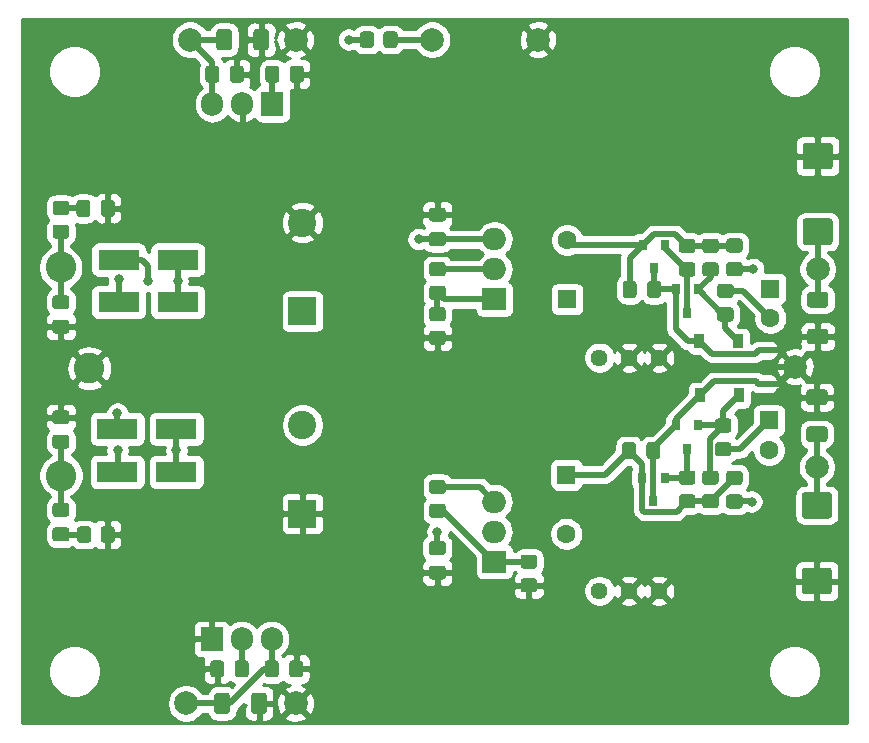
<source format=gbr>
G04 #@! TF.GenerationSoftware,KiCad,Pcbnew,(5.1.10-0-10_14)*
G04 #@! TF.CreationDate,2021-10-12T19:37:20+02:00*
G04 #@! TF.ProjectId,lv-lownoise-psu,6c762d6c-6f77-46e6-9f69-73652d707375,rev?*
G04 #@! TF.SameCoordinates,Original*
G04 #@! TF.FileFunction,Copper,L1,Top*
G04 #@! TF.FilePolarity,Positive*
%FSLAX46Y46*%
G04 Gerber Fmt 4.6, Leading zero omitted, Abs format (unit mm)*
G04 Created by KiCad (PCBNEW (5.1.10-0-10_14)) date 2021-10-12 19:37:20*
%MOMM*%
%LPD*%
G01*
G04 APERTURE LIST*
G04 #@! TA.AperFunction,EtchedComponent*
%ADD10C,0.100000*%
G04 #@! TD*
G04 #@! TA.AperFunction,SMDPad,CuDef*
%ADD11C,0.500000*%
G04 #@! TD*
G04 #@! TA.AperFunction,SMDPad,CuDef*
%ADD12R,0.800000X0.900000*%
G04 #@! TD*
G04 #@! TA.AperFunction,ComponentPad*
%ADD13C,1.440000*%
G04 #@! TD*
G04 #@! TA.AperFunction,ComponentPad*
%ADD14C,2.000000*%
G04 #@! TD*
G04 #@! TA.AperFunction,ComponentPad*
%ADD15C,1.600000*%
G04 #@! TD*
G04 #@! TA.AperFunction,ComponentPad*
%ADD16R,1.600000X1.600000*%
G04 #@! TD*
G04 #@! TA.AperFunction,SMDPad,CuDef*
%ADD17R,0.900000X1.200000*%
G04 #@! TD*
G04 #@! TA.AperFunction,ComponentPad*
%ADD18O,2.000000X1.905000*%
G04 #@! TD*
G04 #@! TA.AperFunction,ComponentPad*
%ADD19R,2.000000X1.905000*%
G04 #@! TD*
G04 #@! TA.AperFunction,ComponentPad*
%ADD20O,1.905000X2.000000*%
G04 #@! TD*
G04 #@! TA.AperFunction,ComponentPad*
%ADD21R,1.905000X2.000000*%
G04 #@! TD*
G04 #@! TA.AperFunction,SMDPad,CuDef*
%ADD22R,3.500000X1.800000*%
G04 #@! TD*
G04 #@! TA.AperFunction,ComponentPad*
%ADD23C,2.400000*%
G04 #@! TD*
G04 #@! TA.AperFunction,ComponentPad*
%ADD24R,2.400000X2.400000*%
G04 #@! TD*
G04 #@! TA.AperFunction,ComponentPad*
%ADD25C,2.600000*%
G04 #@! TD*
G04 #@! TA.AperFunction,ViaPad*
%ADD26C,0.800000*%
G04 #@! TD*
G04 #@! TA.AperFunction,Conductor*
%ADD27C,0.500000*%
G04 #@! TD*
G04 #@! TA.AperFunction,Conductor*
%ADD28C,0.254000*%
G04 #@! TD*
G04 #@! TA.AperFunction,Conductor*
%ADD29C,0.100000*%
G04 #@! TD*
G04 APERTURE END LIST*
D10*
G36*
X143010000Y-59249500D02*
G01*
X144010000Y-59249500D01*
X144010000Y-59749500D01*
X143010000Y-59749500D01*
X143010000Y-59249500D01*
G37*
G36*
X143018000Y-56392000D02*
G01*
X144018000Y-56392000D01*
X144018000Y-56892000D01*
X143018000Y-56892000D01*
X143018000Y-56392000D01*
G37*
D11*
X144010000Y-59499500D03*
X143010000Y-59499500D03*
G04 #@! TA.AperFunction,SMDPad,CuDef*
G36*
G01*
X136519499Y-68837000D02*
X137419501Y-68837000D01*
G75*
G02*
X137669500Y-69086999I0J-249999D01*
G01*
X137669500Y-69787001D01*
G75*
G02*
X137419501Y-70037000I-249999J0D01*
G01*
X136519499Y-70037000D01*
G75*
G02*
X136269500Y-69787001I0J249999D01*
G01*
X136269500Y-69086999D01*
G75*
G02*
X136519499Y-68837000I249999J0D01*
G01*
G37*
G04 #@! TD.AperFunction*
G04 #@! TA.AperFunction,SMDPad,CuDef*
G36*
G01*
X136519499Y-66837000D02*
X137419501Y-66837000D01*
G75*
G02*
X137669500Y-67086999I0J-249999D01*
G01*
X137669500Y-67787001D01*
G75*
G02*
X137419501Y-68037000I-249999J0D01*
G01*
X136519499Y-68037000D01*
G75*
G02*
X136269500Y-67787001I0J249999D01*
G01*
X136269500Y-67086999D01*
G75*
G02*
X136519499Y-66837000I249999J0D01*
G01*
G37*
G04 #@! TD.AperFunction*
D12*
X134114500Y-69437000D03*
X133164500Y-67437000D03*
X135064500Y-67437000D03*
D11*
X144018000Y-56642000D03*
X143018000Y-56642000D03*
G04 #@! TA.AperFunction,SMDPad,CuDef*
G36*
G01*
X136519499Y-49215500D02*
X137419501Y-49215500D01*
G75*
G02*
X137669500Y-49465499I0J-249999D01*
G01*
X137669500Y-50165501D01*
G75*
G02*
X137419501Y-50415500I-249999J0D01*
G01*
X136519499Y-50415500D01*
G75*
G02*
X136269500Y-50165501I0J249999D01*
G01*
X136269500Y-49465499D01*
G75*
G02*
X136519499Y-49215500I249999J0D01*
G01*
G37*
G04 #@! TD.AperFunction*
G04 #@! TA.AperFunction,SMDPad,CuDef*
G36*
G01*
X136519499Y-47215500D02*
X137419501Y-47215500D01*
G75*
G02*
X137669500Y-47465499I0J-249999D01*
G01*
X137669500Y-48165501D01*
G75*
G02*
X137419501Y-48415500I-249999J0D01*
G01*
X136519499Y-48415500D01*
G75*
G02*
X136269500Y-48165501I0J249999D01*
G01*
X136269500Y-47465499D01*
G75*
G02*
X136519499Y-47215500I249999J0D01*
G01*
G37*
G04 #@! TD.AperFunction*
D12*
X134175500Y-49720500D03*
X133225500Y-47720500D03*
X135125500Y-47720500D03*
G04 #@! TA.AperFunction,SMDPad,CuDef*
G36*
G01*
X147368499Y-54836500D02*
X148668501Y-54836500D01*
G75*
G02*
X148918500Y-55086499I0J-249999D01*
G01*
X148918500Y-55911501D01*
G75*
G02*
X148668501Y-56161500I-249999J0D01*
G01*
X147368499Y-56161500D01*
G75*
G02*
X147118500Y-55911501I0J249999D01*
G01*
X147118500Y-55086499D01*
G75*
G02*
X147368499Y-54836500I249999J0D01*
G01*
G37*
G04 #@! TD.AperFunction*
G04 #@! TA.AperFunction,SMDPad,CuDef*
G36*
G01*
X147368499Y-51711500D02*
X148668501Y-51711500D01*
G75*
G02*
X148918500Y-51961499I0J-249999D01*
G01*
X148918500Y-52786501D01*
G75*
G02*
X148668501Y-53036500I-249999J0D01*
G01*
X147368499Y-53036500D01*
G75*
G02*
X147118500Y-52786501I0J249999D01*
G01*
X147118500Y-51961499D01*
G75*
G02*
X147368499Y-51711500I249999J0D01*
G01*
G37*
G04 #@! TD.AperFunction*
D13*
X134620000Y-77025500D03*
X132080000Y-77025500D03*
X129540000Y-77025500D03*
X134620000Y-57277000D03*
X132080000Y-57277000D03*
X129540000Y-57277000D03*
D14*
X148018500Y-49784000D03*
D15*
X143891000Y-65087500D03*
D16*
X143891000Y-62587500D03*
D15*
X144018000Y-53935000D03*
D16*
X144018000Y-51435000D03*
G04 #@! TA.AperFunction,SMDPad,CuDef*
G36*
G01*
X139567499Y-64424000D02*
X140467501Y-64424000D01*
G75*
G02*
X140717500Y-64673999I0J-249999D01*
G01*
X140717500Y-65374001D01*
G75*
G02*
X140467501Y-65624000I-249999J0D01*
G01*
X139567499Y-65624000D01*
G75*
G02*
X139317500Y-65374001I0J249999D01*
G01*
X139317500Y-64673999D01*
G75*
G02*
X139567499Y-64424000I249999J0D01*
G01*
G37*
G04 #@! TD.AperFunction*
G04 #@! TA.AperFunction,SMDPad,CuDef*
G36*
G01*
X139567499Y-62424000D02*
X140467501Y-62424000D01*
G75*
G02*
X140717500Y-62673999I0J-249999D01*
G01*
X140717500Y-63374001D01*
G75*
G02*
X140467501Y-63624000I-249999J0D01*
G01*
X139567499Y-63624000D01*
G75*
G02*
X139317500Y-63374001I0J249999D01*
G01*
X139317500Y-62673999D01*
G75*
G02*
X139567499Y-62424000I249999J0D01*
G01*
G37*
G04 #@! TD.AperFunction*
G04 #@! TA.AperFunction,SMDPad,CuDef*
G36*
G01*
X138487999Y-68837000D02*
X139388001Y-68837000D01*
G75*
G02*
X139638000Y-69086999I0J-249999D01*
G01*
X139638000Y-69787001D01*
G75*
G02*
X139388001Y-70037000I-249999J0D01*
G01*
X138487999Y-70037000D01*
G75*
G02*
X138238000Y-69787001I0J249999D01*
G01*
X138238000Y-69086999D01*
G75*
G02*
X138487999Y-68837000I249999J0D01*
G01*
G37*
G04 #@! TD.AperFunction*
G04 #@! TA.AperFunction,SMDPad,CuDef*
G36*
G01*
X138487999Y-66837000D02*
X139388001Y-66837000D01*
G75*
G02*
X139638000Y-67086999I0J-249999D01*
G01*
X139638000Y-67787001D01*
G75*
G02*
X139388001Y-68037000I-249999J0D01*
G01*
X138487999Y-68037000D01*
G75*
G02*
X138238000Y-67787001I0J249999D01*
G01*
X138238000Y-67086999D01*
G75*
G02*
X138487999Y-66837000I249999J0D01*
G01*
G37*
G04 #@! TD.AperFunction*
G04 #@! TA.AperFunction,SMDPad,CuDef*
G36*
G01*
X140519999Y-68853000D02*
X141420001Y-68853000D01*
G75*
G02*
X141670000Y-69102999I0J-249999D01*
G01*
X141670000Y-69803001D01*
G75*
G02*
X141420001Y-70053000I-249999J0D01*
G01*
X140519999Y-70053000D01*
G75*
G02*
X140270000Y-69803001I0J249999D01*
G01*
X140270000Y-69102999D01*
G75*
G02*
X140519999Y-68853000I249999J0D01*
G01*
G37*
G04 #@! TD.AperFunction*
G04 #@! TA.AperFunction,SMDPad,CuDef*
G36*
G01*
X140519999Y-66853000D02*
X141420001Y-66853000D01*
G75*
G02*
X141670000Y-67102999I0J-249999D01*
G01*
X141670000Y-67803001D01*
G75*
G02*
X141420001Y-68053000I-249999J0D01*
G01*
X140519999Y-68053000D01*
G75*
G02*
X140270000Y-67803001I0J249999D01*
G01*
X140270000Y-67102999D01*
G75*
G02*
X140519999Y-66853000I249999J0D01*
G01*
G37*
G04 #@! TD.AperFunction*
G04 #@! TA.AperFunction,SMDPad,CuDef*
G36*
G01*
X139757999Y-53025500D02*
X140658001Y-53025500D01*
G75*
G02*
X140908000Y-53275499I0J-249999D01*
G01*
X140908000Y-53975501D01*
G75*
G02*
X140658001Y-54225500I-249999J0D01*
G01*
X139757999Y-54225500D01*
G75*
G02*
X139508000Y-53975501I0J249999D01*
G01*
X139508000Y-53275499D01*
G75*
G02*
X139757999Y-53025500I249999J0D01*
G01*
G37*
G04 #@! TD.AperFunction*
G04 #@! TA.AperFunction,SMDPad,CuDef*
G36*
G01*
X139757999Y-51025500D02*
X140658001Y-51025500D01*
G75*
G02*
X140908000Y-51275499I0J-249999D01*
G01*
X140908000Y-51975501D01*
G75*
G02*
X140658001Y-52225500I-249999J0D01*
G01*
X139757999Y-52225500D01*
G75*
G02*
X139508000Y-51975501I0J249999D01*
G01*
X139508000Y-51275499D01*
G75*
G02*
X139757999Y-51025500I249999J0D01*
G01*
G37*
G04 #@! TD.AperFunction*
G04 #@! TA.AperFunction,SMDPad,CuDef*
G36*
G01*
X138500699Y-49202800D02*
X139400701Y-49202800D01*
G75*
G02*
X139650700Y-49452799I0J-249999D01*
G01*
X139650700Y-50152801D01*
G75*
G02*
X139400701Y-50402800I-249999J0D01*
G01*
X138500699Y-50402800D01*
G75*
G02*
X138250700Y-50152801I0J249999D01*
G01*
X138250700Y-49452799D01*
G75*
G02*
X138500699Y-49202800I249999J0D01*
G01*
G37*
G04 #@! TD.AperFunction*
G04 #@! TA.AperFunction,SMDPad,CuDef*
G36*
G01*
X138500699Y-47202800D02*
X139400701Y-47202800D01*
G75*
G02*
X139650700Y-47452799I0J-249999D01*
G01*
X139650700Y-48152801D01*
G75*
G02*
X139400701Y-48402800I-249999J0D01*
G01*
X138500699Y-48402800D01*
G75*
G02*
X138250700Y-48152801I0J249999D01*
G01*
X138250700Y-47452799D01*
G75*
G02*
X138500699Y-47202800I249999J0D01*
G01*
G37*
G04 #@! TD.AperFunction*
G04 #@! TA.AperFunction,SMDPad,CuDef*
G36*
G01*
X141420001Y-48384000D02*
X140519999Y-48384000D01*
G75*
G02*
X140270000Y-48134001I0J249999D01*
G01*
X140270000Y-47433999D01*
G75*
G02*
X140519999Y-47184000I249999J0D01*
G01*
X141420001Y-47184000D01*
G75*
G02*
X141670000Y-47433999I0J-249999D01*
G01*
X141670000Y-48134001D01*
G75*
G02*
X141420001Y-48384000I-249999J0D01*
G01*
G37*
G04 #@! TD.AperFunction*
G04 #@! TA.AperFunction,SMDPad,CuDef*
G36*
G01*
X141420001Y-50384000D02*
X140519999Y-50384000D01*
G75*
G02*
X140270000Y-50134001I0J249999D01*
G01*
X140270000Y-49433999D01*
G75*
G02*
X140519999Y-49184000I249999J0D01*
G01*
X141420001Y-49184000D01*
G75*
G02*
X141670000Y-49433999I0J-249999D01*
G01*
X141670000Y-50134001D01*
G75*
G02*
X141420001Y-50384000I-249999J0D01*
G01*
G37*
G04 #@! TD.AperFunction*
D12*
X136972000Y-64992000D03*
X136022000Y-62992000D03*
X137922000Y-62992000D03*
X136967000Y-53498500D03*
X136017000Y-51498500D03*
X137917000Y-51498500D03*
D17*
X141349000Y-60452000D03*
X138049000Y-60452000D03*
X137985500Y-55880000D03*
X141285500Y-55880000D03*
G04 #@! TA.AperFunction,SMDPad,CuDef*
G36*
G01*
X147304999Y-63091500D02*
X148605001Y-63091500D01*
G75*
G02*
X148855000Y-63341499I0J-249999D01*
G01*
X148855000Y-64166501D01*
G75*
G02*
X148605001Y-64416500I-249999J0D01*
G01*
X147304999Y-64416500D01*
G75*
G02*
X147055000Y-64166501I0J249999D01*
G01*
X147055000Y-63341499D01*
G75*
G02*
X147304999Y-63091500I249999J0D01*
G01*
G37*
G04 #@! TD.AperFunction*
G04 #@! TA.AperFunction,SMDPad,CuDef*
G36*
G01*
X147304999Y-59966500D02*
X148605001Y-59966500D01*
G75*
G02*
X148855000Y-60216499I0J-249999D01*
G01*
X148855000Y-61041501D01*
G75*
G02*
X148605001Y-61291500I-249999J0D01*
G01*
X147304999Y-61291500D01*
G75*
G02*
X147055000Y-61041501I0J249999D01*
G01*
X147055000Y-60216499D01*
G75*
G02*
X147304999Y-59966500I249999J0D01*
G01*
G37*
G04 #@! TD.AperFunction*
G04 #@! TA.AperFunction,SMDPad,CuDef*
G36*
G01*
X132624500Y-64676000D02*
X132624500Y-65626000D01*
G75*
G02*
X132374500Y-65876000I-250000J0D01*
G01*
X131699500Y-65876000D01*
G75*
G02*
X131449500Y-65626000I0J250000D01*
G01*
X131449500Y-64676000D01*
G75*
G02*
X131699500Y-64426000I250000J0D01*
G01*
X132374500Y-64426000D01*
G75*
G02*
X132624500Y-64676000I0J-250000D01*
G01*
G37*
G04 #@! TD.AperFunction*
G04 #@! TA.AperFunction,SMDPad,CuDef*
G36*
G01*
X134699500Y-64676000D02*
X134699500Y-65626000D01*
G75*
G02*
X134449500Y-65876000I-250000J0D01*
G01*
X133774500Y-65876000D01*
G75*
G02*
X133524500Y-65626000I0J250000D01*
G01*
X133524500Y-64676000D01*
G75*
G02*
X133774500Y-64426000I250000J0D01*
G01*
X134449500Y-64426000D01*
G75*
G02*
X134699500Y-64676000I0J-250000D01*
G01*
G37*
G04 #@! TD.AperFunction*
D15*
X126746000Y-72183000D03*
D16*
X126746000Y-67183000D03*
G04 #@! TA.AperFunction,SMDPad,CuDef*
G36*
G01*
X133588000Y-51973500D02*
X133588000Y-51023500D01*
G75*
G02*
X133838000Y-50773500I250000J0D01*
G01*
X134513000Y-50773500D01*
G75*
G02*
X134763000Y-51023500I0J-250000D01*
G01*
X134763000Y-51973500D01*
G75*
G02*
X134513000Y-52223500I-250000J0D01*
G01*
X133838000Y-52223500D01*
G75*
G02*
X133588000Y-51973500I0J250000D01*
G01*
G37*
G04 #@! TD.AperFunction*
G04 #@! TA.AperFunction,SMDPad,CuDef*
G36*
G01*
X131513000Y-51973500D02*
X131513000Y-51023500D01*
G75*
G02*
X131763000Y-50773500I250000J0D01*
G01*
X132438000Y-50773500D01*
G75*
G02*
X132688000Y-51023500I0J-250000D01*
G01*
X132688000Y-51973500D01*
G75*
G02*
X132438000Y-52223500I-250000J0D01*
G01*
X131763000Y-52223500D01*
G75*
G02*
X131513000Y-51973500I0J250000D01*
G01*
G37*
G04 #@! TD.AperFunction*
D15*
X126809500Y-47324000D03*
D16*
X126809500Y-52324000D03*
D14*
X94551500Y-86550500D03*
X103822500Y-86550500D03*
X103822500Y-30353000D03*
X94869000Y-30353000D03*
X124333000Y-30353000D03*
X115379500Y-30353000D03*
X147955000Y-66548000D03*
X146113500Y-58039000D03*
G04 #@! TA.AperFunction,SMDPad,CuDef*
G36*
G01*
X116274001Y-68831000D02*
X115373999Y-68831000D01*
G75*
G02*
X115124000Y-68581001I0J249999D01*
G01*
X115124000Y-67880999D01*
G75*
G02*
X115373999Y-67631000I249999J0D01*
G01*
X116274001Y-67631000D01*
G75*
G02*
X116524000Y-67880999I0J-249999D01*
G01*
X116524000Y-68581001D01*
G75*
G02*
X116274001Y-68831000I-249999J0D01*
G01*
G37*
G04 #@! TD.AperFunction*
G04 #@! TA.AperFunction,SMDPad,CuDef*
G36*
G01*
X116274001Y-70831000D02*
X115373999Y-70831000D01*
G75*
G02*
X115124000Y-70581001I0J249999D01*
G01*
X115124000Y-69880999D01*
G75*
G02*
X115373999Y-69631000I249999J0D01*
G01*
X116274001Y-69631000D01*
G75*
G02*
X116524000Y-69880999I0J-249999D01*
G01*
X116524000Y-70581001D01*
G75*
G02*
X116274001Y-70831000I-249999J0D01*
G01*
G37*
G04 #@! TD.AperFunction*
G04 #@! TA.AperFunction,SMDPad,CuDef*
G36*
G01*
X124021001Y-75149000D02*
X123120999Y-75149000D01*
G75*
G02*
X122871000Y-74899001I0J249999D01*
G01*
X122871000Y-74198999D01*
G75*
G02*
X123120999Y-73949000I249999J0D01*
G01*
X124021001Y-73949000D01*
G75*
G02*
X124271000Y-74198999I0J-249999D01*
G01*
X124271000Y-74899001D01*
G75*
G02*
X124021001Y-75149000I-249999J0D01*
G01*
G37*
G04 #@! TD.AperFunction*
G04 #@! TA.AperFunction,SMDPad,CuDef*
G36*
G01*
X124021001Y-77149000D02*
X123120999Y-77149000D01*
G75*
G02*
X122871000Y-76899001I0J249999D01*
G01*
X122871000Y-76198999D01*
G75*
G02*
X123120999Y-75949000I249999J0D01*
G01*
X124021001Y-75949000D01*
G75*
G02*
X124271000Y-76198999I0J-249999D01*
G01*
X124271000Y-76899001D01*
G75*
G02*
X124021001Y-77149000I-249999J0D01*
G01*
G37*
G04 #@! TD.AperFunction*
D18*
X120650000Y-69469000D03*
X120650000Y-72009000D03*
D19*
X120650000Y-74549000D03*
D18*
X120650000Y-47244000D03*
X120650000Y-49784000D03*
D19*
X120650000Y-52324000D03*
G04 #@! TA.AperFunction,SMDPad,CuDef*
G36*
G01*
X115373999Y-54994000D02*
X116274001Y-54994000D01*
G75*
G02*
X116524000Y-55243999I0J-249999D01*
G01*
X116524000Y-55944001D01*
G75*
G02*
X116274001Y-56194000I-249999J0D01*
G01*
X115373999Y-56194000D01*
G75*
G02*
X115124000Y-55944001I0J249999D01*
G01*
X115124000Y-55243999D01*
G75*
G02*
X115373999Y-54994000I249999J0D01*
G01*
G37*
G04 #@! TD.AperFunction*
G04 #@! TA.AperFunction,SMDPad,CuDef*
G36*
G01*
X115373999Y-52994000D02*
X116274001Y-52994000D01*
G75*
G02*
X116524000Y-53243999I0J-249999D01*
G01*
X116524000Y-53944001D01*
G75*
G02*
X116274001Y-54194000I-249999J0D01*
G01*
X115373999Y-54194000D01*
G75*
G02*
X115124000Y-53944001I0J249999D01*
G01*
X115124000Y-53243999D01*
G75*
G02*
X115373999Y-52994000I249999J0D01*
G01*
G37*
G04 #@! TD.AperFunction*
G04 #@! TA.AperFunction,SMDPad,CuDef*
G36*
G01*
X115373999Y-51184000D02*
X116274001Y-51184000D01*
G75*
G02*
X116524000Y-51433999I0J-249999D01*
G01*
X116524000Y-52134001D01*
G75*
G02*
X116274001Y-52384000I-249999J0D01*
G01*
X115373999Y-52384000D01*
G75*
G02*
X115124000Y-52134001I0J249999D01*
G01*
X115124000Y-51433999D01*
G75*
G02*
X115373999Y-51184000I249999J0D01*
G01*
G37*
G04 #@! TD.AperFunction*
G04 #@! TA.AperFunction,SMDPad,CuDef*
G36*
G01*
X115373999Y-49184000D02*
X116274001Y-49184000D01*
G75*
G02*
X116524000Y-49433999I0J-249999D01*
G01*
X116524000Y-50134001D01*
G75*
G02*
X116274001Y-50384000I-249999J0D01*
G01*
X115373999Y-50384000D01*
G75*
G02*
X115124000Y-50134001I0J249999D01*
G01*
X115124000Y-49433999D01*
G75*
G02*
X115373999Y-49184000I249999J0D01*
G01*
G37*
G04 #@! TD.AperFunction*
G04 #@! TA.AperFunction,SMDPad,CuDef*
G36*
G01*
X98262000Y-85900497D02*
X98262000Y-87200503D01*
G75*
G02*
X98012003Y-87450500I-249997J0D01*
G01*
X97186997Y-87450500D01*
G75*
G02*
X96937000Y-87200503I0J249997D01*
G01*
X96937000Y-85900497D01*
G75*
G02*
X97186997Y-85650500I249997J0D01*
G01*
X98012003Y-85650500D01*
G75*
G02*
X98262000Y-85900497I0J-249997D01*
G01*
G37*
G04 #@! TD.AperFunction*
G04 #@! TA.AperFunction,SMDPad,CuDef*
G36*
G01*
X101387000Y-85900497D02*
X101387000Y-87200503D01*
G75*
G02*
X101137003Y-87450500I-249997J0D01*
G01*
X100311997Y-87450500D01*
G75*
G02*
X100062000Y-87200503I0J249997D01*
G01*
X100062000Y-85900497D01*
G75*
G02*
X100311997Y-85650500I249997J0D01*
G01*
X101137003Y-85650500D01*
G75*
G02*
X101387000Y-85900497I0J-249997D01*
G01*
G37*
G04 #@! TD.AperFunction*
G04 #@! TA.AperFunction,SMDPad,CuDef*
G36*
G01*
X100239000Y-31003003D02*
X100239000Y-29702997D01*
G75*
G02*
X100488997Y-29453000I249997J0D01*
G01*
X101314003Y-29453000D01*
G75*
G02*
X101564000Y-29702997I0J-249997D01*
G01*
X101564000Y-31003003D01*
G75*
G02*
X101314003Y-31253000I-249997J0D01*
G01*
X100488997Y-31253000D01*
G75*
G02*
X100239000Y-31003003I0J249997D01*
G01*
G37*
G04 #@! TD.AperFunction*
G04 #@! TA.AperFunction,SMDPad,CuDef*
G36*
G01*
X97114000Y-31003003D02*
X97114000Y-29702997D01*
G75*
G02*
X97363997Y-29453000I249997J0D01*
G01*
X98189003Y-29453000D01*
G75*
G02*
X98439000Y-29702997I0J-249997D01*
G01*
X98439000Y-31003003D01*
G75*
G02*
X98189003Y-31253000I-249997J0D01*
G01*
X97363997Y-31253000D01*
G75*
G02*
X97114000Y-31003003I0J249997D01*
G01*
G37*
G04 #@! TD.AperFunction*
G04 #@! TA.AperFunction,SMDPad,CuDef*
G36*
G01*
X98261500Y-33749000D02*
X98261500Y-32799000D01*
G75*
G02*
X98511500Y-32549000I250000J0D01*
G01*
X99186500Y-32549000D01*
G75*
G02*
X99436500Y-32799000I0J-250000D01*
G01*
X99436500Y-33749000D01*
G75*
G02*
X99186500Y-33999000I-250000J0D01*
G01*
X98511500Y-33999000D01*
G75*
G02*
X98261500Y-33749000I0J250000D01*
G01*
G37*
G04 #@! TD.AperFunction*
G04 #@! TA.AperFunction,SMDPad,CuDef*
G36*
G01*
X96186500Y-33749000D02*
X96186500Y-32799000D01*
G75*
G02*
X96436500Y-32549000I250000J0D01*
G01*
X97111500Y-32549000D01*
G75*
G02*
X97361500Y-32799000I0J-250000D01*
G01*
X97361500Y-33749000D01*
G75*
G02*
X97111500Y-33999000I-250000J0D01*
G01*
X96436500Y-33999000D01*
G75*
G02*
X96186500Y-33749000I0J250000D01*
G01*
G37*
G04 #@! TD.AperFunction*
G04 #@! TA.AperFunction,SMDPad,CuDef*
G36*
G01*
X83496999Y-46009000D02*
X84397001Y-46009000D01*
G75*
G02*
X84647000Y-46258999I0J-249999D01*
G01*
X84647000Y-46959001D01*
G75*
G02*
X84397001Y-47209000I-249999J0D01*
G01*
X83496999Y-47209000D01*
G75*
G02*
X83247000Y-46959001I0J249999D01*
G01*
X83247000Y-46258999D01*
G75*
G02*
X83496999Y-46009000I249999J0D01*
G01*
G37*
G04 #@! TD.AperFunction*
G04 #@! TA.AperFunction,SMDPad,CuDef*
G36*
G01*
X83496999Y-44009000D02*
X84397001Y-44009000D01*
G75*
G02*
X84647000Y-44258999I0J-249999D01*
G01*
X84647000Y-44959001D01*
G75*
G02*
X84397001Y-45209000I-249999J0D01*
G01*
X83496999Y-45209000D01*
G75*
G02*
X83247000Y-44959001I0J249999D01*
G01*
X83247000Y-44258999D01*
G75*
G02*
X83496999Y-44009000I249999J0D01*
G01*
G37*
G04 #@! TD.AperFunction*
G04 #@! TA.AperFunction,SMDPad,CuDef*
G36*
G01*
X87315500Y-72713001D02*
X87315500Y-71812999D01*
G75*
G02*
X87565499Y-71563000I249999J0D01*
G01*
X88265501Y-71563000D01*
G75*
G02*
X88515500Y-71812999I0J-249999D01*
G01*
X88515500Y-72713001D01*
G75*
G02*
X88265501Y-72963000I-249999J0D01*
G01*
X87565499Y-72963000D01*
G75*
G02*
X87315500Y-72713001I0J249999D01*
G01*
G37*
G04 #@! TD.AperFunction*
G04 #@! TA.AperFunction,SMDPad,CuDef*
G36*
G01*
X85315500Y-72713001D02*
X85315500Y-71812999D01*
G75*
G02*
X85565499Y-71563000I249999J0D01*
G01*
X86265501Y-71563000D01*
G75*
G02*
X86515500Y-71812999I0J-249999D01*
G01*
X86515500Y-72713001D01*
G75*
G02*
X86265501Y-72963000I-249999J0D01*
G01*
X85565499Y-72963000D01*
G75*
G02*
X85315500Y-72713001I0J249999D01*
G01*
G37*
G04 #@! TD.AperFunction*
G04 #@! TA.AperFunction,SMDPad,CuDef*
G36*
G01*
X116299000Y-73993500D02*
X115349000Y-73993500D01*
G75*
G02*
X115099000Y-73743500I0J250000D01*
G01*
X115099000Y-73068500D01*
G75*
G02*
X115349000Y-72818500I250000J0D01*
G01*
X116299000Y-72818500D01*
G75*
G02*
X116549000Y-73068500I0J-250000D01*
G01*
X116549000Y-73743500D01*
G75*
G02*
X116299000Y-73993500I-250000J0D01*
G01*
G37*
G04 #@! TD.AperFunction*
G04 #@! TA.AperFunction,SMDPad,CuDef*
G36*
G01*
X116299000Y-76068500D02*
X115349000Y-76068500D01*
G75*
G02*
X115099000Y-75818500I0J250000D01*
G01*
X115099000Y-75143500D01*
G75*
G02*
X115349000Y-74893500I250000J0D01*
G01*
X116299000Y-74893500D01*
G75*
G02*
X116549000Y-75143500I0J-250000D01*
G01*
X116549000Y-75818500D01*
G75*
G02*
X116299000Y-76068500I-250000J0D01*
G01*
G37*
G04 #@! TD.AperFunction*
G04 #@! TA.AperFunction,SMDPad,CuDef*
G36*
G01*
X116299000Y-45756500D02*
X115349000Y-45756500D01*
G75*
G02*
X115099000Y-45506500I0J250000D01*
G01*
X115099000Y-44831500D01*
G75*
G02*
X115349000Y-44581500I250000J0D01*
G01*
X116299000Y-44581500D01*
G75*
G02*
X116549000Y-44831500I0J-250000D01*
G01*
X116549000Y-45506500D01*
G75*
G02*
X116299000Y-45756500I-250000J0D01*
G01*
G37*
G04 #@! TD.AperFunction*
G04 #@! TA.AperFunction,SMDPad,CuDef*
G36*
G01*
X116299000Y-47831500D02*
X115349000Y-47831500D01*
G75*
G02*
X115099000Y-47581500I0J250000D01*
G01*
X115099000Y-46906500D01*
G75*
G02*
X115349000Y-46656500I250000J0D01*
G01*
X116299000Y-46656500D01*
G75*
G02*
X116549000Y-46906500I0J-250000D01*
G01*
X116549000Y-47581500D01*
G75*
G02*
X116299000Y-47831500I-250000J0D01*
G01*
G37*
G04 #@! TD.AperFunction*
G04 #@! TA.AperFunction,SMDPad,CuDef*
G36*
G01*
X86439500Y-44165500D02*
X86439500Y-45115500D01*
G75*
G02*
X86189500Y-45365500I-250000J0D01*
G01*
X85514500Y-45365500D01*
G75*
G02*
X85264500Y-45115500I0J250000D01*
G01*
X85264500Y-44165500D01*
G75*
G02*
X85514500Y-43915500I250000J0D01*
G01*
X86189500Y-43915500D01*
G75*
G02*
X86439500Y-44165500I0J-250000D01*
G01*
G37*
G04 #@! TD.AperFunction*
G04 #@! TA.AperFunction,SMDPad,CuDef*
G36*
G01*
X88514500Y-44165500D02*
X88514500Y-45115500D01*
G75*
G02*
X88264500Y-45365500I-250000J0D01*
G01*
X87589500Y-45365500D01*
G75*
G02*
X87339500Y-45115500I0J250000D01*
G01*
X87339500Y-44165500D01*
G75*
G02*
X87589500Y-43915500I250000J0D01*
G01*
X88264500Y-43915500D01*
G75*
G02*
X88514500Y-44165500I0J-250000D01*
G01*
G37*
G04 #@! TD.AperFunction*
G04 #@! TA.AperFunction,SMDPad,CuDef*
G36*
G01*
X83472000Y-71655000D02*
X84422000Y-71655000D01*
G75*
G02*
X84672000Y-71905000I0J-250000D01*
G01*
X84672000Y-72580000D01*
G75*
G02*
X84422000Y-72830000I-250000J0D01*
G01*
X83472000Y-72830000D01*
G75*
G02*
X83222000Y-72580000I0J250000D01*
G01*
X83222000Y-71905000D01*
G75*
G02*
X83472000Y-71655000I250000J0D01*
G01*
G37*
G04 #@! TD.AperFunction*
G04 #@! TA.AperFunction,SMDPad,CuDef*
G36*
G01*
X83472000Y-69580000D02*
X84422000Y-69580000D01*
G75*
G02*
X84672000Y-69830000I0J-250000D01*
G01*
X84672000Y-70505000D01*
G75*
G02*
X84422000Y-70755000I-250000J0D01*
G01*
X83472000Y-70755000D01*
G75*
G02*
X83222000Y-70505000I0J250000D01*
G01*
X83222000Y-69830000D01*
G75*
G02*
X83472000Y-69580000I250000J0D01*
G01*
G37*
G04 #@! TD.AperFunction*
G04 #@! TA.AperFunction,SMDPad,CuDef*
G36*
G01*
X84422000Y-53165500D02*
X83472000Y-53165500D01*
G75*
G02*
X83222000Y-52915500I0J250000D01*
G01*
X83222000Y-52240500D01*
G75*
G02*
X83472000Y-51990500I250000J0D01*
G01*
X84422000Y-51990500D01*
G75*
G02*
X84672000Y-52240500I0J-250000D01*
G01*
X84672000Y-52915500D01*
G75*
G02*
X84422000Y-53165500I-250000J0D01*
G01*
G37*
G04 #@! TD.AperFunction*
G04 #@! TA.AperFunction,SMDPad,CuDef*
G36*
G01*
X84422000Y-55240500D02*
X83472000Y-55240500D01*
G75*
G02*
X83222000Y-54990500I0J250000D01*
G01*
X83222000Y-54315500D01*
G75*
G02*
X83472000Y-54065500I250000J0D01*
G01*
X84422000Y-54065500D01*
G75*
G02*
X84672000Y-54315500I0J-250000D01*
G01*
X84672000Y-54990500D01*
G75*
G02*
X84422000Y-55240500I-250000J0D01*
G01*
G37*
G04 #@! TD.AperFunction*
G04 #@! TA.AperFunction,SMDPad,CuDef*
G36*
G01*
X84422000Y-62901500D02*
X83472000Y-62901500D01*
G75*
G02*
X83222000Y-62651500I0J250000D01*
G01*
X83222000Y-61976500D01*
G75*
G02*
X83472000Y-61726500I250000J0D01*
G01*
X84422000Y-61726500D01*
G75*
G02*
X84672000Y-61976500I0J-250000D01*
G01*
X84672000Y-62651500D01*
G75*
G02*
X84422000Y-62901500I-250000J0D01*
G01*
G37*
G04 #@! TD.AperFunction*
G04 #@! TA.AperFunction,SMDPad,CuDef*
G36*
G01*
X84422000Y-64976500D02*
X83472000Y-64976500D01*
G75*
G02*
X83222000Y-64726500I0J250000D01*
G01*
X83222000Y-64051500D01*
G75*
G02*
X83472000Y-63801500I250000J0D01*
G01*
X84422000Y-63801500D01*
G75*
G02*
X84672000Y-64051500I0J-250000D01*
G01*
X84672000Y-64726500D01*
G75*
G02*
X84422000Y-64976500I-250000J0D01*
G01*
G37*
G04 #@! TD.AperFunction*
G04 #@! TA.AperFunction,SMDPad,CuDef*
G36*
G01*
X148980001Y-70911500D02*
X146929999Y-70911500D01*
G75*
G02*
X146680000Y-70661501I0J249999D01*
G01*
X146680000Y-68911499D01*
G75*
G02*
X146929999Y-68661500I249999J0D01*
G01*
X148980001Y-68661500D01*
G75*
G02*
X149230000Y-68911499I0J-249999D01*
G01*
X149230000Y-70661501D01*
G75*
G02*
X148980001Y-70911500I-249999J0D01*
G01*
G37*
G04 #@! TD.AperFunction*
G04 #@! TA.AperFunction,SMDPad,CuDef*
G36*
G01*
X148980001Y-77311500D02*
X146929999Y-77311500D01*
G75*
G02*
X146680000Y-77061501I0J249999D01*
G01*
X146680000Y-75311499D01*
G75*
G02*
X146929999Y-75061500I249999J0D01*
G01*
X148980001Y-75061500D01*
G75*
G02*
X149230000Y-75311499I0J-249999D01*
G01*
X149230000Y-77061501D01*
G75*
G02*
X148980001Y-77311500I-249999J0D01*
G01*
G37*
G04 #@! TD.AperFunction*
G04 #@! TA.AperFunction,SMDPad,CuDef*
G36*
G01*
X149043501Y-41334000D02*
X146993499Y-41334000D01*
G75*
G02*
X146743500Y-41084001I0J249999D01*
G01*
X146743500Y-39333999D01*
G75*
G02*
X146993499Y-39084000I249999J0D01*
G01*
X149043501Y-39084000D01*
G75*
G02*
X149293500Y-39333999I0J-249999D01*
G01*
X149293500Y-41084001D01*
G75*
G02*
X149043501Y-41334000I-249999J0D01*
G01*
G37*
G04 #@! TD.AperFunction*
G04 #@! TA.AperFunction,SMDPad,CuDef*
G36*
G01*
X149043501Y-47734000D02*
X146993499Y-47734000D01*
G75*
G02*
X146743500Y-47484001I0J249999D01*
G01*
X146743500Y-45733999D01*
G75*
G02*
X146993499Y-45484000I249999J0D01*
G01*
X149043501Y-45484000D01*
G75*
G02*
X149293500Y-45733999I0J-249999D01*
G01*
X149293500Y-47484001D01*
G75*
G02*
X149043501Y-47734000I-249999J0D01*
G01*
G37*
G04 #@! TD.AperFunction*
D20*
X101790500Y-81089500D03*
X99250500Y-81089500D03*
D21*
X96710500Y-81089500D03*
D20*
X96774000Y-35814000D03*
X99314000Y-35814000D03*
D21*
X101854000Y-35814000D03*
D22*
X88827600Y-52578000D03*
X93827600Y-52578000D03*
X88827600Y-48971200D03*
X93827600Y-48971200D03*
X93726000Y-63296800D03*
X88726000Y-63296800D03*
X93726000Y-66954400D03*
X88726000Y-66954400D03*
D23*
X104394000Y-62992000D03*
D24*
X104394000Y-70492000D03*
D23*
X104394000Y-45840000D03*
D24*
X104394000Y-53340000D03*
G04 #@! TA.AperFunction,SMDPad,CuDef*
G36*
G01*
X110455000Y-29902999D02*
X110455000Y-30803001D01*
G75*
G02*
X110205001Y-31053000I-249999J0D01*
G01*
X109504999Y-31053000D01*
G75*
G02*
X109255000Y-30803001I0J249999D01*
G01*
X109255000Y-29902999D01*
G75*
G02*
X109504999Y-29653000I249999J0D01*
G01*
X110205001Y-29653000D01*
G75*
G02*
X110455000Y-29902999I0J-249999D01*
G01*
G37*
G04 #@! TD.AperFunction*
G04 #@! TA.AperFunction,SMDPad,CuDef*
G36*
G01*
X112455000Y-29902999D02*
X112455000Y-30803001D01*
G75*
G02*
X112205001Y-31053000I-249999J0D01*
G01*
X111504999Y-31053000D01*
G75*
G02*
X111255000Y-30803001I0J249999D01*
G01*
X111255000Y-29902999D01*
G75*
G02*
X111504999Y-29653000I249999J0D01*
G01*
X112205001Y-29653000D01*
G75*
G02*
X112455000Y-29902999I0J-249999D01*
G01*
G37*
G04 #@! TD.AperFunction*
G04 #@! TA.AperFunction,SMDPad,CuDef*
G36*
G01*
X102378000Y-83154500D02*
X102378000Y-84104500D01*
G75*
G02*
X102128000Y-84354500I-250000J0D01*
G01*
X101453000Y-84354500D01*
G75*
G02*
X101203000Y-84104500I0J250000D01*
G01*
X101203000Y-83154500D01*
G75*
G02*
X101453000Y-82904500I250000J0D01*
G01*
X102128000Y-82904500D01*
G75*
G02*
X102378000Y-83154500I0J-250000D01*
G01*
G37*
G04 #@! TD.AperFunction*
G04 #@! TA.AperFunction,SMDPad,CuDef*
G36*
G01*
X104453000Y-83154500D02*
X104453000Y-84104500D01*
G75*
G02*
X104203000Y-84354500I-250000J0D01*
G01*
X103528000Y-84354500D01*
G75*
G02*
X103278000Y-84104500I0J250000D01*
G01*
X103278000Y-83154500D01*
G75*
G02*
X103528000Y-82904500I250000J0D01*
G01*
X104203000Y-82904500D01*
G75*
G02*
X104453000Y-83154500I0J-250000D01*
G01*
G37*
G04 #@! TD.AperFunction*
G04 #@! TA.AperFunction,SMDPad,CuDef*
G36*
G01*
X98663000Y-84104500D02*
X98663000Y-83154500D01*
G75*
G02*
X98913000Y-82904500I250000J0D01*
G01*
X99588000Y-82904500D01*
G75*
G02*
X99838000Y-83154500I0J-250000D01*
G01*
X99838000Y-84104500D01*
G75*
G02*
X99588000Y-84354500I-250000J0D01*
G01*
X98913000Y-84354500D01*
G75*
G02*
X98663000Y-84104500I0J250000D01*
G01*
G37*
G04 #@! TD.AperFunction*
G04 #@! TA.AperFunction,SMDPad,CuDef*
G36*
G01*
X96588000Y-84104500D02*
X96588000Y-83154500D01*
G75*
G02*
X96838000Y-82904500I250000J0D01*
G01*
X97513000Y-82904500D01*
G75*
G02*
X97763000Y-83154500I0J-250000D01*
G01*
X97763000Y-84104500D01*
G75*
G02*
X97513000Y-84354500I-250000J0D01*
G01*
X96838000Y-84354500D01*
G75*
G02*
X96588000Y-84104500I0J250000D01*
G01*
G37*
G04 #@! TD.AperFunction*
G04 #@! TA.AperFunction,SMDPad,CuDef*
G36*
G01*
X103341500Y-33749000D02*
X103341500Y-32799000D01*
G75*
G02*
X103591500Y-32549000I250000J0D01*
G01*
X104266500Y-32549000D01*
G75*
G02*
X104516500Y-32799000I0J-250000D01*
G01*
X104516500Y-33749000D01*
G75*
G02*
X104266500Y-33999000I-250000J0D01*
G01*
X103591500Y-33999000D01*
G75*
G02*
X103341500Y-33749000I0J250000D01*
G01*
G37*
G04 #@! TD.AperFunction*
G04 #@! TA.AperFunction,SMDPad,CuDef*
G36*
G01*
X101266500Y-33749000D02*
X101266500Y-32799000D01*
G75*
G02*
X101516500Y-32549000I250000J0D01*
G01*
X102191500Y-32549000D01*
G75*
G02*
X102441500Y-32799000I0J-250000D01*
G01*
X102441500Y-33749000D01*
G75*
G02*
X102191500Y-33999000I-250000J0D01*
G01*
X101516500Y-33999000D01*
G75*
G02*
X101266500Y-33749000I0J250000D01*
G01*
G37*
G04 #@! TD.AperFunction*
D25*
X83921600Y-49631600D03*
X86360000Y-58166000D03*
X83972400Y-67259200D03*
D26*
X93827600Y-50800000D03*
X114236500Y-47244000D03*
X88849200Y-50647600D03*
X88726000Y-61997600D03*
X93726000Y-65125600D03*
X115824000Y-72009000D03*
X108331000Y-30353000D03*
X142430500Y-69469000D03*
X88747600Y-65125600D03*
X91338400Y-50800000D03*
X142557500Y-49784000D03*
D27*
X144716500Y-56642000D02*
X146113500Y-58039000D01*
X144018000Y-56642000D02*
X144716500Y-56642000D01*
X144653000Y-59499500D02*
X146113500Y-58039000D01*
X144010000Y-59499500D02*
X144653000Y-59499500D01*
X146113500Y-58039000D02*
X143510000Y-58039000D01*
X93827600Y-52244000D02*
X93798400Y-52273200D01*
X93827600Y-50800000D02*
X93827600Y-48971200D01*
X93827600Y-50800000D02*
X93827600Y-52578000D01*
X101854000Y-35814000D02*
X101854000Y-33274000D01*
X115824000Y-47244000D02*
X114236500Y-47244000D01*
X115824000Y-47244000D02*
X120650000Y-47244000D01*
X88726000Y-63296800D02*
X88726000Y-61997600D01*
X88849200Y-52556400D02*
X88827600Y-52578000D01*
X88849200Y-50647600D02*
X88849200Y-52556400D01*
X83921600Y-52552600D02*
X83947000Y-52578000D01*
X83921600Y-49631600D02*
X83921600Y-52552600D01*
X83921600Y-46634400D02*
X83947000Y-46609000D01*
X83921600Y-49631600D02*
X83921600Y-46634400D01*
X93726000Y-65125600D02*
X93726000Y-63296800D01*
X93726000Y-65125600D02*
X93726000Y-66954400D01*
X99250500Y-83629500D02*
X99250500Y-81089500D01*
X115824000Y-73406000D02*
X115824000Y-72009000D01*
X96774000Y-35814000D02*
X96774000Y-33274000D01*
X94869000Y-30353000D02*
X97776500Y-30353000D01*
X96774000Y-33274000D02*
X96774000Y-32258000D01*
X96774000Y-32258000D02*
X94869000Y-30353000D01*
X108331000Y-30353000D02*
X109855000Y-30353000D01*
X101790500Y-83629500D02*
X101790500Y-81089500D01*
X101183000Y-83629500D02*
X101790500Y-83629500D01*
X98262000Y-86550500D02*
X101183000Y-83629500D01*
X97599500Y-86550500D02*
X98262000Y-86550500D01*
X97599500Y-86550500D02*
X94551500Y-86550500D01*
X111855000Y-30353000D02*
X115379500Y-30353000D01*
X147955000Y-66548000D02*
X147955000Y-63754000D01*
X147955000Y-66548000D02*
X147955000Y-69786500D01*
X140970000Y-69453000D02*
X142414500Y-69453000D01*
X142414500Y-69453000D02*
X142430500Y-69469000D01*
X119412000Y-68231000D02*
X120650000Y-69469000D01*
X115824000Y-68231000D02*
X119412000Y-68231000D01*
X88747600Y-66932800D02*
X88726000Y-66954400D01*
X88747600Y-65125600D02*
X88747600Y-66932800D01*
X91338400Y-50800000D02*
X91338400Y-49479200D01*
X90830400Y-48971200D02*
X88827600Y-48971200D01*
X91338400Y-49479200D02*
X90830400Y-48971200D01*
X83972400Y-64477900D02*
X83883500Y-64389000D01*
X83972400Y-64414400D02*
X83947000Y-64389000D01*
X83972400Y-67259200D02*
X83972400Y-64414400D01*
X83947000Y-67284600D02*
X83972400Y-67259200D01*
X83947000Y-70167500D02*
X83947000Y-67284600D01*
X83967500Y-72263000D02*
X83947000Y-72242500D01*
X85915500Y-72263000D02*
X83967500Y-72263000D01*
X83978500Y-44640500D02*
X83947000Y-44609000D01*
X85852000Y-44640500D02*
X83978500Y-44640500D01*
X116332000Y-70231000D02*
X120650000Y-74549000D01*
X115824000Y-70231000D02*
X116332000Y-70231000D01*
X120650000Y-74549000D02*
X123571000Y-74549000D01*
X138969500Y-47784000D02*
X138950700Y-47802800D01*
X140970000Y-47784000D02*
X138969500Y-47784000D01*
X136982200Y-47802800D02*
X136969500Y-47815500D01*
X138950700Y-47802800D02*
X136982200Y-47802800D01*
X134125501Y-46820499D02*
X133225500Y-47720500D01*
X135974499Y-46820499D02*
X134125501Y-46820499D01*
X136969500Y-47815500D02*
X135974499Y-46820499D01*
X127206000Y-47720500D02*
X126809500Y-47324000D01*
X133225500Y-47720500D02*
X127206000Y-47720500D01*
X132100500Y-48845500D02*
X133225500Y-47720500D01*
X132100500Y-51498500D02*
X132100500Y-48845500D01*
X116364000Y-52324000D02*
X115824000Y-51784000D01*
X120650000Y-52324000D02*
X116364000Y-52324000D01*
X115824000Y-51784000D02*
X115824000Y-53594000D01*
X138986000Y-69437000D02*
X140970000Y-67453000D01*
X138938000Y-69437000D02*
X138986000Y-69437000D01*
X138938000Y-69437000D02*
X136969500Y-69437000D01*
X133164500Y-70147002D02*
X133164500Y-67437000D01*
X133354499Y-70337001D02*
X133164500Y-70147002D01*
X136069499Y-70337001D02*
X133354499Y-70337001D01*
X136969500Y-69437000D02*
X136069499Y-70337001D01*
X133164500Y-66278500D02*
X132037000Y-65151000D01*
X133164500Y-67437000D02*
X133164500Y-66278500D01*
X130005000Y-67183000D02*
X132037000Y-65151000D01*
X126746000Y-67183000D02*
X130005000Y-67183000D01*
X141708500Y-51625500D02*
X144018000Y-53935000D01*
X140208000Y-51625500D02*
X141708500Y-51625500D01*
X141454500Y-65024000D02*
X143891000Y-62587500D01*
X140017500Y-65024000D02*
X141454500Y-65024000D01*
X138950700Y-50464800D02*
X137917000Y-51498500D01*
X138950700Y-49802800D02*
X138950700Y-50464800D01*
X140208000Y-54802500D02*
X141285500Y-55880000D01*
X140208000Y-53625500D02*
X140208000Y-54802500D01*
X140044000Y-53625500D02*
X137917000Y-51498500D01*
X140208000Y-53625500D02*
X140044000Y-53625500D01*
X140017500Y-61783500D02*
X141349000Y-60452000D01*
X140017500Y-63024000D02*
X140017500Y-61783500D01*
X138867490Y-64174010D02*
X140017500Y-63024000D01*
X138867490Y-65663956D02*
X138867490Y-64174010D01*
X138938000Y-65734466D02*
X138867490Y-65663956D01*
X138938000Y-67437000D02*
X138938000Y-65734466D01*
X139985500Y-62992000D02*
X140017500Y-63024000D01*
X137922000Y-62992000D02*
X139985500Y-62992000D01*
X148018500Y-46609000D02*
X148018500Y-49784000D01*
X120713500Y-49720500D02*
X120650000Y-49784000D01*
X120650000Y-49784000D02*
X115824000Y-49784000D01*
X140970000Y-49784000D02*
X142557500Y-49784000D01*
X148018500Y-49784000D02*
X148018500Y-52374000D01*
X135125500Y-47971500D02*
X136969500Y-49815500D01*
X135125500Y-47720500D02*
X135125500Y-47971500D01*
X136967000Y-49818000D02*
X136969500Y-49815500D01*
X136967000Y-53498500D02*
X136967000Y-49818000D01*
X134175500Y-51498500D02*
X134175500Y-49720500D01*
X134175500Y-51498500D02*
X136017000Y-51498500D01*
X136017000Y-54861500D02*
X136017000Y-51498500D01*
X137035500Y-55880000D02*
X136017000Y-54861500D01*
X137985500Y-55880000D02*
X137035500Y-55880000D01*
X139035501Y-56930001D02*
X137985500Y-55880000D01*
X142729999Y-56930001D02*
X139035501Y-56930001D01*
X143018000Y-56642000D02*
X142729999Y-56930001D01*
X139251499Y-59249501D02*
X138049000Y-60452000D01*
X142760001Y-59249501D02*
X139251499Y-59249501D01*
X143010000Y-59499500D02*
X142760001Y-59249501D01*
X136022000Y-62479000D02*
X138049000Y-60452000D01*
X136022000Y-62992000D02*
X136022000Y-62479000D01*
X134112000Y-64902000D02*
X136022000Y-62992000D01*
X134112000Y-65151000D02*
X134112000Y-64902000D01*
X134114500Y-65153500D02*
X134112000Y-65151000D01*
X134114500Y-69437000D02*
X134114500Y-65153500D01*
X136969500Y-67437000D02*
X135064500Y-67437000D01*
X136969500Y-64994500D02*
X136972000Y-64992000D01*
X136969500Y-67437000D02*
X136969500Y-64994500D01*
D28*
X150470000Y-88240000D02*
X80670000Y-88240000D01*
X80670000Y-86389467D01*
X92916500Y-86389467D01*
X92916500Y-86711533D01*
X92979332Y-87027412D01*
X93102582Y-87324963D01*
X93281513Y-87592752D01*
X93509248Y-87820487D01*
X93777037Y-87999418D01*
X94074588Y-88122668D01*
X94390467Y-88185500D01*
X94712533Y-88185500D01*
X95028412Y-88122668D01*
X95325963Y-87999418D01*
X95593752Y-87820487D01*
X95821487Y-87592752D01*
X95926559Y-87435500D01*
X96334722Y-87435500D01*
X96366528Y-87540352D01*
X96448595Y-87693888D01*
X96559037Y-87828463D01*
X96693612Y-87938905D01*
X96847148Y-88020972D01*
X97013743Y-88071508D01*
X97186997Y-88088572D01*
X98012003Y-88088572D01*
X98185257Y-88071508D01*
X98351852Y-88020972D01*
X98505388Y-87938905D01*
X98639963Y-87828463D01*
X98750405Y-87693888D01*
X98832472Y-87540352D01*
X98883008Y-87373757D01*
X98900072Y-87200503D01*
X98900072Y-87168040D01*
X98918534Y-87145544D01*
X99427000Y-86637078D01*
X99427000Y-86677502D01*
X99585748Y-86677502D01*
X99427000Y-86836250D01*
X99423928Y-87450500D01*
X99436188Y-87574982D01*
X99472498Y-87694680D01*
X99531463Y-87804994D01*
X99610815Y-87901685D01*
X99707506Y-87981037D01*
X99817820Y-88040002D01*
X99937518Y-88076312D01*
X100062000Y-88088572D01*
X100438750Y-88085500D01*
X100597500Y-87926750D01*
X100597500Y-86677500D01*
X100851500Y-86677500D01*
X100851500Y-87926750D01*
X101010250Y-88085500D01*
X101387000Y-88088572D01*
X101511482Y-88076312D01*
X101631180Y-88040002D01*
X101741494Y-87981037D01*
X101838185Y-87901685D01*
X101917537Y-87804994D01*
X101976502Y-87694680D01*
X101979161Y-87685913D01*
X102866692Y-87685913D01*
X102962456Y-87950314D01*
X103252071Y-88091204D01*
X103563608Y-88172884D01*
X103885095Y-88192218D01*
X104204175Y-88148461D01*
X104508588Y-88043295D01*
X104682544Y-87950314D01*
X104778308Y-87685913D01*
X103822500Y-86730105D01*
X102866692Y-87685913D01*
X101979161Y-87685913D01*
X102012812Y-87574982D01*
X102025072Y-87450500D01*
X102022000Y-86836250D01*
X101863250Y-86677500D01*
X100851500Y-86677500D01*
X100597500Y-86677500D01*
X100577500Y-86677500D01*
X100577500Y-86613095D01*
X102180782Y-86613095D01*
X102224539Y-86932175D01*
X102329705Y-87236588D01*
X102422686Y-87410544D01*
X102687087Y-87506308D01*
X103642895Y-86550500D01*
X104002105Y-86550500D01*
X104957913Y-87506308D01*
X105222314Y-87410544D01*
X105363204Y-87120929D01*
X105444884Y-86809392D01*
X105464218Y-86487905D01*
X105420461Y-86168825D01*
X105315295Y-85864412D01*
X105222314Y-85690456D01*
X104957913Y-85594692D01*
X104002105Y-86550500D01*
X103642895Y-86550500D01*
X102687087Y-85594692D01*
X102422686Y-85690456D01*
X102281796Y-85980071D01*
X102200116Y-86291608D01*
X102180782Y-86613095D01*
X100577500Y-86613095D01*
X100577500Y-86423500D01*
X100597500Y-86423500D01*
X100597500Y-86403500D01*
X100851500Y-86403500D01*
X100851500Y-86423500D01*
X101863250Y-86423500D01*
X102022000Y-86264750D01*
X102025072Y-85650500D01*
X102012812Y-85526018D01*
X101976502Y-85406320D01*
X101917537Y-85296006D01*
X101838185Y-85199315D01*
X101741494Y-85119963D01*
X101631180Y-85060998D01*
X101511482Y-85024688D01*
X101387000Y-85012428D01*
X101048894Y-85015185D01*
X101133066Y-84931013D01*
X101279746Y-84975508D01*
X101453000Y-84992572D01*
X102128000Y-84992572D01*
X102301254Y-84975508D01*
X102467850Y-84924972D01*
X102621386Y-84842905D01*
X102755962Y-84732462D01*
X102761342Y-84725906D01*
X102826815Y-84805685D01*
X102923506Y-84885037D01*
X103033820Y-84944002D01*
X103153518Y-84980312D01*
X103278000Y-84992572D01*
X103326371Y-84992080D01*
X103136412Y-85057705D01*
X102962456Y-85150686D01*
X102866692Y-85415087D01*
X103822500Y-86370895D01*
X104778308Y-85415087D01*
X104682544Y-85150686D01*
X104392929Y-85009796D01*
X104322154Y-84991240D01*
X104453000Y-84992572D01*
X104577482Y-84980312D01*
X104697180Y-84944002D01*
X104807494Y-84885037D01*
X104904185Y-84805685D01*
X104983537Y-84708994D01*
X105042502Y-84598680D01*
X105078812Y-84478982D01*
X105091072Y-84354500D01*
X105088000Y-83915250D01*
X104929250Y-83756500D01*
X103992500Y-83756500D01*
X103992500Y-83776500D01*
X103738500Y-83776500D01*
X103738500Y-83756500D01*
X103718500Y-83756500D01*
X103718500Y-83599872D01*
X143815000Y-83599872D01*
X143815000Y-84040128D01*
X143900890Y-84471925D01*
X144069369Y-84878669D01*
X144313962Y-85244729D01*
X144625271Y-85556038D01*
X144991331Y-85800631D01*
X145398075Y-85969110D01*
X145829872Y-86055000D01*
X146270128Y-86055000D01*
X146701925Y-85969110D01*
X147108669Y-85800631D01*
X147474729Y-85556038D01*
X147786038Y-85244729D01*
X148030631Y-84878669D01*
X148199110Y-84471925D01*
X148285000Y-84040128D01*
X148285000Y-83599872D01*
X148199110Y-83168075D01*
X148030631Y-82761331D01*
X147786038Y-82395271D01*
X147474729Y-82083962D01*
X147108669Y-81839369D01*
X146701925Y-81670890D01*
X146270128Y-81585000D01*
X145829872Y-81585000D01*
X145398075Y-81670890D01*
X144991331Y-81839369D01*
X144625271Y-82083962D01*
X144313962Y-82395271D01*
X144069369Y-82761331D01*
X143900890Y-83168075D01*
X143815000Y-83599872D01*
X103718500Y-83599872D01*
X103718500Y-83502500D01*
X103738500Y-83502500D01*
X103738500Y-82428250D01*
X103992500Y-82428250D01*
X103992500Y-83502500D01*
X104929250Y-83502500D01*
X105088000Y-83343750D01*
X105091072Y-82904500D01*
X105078812Y-82780018D01*
X105042502Y-82660320D01*
X104983537Y-82550006D01*
X104904185Y-82453315D01*
X104807494Y-82373963D01*
X104697180Y-82314998D01*
X104577482Y-82278688D01*
X104453000Y-82266428D01*
X104151250Y-82269500D01*
X103992500Y-82428250D01*
X103738500Y-82428250D01*
X103579750Y-82269500D01*
X103278000Y-82266428D01*
X103153518Y-82278688D01*
X103033820Y-82314998D01*
X102923506Y-82373963D01*
X102826815Y-82453315D01*
X102761342Y-82533094D01*
X102755962Y-82526538D01*
X102677848Y-82462432D01*
X102918463Y-82264963D01*
X103116845Y-82023234D01*
X103264255Y-81747448D01*
X103355030Y-81448203D01*
X103378000Y-81214985D01*
X103378000Y-80964014D01*
X103355030Y-80730796D01*
X103264255Y-80431551D01*
X103116845Y-80155765D01*
X102918463Y-79914037D01*
X102676734Y-79715655D01*
X102400948Y-79568245D01*
X102101703Y-79477470D01*
X101790500Y-79446819D01*
X101479296Y-79477470D01*
X101180051Y-79568245D01*
X100904265Y-79715655D01*
X100662537Y-79914037D01*
X100520500Y-80087109D01*
X100378463Y-79914037D01*
X100136734Y-79715655D01*
X99860948Y-79568245D01*
X99561703Y-79477470D01*
X99250500Y-79446819D01*
X98939296Y-79477470D01*
X98640051Y-79568245D01*
X98364265Y-79715655D01*
X98238405Y-79818946D01*
X98193537Y-79735006D01*
X98114185Y-79638315D01*
X98017494Y-79558963D01*
X97907180Y-79499998D01*
X97787482Y-79463688D01*
X97663000Y-79451428D01*
X96996250Y-79454500D01*
X96837500Y-79613250D01*
X96837500Y-80962500D01*
X96857500Y-80962500D01*
X96857500Y-81216500D01*
X96837500Y-81216500D01*
X96837500Y-81236500D01*
X96583500Y-81236500D01*
X96583500Y-81216500D01*
X95281750Y-81216500D01*
X95123000Y-81375250D01*
X95119928Y-82089500D01*
X95132188Y-82213982D01*
X95168498Y-82333680D01*
X95227463Y-82443994D01*
X95306815Y-82540685D01*
X95403506Y-82620037D01*
X95513820Y-82679002D01*
X95633518Y-82715312D01*
X95758000Y-82727572D01*
X95978405Y-82726556D01*
X95962188Y-82780018D01*
X95949928Y-82904500D01*
X95953000Y-83343750D01*
X96111750Y-83502500D01*
X97048500Y-83502500D01*
X97048500Y-83482500D01*
X97302500Y-83482500D01*
X97302500Y-83502500D01*
X97322500Y-83502500D01*
X97322500Y-83756500D01*
X97302500Y-83756500D01*
X97302500Y-84830750D01*
X97461250Y-84989500D01*
X97763000Y-84992572D01*
X97887482Y-84980312D01*
X98007180Y-84944002D01*
X98117494Y-84885037D01*
X98214185Y-84805685D01*
X98279658Y-84725906D01*
X98285038Y-84732462D01*
X98419614Y-84842905D01*
X98573150Y-84924972D01*
X98621333Y-84939588D01*
X98435945Y-85124977D01*
X98351852Y-85080028D01*
X98185257Y-85029492D01*
X98012003Y-85012428D01*
X97186997Y-85012428D01*
X97013743Y-85029492D01*
X96847148Y-85080028D01*
X96693612Y-85162095D01*
X96559037Y-85272537D01*
X96448595Y-85407112D01*
X96366528Y-85560648D01*
X96334722Y-85665500D01*
X95926559Y-85665500D01*
X95821487Y-85508248D01*
X95593752Y-85280513D01*
X95325963Y-85101582D01*
X95028412Y-84978332D01*
X94712533Y-84915500D01*
X94390467Y-84915500D01*
X94074588Y-84978332D01*
X93777037Y-85101582D01*
X93509248Y-85280513D01*
X93281513Y-85508248D01*
X93102582Y-85776037D01*
X92979332Y-86073588D01*
X92916500Y-86389467D01*
X80670000Y-86389467D01*
X80670000Y-83599872D01*
X82855000Y-83599872D01*
X82855000Y-84040128D01*
X82940890Y-84471925D01*
X83109369Y-84878669D01*
X83353962Y-85244729D01*
X83665271Y-85556038D01*
X84031331Y-85800631D01*
X84438075Y-85969110D01*
X84869872Y-86055000D01*
X85310128Y-86055000D01*
X85741925Y-85969110D01*
X86148669Y-85800631D01*
X86514729Y-85556038D01*
X86826038Y-85244729D01*
X87070631Y-84878669D01*
X87239110Y-84471925D01*
X87262467Y-84354500D01*
X95949928Y-84354500D01*
X95962188Y-84478982D01*
X95998498Y-84598680D01*
X96057463Y-84708994D01*
X96136815Y-84805685D01*
X96233506Y-84885037D01*
X96343820Y-84944002D01*
X96463518Y-84980312D01*
X96588000Y-84992572D01*
X96889750Y-84989500D01*
X97048500Y-84830750D01*
X97048500Y-83756500D01*
X96111750Y-83756500D01*
X95953000Y-83915250D01*
X95949928Y-84354500D01*
X87262467Y-84354500D01*
X87325000Y-84040128D01*
X87325000Y-83599872D01*
X87239110Y-83168075D01*
X87070631Y-82761331D01*
X86826038Y-82395271D01*
X86514729Y-82083962D01*
X86148669Y-81839369D01*
X85741925Y-81670890D01*
X85310128Y-81585000D01*
X84869872Y-81585000D01*
X84438075Y-81670890D01*
X84031331Y-81839369D01*
X83665271Y-82083962D01*
X83353962Y-82395271D01*
X83109369Y-82761331D01*
X82940890Y-83168075D01*
X82855000Y-83599872D01*
X80670000Y-83599872D01*
X80670000Y-80089500D01*
X95119928Y-80089500D01*
X95123000Y-80803750D01*
X95281750Y-80962500D01*
X96583500Y-80962500D01*
X96583500Y-79613250D01*
X96424750Y-79454500D01*
X95758000Y-79451428D01*
X95633518Y-79463688D01*
X95513820Y-79499998D01*
X95403506Y-79558963D01*
X95306815Y-79638315D01*
X95227463Y-79735006D01*
X95168498Y-79845320D01*
X95132188Y-79965018D01*
X95119928Y-80089500D01*
X80670000Y-80089500D01*
X80670000Y-77149000D01*
X122232928Y-77149000D01*
X122245188Y-77273482D01*
X122281498Y-77393180D01*
X122340463Y-77503494D01*
X122419815Y-77600185D01*
X122516506Y-77679537D01*
X122626820Y-77738502D01*
X122746518Y-77774812D01*
X122871000Y-77787072D01*
X123285250Y-77784000D01*
X123444000Y-77625250D01*
X123444000Y-76676000D01*
X123698000Y-76676000D01*
X123698000Y-77625250D01*
X123856750Y-77784000D01*
X124271000Y-77787072D01*
X124395482Y-77774812D01*
X124515180Y-77738502D01*
X124625494Y-77679537D01*
X124722185Y-77600185D01*
X124801537Y-77503494D01*
X124860502Y-77393180D01*
X124896812Y-77273482D01*
X124909072Y-77149000D01*
X124906561Y-76892044D01*
X128185000Y-76892044D01*
X128185000Y-77158956D01*
X128237072Y-77420739D01*
X128339215Y-77667333D01*
X128487503Y-77889262D01*
X128676238Y-78077997D01*
X128898167Y-78226285D01*
X129144761Y-78328428D01*
X129406544Y-78380500D01*
X129673456Y-78380500D01*
X129935239Y-78328428D01*
X130181833Y-78226285D01*
X130403762Y-78077997D01*
X130520699Y-77961060D01*
X131324045Y-77961060D01*
X131385932Y-78196868D01*
X131627790Y-78309766D01*
X131887027Y-78373311D01*
X132153680Y-78385061D01*
X132417501Y-78344563D01*
X132668353Y-78253375D01*
X132774068Y-78196868D01*
X132835955Y-77961060D01*
X133864045Y-77961060D01*
X133925932Y-78196868D01*
X134167790Y-78309766D01*
X134427027Y-78373311D01*
X134693680Y-78385061D01*
X134957501Y-78344563D01*
X135208353Y-78253375D01*
X135314068Y-78196868D01*
X135375955Y-77961060D01*
X134620000Y-77205105D01*
X133864045Y-77961060D01*
X132835955Y-77961060D01*
X132080000Y-77205105D01*
X131324045Y-77961060D01*
X130520699Y-77961060D01*
X130592497Y-77889262D01*
X130740785Y-77667333D01*
X130810438Y-77499176D01*
X130852125Y-77613853D01*
X130908632Y-77719568D01*
X131144440Y-77781455D01*
X131900395Y-77025500D01*
X132259605Y-77025500D01*
X133015560Y-77781455D01*
X133251368Y-77719568D01*
X133352105Y-77503762D01*
X133392125Y-77613853D01*
X133448632Y-77719568D01*
X133684440Y-77781455D01*
X134440395Y-77025500D01*
X134799605Y-77025500D01*
X135555560Y-77781455D01*
X135791368Y-77719568D01*
X135904266Y-77477710D01*
X135945007Y-77311500D01*
X146041928Y-77311500D01*
X146054188Y-77435982D01*
X146090498Y-77555680D01*
X146149463Y-77665994D01*
X146228815Y-77762685D01*
X146325506Y-77842037D01*
X146435820Y-77901002D01*
X146555518Y-77937312D01*
X146680000Y-77949572D01*
X147669250Y-77946500D01*
X147828000Y-77787750D01*
X147828000Y-76313500D01*
X148082000Y-76313500D01*
X148082000Y-77787750D01*
X148240750Y-77946500D01*
X149230000Y-77949572D01*
X149354482Y-77937312D01*
X149474180Y-77901002D01*
X149584494Y-77842037D01*
X149681185Y-77762685D01*
X149760537Y-77665994D01*
X149819502Y-77555680D01*
X149855812Y-77435982D01*
X149868072Y-77311500D01*
X149865000Y-76472250D01*
X149706250Y-76313500D01*
X148082000Y-76313500D01*
X147828000Y-76313500D01*
X146203750Y-76313500D01*
X146045000Y-76472250D01*
X146041928Y-77311500D01*
X135945007Y-77311500D01*
X135967811Y-77218473D01*
X135979561Y-76951820D01*
X135939063Y-76687999D01*
X135847875Y-76437147D01*
X135791368Y-76331432D01*
X135555560Y-76269545D01*
X134799605Y-77025500D01*
X134440395Y-77025500D01*
X133684440Y-76269545D01*
X133448632Y-76331432D01*
X133347895Y-76547238D01*
X133307875Y-76437147D01*
X133251368Y-76331432D01*
X133015560Y-76269545D01*
X132259605Y-77025500D01*
X131900395Y-77025500D01*
X131144440Y-76269545D01*
X130908632Y-76331432D01*
X130808236Y-76546507D01*
X130740785Y-76383667D01*
X130592497Y-76161738D01*
X130520699Y-76089940D01*
X131324045Y-76089940D01*
X132080000Y-76845895D01*
X132835955Y-76089940D01*
X133864045Y-76089940D01*
X134620000Y-76845895D01*
X135375955Y-76089940D01*
X135314068Y-75854132D01*
X135072210Y-75741234D01*
X134812973Y-75677689D01*
X134546320Y-75665939D01*
X134282499Y-75706437D01*
X134031647Y-75797625D01*
X133925932Y-75854132D01*
X133864045Y-76089940D01*
X132835955Y-76089940D01*
X132774068Y-75854132D01*
X132532210Y-75741234D01*
X132272973Y-75677689D01*
X132006320Y-75665939D01*
X131742499Y-75706437D01*
X131491647Y-75797625D01*
X131385932Y-75854132D01*
X131324045Y-76089940D01*
X130520699Y-76089940D01*
X130403762Y-75973003D01*
X130181833Y-75824715D01*
X129935239Y-75722572D01*
X129673456Y-75670500D01*
X129406544Y-75670500D01*
X129144761Y-75722572D01*
X128898167Y-75824715D01*
X128676238Y-75973003D01*
X128487503Y-76161738D01*
X128339215Y-76383667D01*
X128237072Y-76630261D01*
X128185000Y-76892044D01*
X124906561Y-76892044D01*
X124906000Y-76834750D01*
X124747250Y-76676000D01*
X123698000Y-76676000D01*
X123444000Y-76676000D01*
X122394750Y-76676000D01*
X122236000Y-76834750D01*
X122232928Y-77149000D01*
X80670000Y-77149000D01*
X80670000Y-76068500D01*
X114460928Y-76068500D01*
X114473188Y-76192982D01*
X114509498Y-76312680D01*
X114568463Y-76422994D01*
X114647815Y-76519685D01*
X114744506Y-76599037D01*
X114854820Y-76658002D01*
X114974518Y-76694312D01*
X115099000Y-76706572D01*
X115538250Y-76703500D01*
X115697000Y-76544750D01*
X115697000Y-75608000D01*
X115951000Y-75608000D01*
X115951000Y-76544750D01*
X116109750Y-76703500D01*
X116549000Y-76706572D01*
X116673482Y-76694312D01*
X116793180Y-76658002D01*
X116903494Y-76599037D01*
X117000185Y-76519685D01*
X117079537Y-76422994D01*
X117138502Y-76312680D01*
X117174812Y-76192982D01*
X117187072Y-76068500D01*
X117184000Y-75766750D01*
X117025250Y-75608000D01*
X115951000Y-75608000D01*
X115697000Y-75608000D01*
X114622750Y-75608000D01*
X114464000Y-75766750D01*
X114460928Y-76068500D01*
X80670000Y-76068500D01*
X80670000Y-67068619D01*
X82037400Y-67068619D01*
X82037400Y-67449781D01*
X82111761Y-67823619D01*
X82257625Y-68175766D01*
X82469387Y-68492691D01*
X82738909Y-68762213D01*
X83055834Y-68973975D01*
X83062000Y-68976529D01*
X83062000Y-69047024D01*
X82978614Y-69091595D01*
X82844038Y-69202038D01*
X82733595Y-69336614D01*
X82651528Y-69490150D01*
X82600992Y-69656746D01*
X82583928Y-69830000D01*
X82583928Y-70505000D01*
X82600992Y-70678254D01*
X82651528Y-70844850D01*
X82733595Y-70998386D01*
X82844038Y-71132962D01*
X82931817Y-71205000D01*
X82844038Y-71277038D01*
X82733595Y-71411614D01*
X82651528Y-71565150D01*
X82600992Y-71731746D01*
X82583928Y-71905000D01*
X82583928Y-72580000D01*
X82600992Y-72753254D01*
X82651528Y-72919850D01*
X82733595Y-73073386D01*
X82844038Y-73207962D01*
X82978614Y-73318405D01*
X83132150Y-73400472D01*
X83298746Y-73451008D01*
X83472000Y-73468072D01*
X84422000Y-73468072D01*
X84595254Y-73451008D01*
X84761850Y-73400472D01*
X84915386Y-73318405D01*
X84917561Y-73316620D01*
X84937538Y-73340962D01*
X85072113Y-73451405D01*
X85225649Y-73533472D01*
X85392245Y-73584008D01*
X85565499Y-73601072D01*
X86265501Y-73601072D01*
X86438755Y-73584008D01*
X86605351Y-73533472D01*
X86758887Y-73451405D01*
X86840137Y-73384724D01*
X86864315Y-73414185D01*
X86961006Y-73493537D01*
X87071320Y-73552502D01*
X87191018Y-73588812D01*
X87315500Y-73601072D01*
X87629750Y-73598000D01*
X87788500Y-73439250D01*
X87788500Y-72390000D01*
X88042500Y-72390000D01*
X88042500Y-73439250D01*
X88201250Y-73598000D01*
X88515500Y-73601072D01*
X88639982Y-73588812D01*
X88759680Y-73552502D01*
X88869994Y-73493537D01*
X88966685Y-73414185D01*
X89046037Y-73317494D01*
X89105002Y-73207180D01*
X89141312Y-73087482D01*
X89143181Y-73068500D01*
X114460928Y-73068500D01*
X114460928Y-73743500D01*
X114477992Y-73916754D01*
X114528528Y-74083350D01*
X114610595Y-74236886D01*
X114721038Y-74371462D01*
X114727594Y-74376842D01*
X114647815Y-74442315D01*
X114568463Y-74539006D01*
X114509498Y-74649320D01*
X114473188Y-74769018D01*
X114460928Y-74893500D01*
X114464000Y-75195250D01*
X114622750Y-75354000D01*
X115697000Y-75354000D01*
X115697000Y-75334000D01*
X115951000Y-75334000D01*
X115951000Y-75354000D01*
X117025250Y-75354000D01*
X117184000Y-75195250D01*
X117187072Y-74893500D01*
X117174812Y-74769018D01*
X117138502Y-74649320D01*
X117079537Y-74539006D01*
X117000185Y-74442315D01*
X116920406Y-74376842D01*
X116926962Y-74371462D01*
X117037405Y-74236886D01*
X117119472Y-74083350D01*
X117170008Y-73916754D01*
X117187072Y-73743500D01*
X117187072Y-73068500D01*
X117170008Y-72895246D01*
X117119472Y-72728650D01*
X117037405Y-72575114D01*
X116926962Y-72440538D01*
X116806482Y-72341664D01*
X116819226Y-72310898D01*
X116859000Y-72110939D01*
X116859000Y-72009578D01*
X119011928Y-74162507D01*
X119011928Y-75501500D01*
X119024188Y-75625982D01*
X119060498Y-75745680D01*
X119119463Y-75855994D01*
X119198815Y-75952685D01*
X119295506Y-76032037D01*
X119405820Y-76091002D01*
X119525518Y-76127312D01*
X119650000Y-76139572D01*
X121650000Y-76139572D01*
X121774482Y-76127312D01*
X121894180Y-76091002D01*
X122004494Y-76032037D01*
X122101185Y-75952685D01*
X122180537Y-75855994D01*
X122239502Y-75745680D01*
X122275812Y-75625982D01*
X122288072Y-75501500D01*
X122288072Y-75434000D01*
X122416746Y-75434000D01*
X122449276Y-75473637D01*
X122419815Y-75497815D01*
X122340463Y-75594506D01*
X122281498Y-75704820D01*
X122245188Y-75824518D01*
X122232928Y-75949000D01*
X122236000Y-76263250D01*
X122394750Y-76422000D01*
X123444000Y-76422000D01*
X123444000Y-76402000D01*
X123698000Y-76402000D01*
X123698000Y-76422000D01*
X124747250Y-76422000D01*
X124906000Y-76263250D01*
X124909072Y-75949000D01*
X124896812Y-75824518D01*
X124860502Y-75704820D01*
X124801537Y-75594506D01*
X124722185Y-75497815D01*
X124692724Y-75473637D01*
X124759405Y-75392387D01*
X124841472Y-75238851D01*
X124892008Y-75072255D01*
X124893067Y-75061500D01*
X146041928Y-75061500D01*
X146045000Y-75900750D01*
X146203750Y-76059500D01*
X147828000Y-76059500D01*
X147828000Y-74585250D01*
X148082000Y-74585250D01*
X148082000Y-76059500D01*
X149706250Y-76059500D01*
X149865000Y-75900750D01*
X149868072Y-75061500D01*
X149855812Y-74937018D01*
X149819502Y-74817320D01*
X149760537Y-74707006D01*
X149681185Y-74610315D01*
X149584494Y-74530963D01*
X149474180Y-74471998D01*
X149354482Y-74435688D01*
X149230000Y-74423428D01*
X148240750Y-74426500D01*
X148082000Y-74585250D01*
X147828000Y-74585250D01*
X147669250Y-74426500D01*
X146680000Y-74423428D01*
X146555518Y-74435688D01*
X146435820Y-74471998D01*
X146325506Y-74530963D01*
X146228815Y-74610315D01*
X146149463Y-74707006D01*
X146090498Y-74817320D01*
X146054188Y-74937018D01*
X146041928Y-75061500D01*
X124893067Y-75061500D01*
X124909072Y-74899001D01*
X124909072Y-74198999D01*
X124892008Y-74025745D01*
X124841472Y-73859149D01*
X124759405Y-73705613D01*
X124648962Y-73571038D01*
X124514387Y-73460595D01*
X124360851Y-73378528D01*
X124194255Y-73327992D01*
X124021001Y-73310928D01*
X123120999Y-73310928D01*
X122947745Y-73327992D01*
X122781149Y-73378528D01*
X122627613Y-73460595D01*
X122493038Y-73571038D01*
X122416746Y-73664000D01*
X122288072Y-73664000D01*
X122288072Y-73596500D01*
X122275812Y-73472018D01*
X122239502Y-73352320D01*
X122180537Y-73242006D01*
X122101185Y-73145315D01*
X122004494Y-73065963D01*
X121920554Y-73021095D01*
X122023845Y-72895235D01*
X122171255Y-72619449D01*
X122262030Y-72320204D01*
X122289463Y-72041665D01*
X125311000Y-72041665D01*
X125311000Y-72324335D01*
X125366147Y-72601574D01*
X125474320Y-72862727D01*
X125631363Y-73097759D01*
X125831241Y-73297637D01*
X126066273Y-73454680D01*
X126327426Y-73562853D01*
X126604665Y-73618000D01*
X126887335Y-73618000D01*
X127164574Y-73562853D01*
X127425727Y-73454680D01*
X127660759Y-73297637D01*
X127860637Y-73097759D01*
X128017680Y-72862727D01*
X128125853Y-72601574D01*
X128181000Y-72324335D01*
X128181000Y-72041665D01*
X128125853Y-71764426D01*
X128017680Y-71503273D01*
X127860637Y-71268241D01*
X127660759Y-71068363D01*
X127425727Y-70911320D01*
X127164574Y-70803147D01*
X126887335Y-70748000D01*
X126604665Y-70748000D01*
X126327426Y-70803147D01*
X126066273Y-70911320D01*
X125831241Y-71068363D01*
X125631363Y-71268241D01*
X125474320Y-71503273D01*
X125366147Y-71764426D01*
X125311000Y-72041665D01*
X122289463Y-72041665D01*
X122292681Y-72009000D01*
X122262030Y-71697796D01*
X122171255Y-71398551D01*
X122023845Y-71122765D01*
X121825463Y-70881037D01*
X121652391Y-70739000D01*
X121825463Y-70596963D01*
X122023845Y-70355235D01*
X122171255Y-70079449D01*
X122262030Y-69780204D01*
X122292681Y-69469000D01*
X122262030Y-69157796D01*
X122171255Y-68858551D01*
X122023845Y-68582765D01*
X121825463Y-68341037D01*
X121583735Y-68142655D01*
X121307949Y-67995245D01*
X121008704Y-67904470D01*
X120775486Y-67881500D01*
X120524514Y-67881500D01*
X120332946Y-67900368D01*
X120068534Y-67635956D01*
X120040817Y-67602183D01*
X119906059Y-67491589D01*
X119752313Y-67409411D01*
X119585490Y-67358805D01*
X119455477Y-67346000D01*
X119455469Y-67346000D01*
X119412000Y-67341719D01*
X119368531Y-67346000D01*
X116978254Y-67346000D01*
X116901962Y-67253038D01*
X116767387Y-67142595D01*
X116613851Y-67060528D01*
X116447255Y-67009992D01*
X116274001Y-66992928D01*
X115373999Y-66992928D01*
X115200745Y-67009992D01*
X115034149Y-67060528D01*
X114880613Y-67142595D01*
X114746038Y-67253038D01*
X114635595Y-67387613D01*
X114553528Y-67541149D01*
X114502992Y-67707745D01*
X114485928Y-67880999D01*
X114485928Y-68581001D01*
X114502992Y-68754255D01*
X114553528Y-68920851D01*
X114635595Y-69074387D01*
X114746038Y-69208962D01*
X114772891Y-69231000D01*
X114746038Y-69253038D01*
X114635595Y-69387613D01*
X114553528Y-69541149D01*
X114502992Y-69707745D01*
X114485928Y-69880999D01*
X114485928Y-70581001D01*
X114502992Y-70754255D01*
X114553528Y-70920851D01*
X114635595Y-71074387D01*
X114746038Y-71208962D01*
X114880613Y-71319405D01*
X114998047Y-71382175D01*
X114906795Y-71518744D01*
X114828774Y-71707102D01*
X114789000Y-71907061D01*
X114789000Y-72110939D01*
X114828774Y-72310898D01*
X114841518Y-72341664D01*
X114721038Y-72440538D01*
X114610595Y-72575114D01*
X114528528Y-72728650D01*
X114477992Y-72895246D01*
X114460928Y-73068500D01*
X89143181Y-73068500D01*
X89153572Y-72963000D01*
X89150500Y-72548750D01*
X88991750Y-72390000D01*
X88042500Y-72390000D01*
X87788500Y-72390000D01*
X87768500Y-72390000D01*
X87768500Y-72136000D01*
X87788500Y-72136000D01*
X87788500Y-71086750D01*
X88042500Y-71086750D01*
X88042500Y-72136000D01*
X88991750Y-72136000D01*
X89150500Y-71977250D01*
X89152615Y-71692000D01*
X102555928Y-71692000D01*
X102568188Y-71816482D01*
X102604498Y-71936180D01*
X102663463Y-72046494D01*
X102742815Y-72143185D01*
X102839506Y-72222537D01*
X102949820Y-72281502D01*
X103069518Y-72317812D01*
X103194000Y-72330072D01*
X104108250Y-72327000D01*
X104267000Y-72168250D01*
X104267000Y-70619000D01*
X104521000Y-70619000D01*
X104521000Y-72168250D01*
X104679750Y-72327000D01*
X105594000Y-72330072D01*
X105718482Y-72317812D01*
X105838180Y-72281502D01*
X105948494Y-72222537D01*
X106045185Y-72143185D01*
X106124537Y-72046494D01*
X106183502Y-71936180D01*
X106219812Y-71816482D01*
X106232072Y-71692000D01*
X106229000Y-70777750D01*
X106070250Y-70619000D01*
X104521000Y-70619000D01*
X104267000Y-70619000D01*
X102717750Y-70619000D01*
X102559000Y-70777750D01*
X102555928Y-71692000D01*
X89152615Y-71692000D01*
X89153572Y-71563000D01*
X89141312Y-71438518D01*
X89105002Y-71318820D01*
X89046037Y-71208506D01*
X88966685Y-71111815D01*
X88869994Y-71032463D01*
X88759680Y-70973498D01*
X88639982Y-70937188D01*
X88515500Y-70924928D01*
X88201250Y-70928000D01*
X88042500Y-71086750D01*
X87788500Y-71086750D01*
X87629750Y-70928000D01*
X87315500Y-70924928D01*
X87191018Y-70937188D01*
X87071320Y-70973498D01*
X86961006Y-71032463D01*
X86864315Y-71111815D01*
X86840137Y-71141276D01*
X86758887Y-71074595D01*
X86605351Y-70992528D01*
X86438755Y-70941992D01*
X86265501Y-70924928D01*
X85565499Y-70924928D01*
X85392245Y-70941992D01*
X85225649Y-70992528D01*
X85117984Y-71050076D01*
X85160405Y-70998386D01*
X85242472Y-70844850D01*
X85293008Y-70678254D01*
X85310072Y-70505000D01*
X85310072Y-69830000D01*
X85293008Y-69656746D01*
X85242472Y-69490150D01*
X85160405Y-69336614D01*
X85123792Y-69292000D01*
X102555928Y-69292000D01*
X102559000Y-70206250D01*
X102717750Y-70365000D01*
X104267000Y-70365000D01*
X104267000Y-68815750D01*
X104521000Y-68815750D01*
X104521000Y-70365000D01*
X106070250Y-70365000D01*
X106229000Y-70206250D01*
X106232072Y-69292000D01*
X106219812Y-69167518D01*
X106183502Y-69047820D01*
X106124537Y-68937506D01*
X106045185Y-68840815D01*
X105948494Y-68761463D01*
X105838180Y-68702498D01*
X105718482Y-68666188D01*
X105594000Y-68653928D01*
X104679750Y-68657000D01*
X104521000Y-68815750D01*
X104267000Y-68815750D01*
X104108250Y-68657000D01*
X103194000Y-68653928D01*
X103069518Y-68666188D01*
X102949820Y-68702498D01*
X102839506Y-68761463D01*
X102742815Y-68840815D01*
X102663463Y-68937506D01*
X102604498Y-69047820D01*
X102568188Y-69167518D01*
X102555928Y-69292000D01*
X85123792Y-69292000D01*
X85049962Y-69202038D01*
X84915386Y-69091595D01*
X84832000Y-69047024D01*
X84832000Y-68997571D01*
X84888966Y-68973975D01*
X85205891Y-68762213D01*
X85475413Y-68492691D01*
X85687175Y-68175766D01*
X85833039Y-67823619D01*
X85907400Y-67449781D01*
X85907400Y-67068619D01*
X85833039Y-66694781D01*
X85687175Y-66342634D01*
X85475413Y-66025709D01*
X85205891Y-65756187D01*
X84888966Y-65544425D01*
X84857400Y-65531350D01*
X84857400Y-65495899D01*
X84915386Y-65464905D01*
X85049962Y-65354462D01*
X85160405Y-65219886D01*
X85242472Y-65066350D01*
X85293008Y-64899754D01*
X85310072Y-64726500D01*
X85310072Y-64051500D01*
X85293008Y-63878246D01*
X85242472Y-63711650D01*
X85160405Y-63558114D01*
X85049962Y-63423538D01*
X85043406Y-63418158D01*
X85123185Y-63352685D01*
X85202537Y-63255994D01*
X85261502Y-63145680D01*
X85297812Y-63025982D01*
X85310072Y-62901500D01*
X85307000Y-62599750D01*
X85148250Y-62441000D01*
X84074000Y-62441000D01*
X84074000Y-62461000D01*
X83820000Y-62461000D01*
X83820000Y-62441000D01*
X82745750Y-62441000D01*
X82587000Y-62599750D01*
X82583928Y-62901500D01*
X82596188Y-63025982D01*
X82632498Y-63145680D01*
X82691463Y-63255994D01*
X82770815Y-63352685D01*
X82850594Y-63418158D01*
X82844038Y-63423538D01*
X82733595Y-63558114D01*
X82651528Y-63711650D01*
X82600992Y-63878246D01*
X82583928Y-64051500D01*
X82583928Y-64726500D01*
X82600992Y-64899754D01*
X82651528Y-65066350D01*
X82733595Y-65219886D01*
X82844038Y-65354462D01*
X82978614Y-65464905D01*
X83087401Y-65523053D01*
X83087401Y-65531350D01*
X83055834Y-65544425D01*
X82738909Y-65756187D01*
X82469387Y-66025709D01*
X82257625Y-66342634D01*
X82111761Y-66694781D01*
X82037400Y-67068619D01*
X80670000Y-67068619D01*
X80670000Y-62396800D01*
X86337928Y-62396800D01*
X86337928Y-64196800D01*
X86350188Y-64321282D01*
X86386498Y-64440980D01*
X86445463Y-64551294D01*
X86524815Y-64647985D01*
X86621506Y-64727337D01*
X86731820Y-64786302D01*
X86851518Y-64822612D01*
X86976000Y-64834872D01*
X87750152Y-64834872D01*
X87712600Y-65023661D01*
X87712600Y-65227539D01*
X87750152Y-65416328D01*
X86976000Y-65416328D01*
X86851518Y-65428588D01*
X86731820Y-65464898D01*
X86621506Y-65523863D01*
X86524815Y-65603215D01*
X86445463Y-65699906D01*
X86386498Y-65810220D01*
X86350188Y-65929918D01*
X86337928Y-66054400D01*
X86337928Y-67854400D01*
X86350188Y-67978882D01*
X86386498Y-68098580D01*
X86445463Y-68208894D01*
X86524815Y-68305585D01*
X86621506Y-68384937D01*
X86731820Y-68443902D01*
X86851518Y-68480212D01*
X86976000Y-68492472D01*
X90476000Y-68492472D01*
X90600482Y-68480212D01*
X90720180Y-68443902D01*
X90830494Y-68384937D01*
X90927185Y-68305585D01*
X91006537Y-68208894D01*
X91065502Y-68098580D01*
X91101812Y-67978882D01*
X91114072Y-67854400D01*
X91114072Y-66054400D01*
X91101812Y-65929918D01*
X91065502Y-65810220D01*
X91006537Y-65699906D01*
X90927185Y-65603215D01*
X90830494Y-65523863D01*
X90720180Y-65464898D01*
X90600482Y-65428588D01*
X90476000Y-65416328D01*
X89745048Y-65416328D01*
X89782600Y-65227539D01*
X89782600Y-65023661D01*
X89745048Y-64834872D01*
X90476000Y-64834872D01*
X90600482Y-64822612D01*
X90720180Y-64786302D01*
X90830494Y-64727337D01*
X90927185Y-64647985D01*
X91006537Y-64551294D01*
X91065502Y-64440980D01*
X91101812Y-64321282D01*
X91114072Y-64196800D01*
X91114072Y-62396800D01*
X91337928Y-62396800D01*
X91337928Y-64196800D01*
X91350188Y-64321282D01*
X91386498Y-64440980D01*
X91445463Y-64551294D01*
X91524815Y-64647985D01*
X91621506Y-64727337D01*
X91731820Y-64786302D01*
X91851518Y-64822612D01*
X91976000Y-64834872D01*
X92728552Y-64834872D01*
X92691000Y-65023661D01*
X92691000Y-65227539D01*
X92728552Y-65416328D01*
X91976000Y-65416328D01*
X91851518Y-65428588D01*
X91731820Y-65464898D01*
X91621506Y-65523863D01*
X91524815Y-65603215D01*
X91445463Y-65699906D01*
X91386498Y-65810220D01*
X91350188Y-65929918D01*
X91337928Y-66054400D01*
X91337928Y-67854400D01*
X91350188Y-67978882D01*
X91386498Y-68098580D01*
X91445463Y-68208894D01*
X91524815Y-68305585D01*
X91621506Y-68384937D01*
X91731820Y-68443902D01*
X91851518Y-68480212D01*
X91976000Y-68492472D01*
X95476000Y-68492472D01*
X95600482Y-68480212D01*
X95720180Y-68443902D01*
X95830494Y-68384937D01*
X95927185Y-68305585D01*
X96006537Y-68208894D01*
X96065502Y-68098580D01*
X96101812Y-67978882D01*
X96114072Y-67854400D01*
X96114072Y-66383000D01*
X125307928Y-66383000D01*
X125307928Y-67983000D01*
X125320188Y-68107482D01*
X125356498Y-68227180D01*
X125415463Y-68337494D01*
X125494815Y-68434185D01*
X125591506Y-68513537D01*
X125701820Y-68572502D01*
X125821518Y-68608812D01*
X125946000Y-68621072D01*
X127546000Y-68621072D01*
X127670482Y-68608812D01*
X127790180Y-68572502D01*
X127900494Y-68513537D01*
X127997185Y-68434185D01*
X128076537Y-68337494D01*
X128135502Y-68227180D01*
X128171812Y-68107482D01*
X128175701Y-68068000D01*
X129961531Y-68068000D01*
X130005000Y-68072281D01*
X130048469Y-68068000D01*
X130048477Y-68068000D01*
X130178490Y-68055195D01*
X130345313Y-68004589D01*
X130499059Y-67922411D01*
X130633817Y-67811817D01*
X130661534Y-67778044D01*
X131925507Y-66514072D01*
X132148493Y-66514072D01*
X132248822Y-66614400D01*
X132233963Y-66632506D01*
X132174998Y-66742820D01*
X132138688Y-66862518D01*
X132126428Y-66987000D01*
X132126428Y-67887000D01*
X132138688Y-68011482D01*
X132174998Y-68131180D01*
X132233963Y-68241494D01*
X132279501Y-68296982D01*
X132279500Y-70103533D01*
X132275219Y-70147002D01*
X132279500Y-70190471D01*
X132279500Y-70190478D01*
X132287784Y-70274589D01*
X132292305Y-70320492D01*
X132298523Y-70340989D01*
X132342911Y-70487314D01*
X132425089Y-70641060D01*
X132535683Y-70775819D01*
X132569456Y-70803536D01*
X132697965Y-70932045D01*
X132725682Y-70965818D01*
X132860440Y-71076412D01*
X133014186Y-71158590D01*
X133181009Y-71209196D01*
X133311022Y-71222001D01*
X133311032Y-71222001D01*
X133354498Y-71226282D01*
X133397964Y-71222001D01*
X136026030Y-71222001D01*
X136069499Y-71226282D01*
X136112968Y-71222001D01*
X136112976Y-71222001D01*
X136242989Y-71209196D01*
X136409812Y-71158590D01*
X136563558Y-71076412D01*
X136698316Y-70965818D01*
X136726033Y-70932045D01*
X136983006Y-70675072D01*
X137419501Y-70675072D01*
X137592755Y-70658008D01*
X137759351Y-70607472D01*
X137912887Y-70525405D01*
X137953750Y-70491870D01*
X137994613Y-70525405D01*
X138148149Y-70607472D01*
X138314745Y-70658008D01*
X138487999Y-70675072D01*
X139388001Y-70675072D01*
X139561255Y-70658008D01*
X139727851Y-70607472D01*
X139881387Y-70525405D01*
X139944252Y-70473813D01*
X140026613Y-70541405D01*
X140180149Y-70623472D01*
X140346745Y-70674008D01*
X140519999Y-70691072D01*
X141420001Y-70691072D01*
X141593255Y-70674008D01*
X141759851Y-70623472D01*
X141913387Y-70541405D01*
X142047962Y-70430962D01*
X142048047Y-70430859D01*
X142128602Y-70464226D01*
X142328561Y-70504000D01*
X142532439Y-70504000D01*
X142732398Y-70464226D01*
X142920756Y-70386205D01*
X143090274Y-70272937D01*
X143234437Y-70128774D01*
X143347705Y-69959256D01*
X143425726Y-69770898D01*
X143465500Y-69570939D01*
X143465500Y-69367061D01*
X143425726Y-69167102D01*
X143347705Y-68978744D01*
X143302774Y-68911499D01*
X146041928Y-68911499D01*
X146041928Y-70661501D01*
X146058992Y-70834755D01*
X146109528Y-71001351D01*
X146191595Y-71154887D01*
X146302038Y-71289462D01*
X146436613Y-71399905D01*
X146590149Y-71481972D01*
X146756745Y-71532508D01*
X146929999Y-71549572D01*
X148980001Y-71549572D01*
X149153255Y-71532508D01*
X149319851Y-71481972D01*
X149473387Y-71399905D01*
X149607962Y-71289462D01*
X149718405Y-71154887D01*
X149800472Y-71001351D01*
X149851008Y-70834755D01*
X149868072Y-70661501D01*
X149868072Y-68911499D01*
X149851008Y-68738245D01*
X149800472Y-68571649D01*
X149718405Y-68418113D01*
X149607962Y-68283538D01*
X149473387Y-68173095D01*
X149319851Y-68091028D01*
X149153255Y-68040492D01*
X148980001Y-68023428D01*
X148840000Y-68023428D01*
X148840000Y-67923059D01*
X148997252Y-67817987D01*
X149224987Y-67590252D01*
X149403918Y-67322463D01*
X149527168Y-67024912D01*
X149590000Y-66709033D01*
X149590000Y-66386967D01*
X149527168Y-66071088D01*
X149403918Y-65773537D01*
X149224987Y-65505748D01*
X148997252Y-65278013D01*
X148840000Y-65172941D01*
X148840000Y-65018778D01*
X148944851Y-64986972D01*
X149098387Y-64904905D01*
X149232962Y-64794462D01*
X149343405Y-64659887D01*
X149425472Y-64506351D01*
X149476008Y-64339755D01*
X149493072Y-64166501D01*
X149493072Y-63341499D01*
X149476008Y-63168245D01*
X149425472Y-63001649D01*
X149343405Y-62848113D01*
X149232962Y-62713538D01*
X149098387Y-62603095D01*
X148944851Y-62521028D01*
X148778255Y-62470492D01*
X148605001Y-62453428D01*
X147304999Y-62453428D01*
X147131745Y-62470492D01*
X146965149Y-62521028D01*
X146811613Y-62603095D01*
X146677038Y-62713538D01*
X146566595Y-62848113D01*
X146484528Y-63001649D01*
X146433992Y-63168245D01*
X146416928Y-63341499D01*
X146416928Y-64166501D01*
X146433992Y-64339755D01*
X146484528Y-64506351D01*
X146566595Y-64659887D01*
X146677038Y-64794462D01*
X146811613Y-64904905D01*
X146965149Y-64986972D01*
X147070001Y-65018778D01*
X147070000Y-65172940D01*
X146912748Y-65278013D01*
X146685013Y-65505748D01*
X146506082Y-65773537D01*
X146382832Y-66071088D01*
X146320000Y-66386967D01*
X146320000Y-66709033D01*
X146382832Y-67024912D01*
X146506082Y-67322463D01*
X146685013Y-67590252D01*
X146912748Y-67817987D01*
X147070000Y-67923060D01*
X147070000Y-68023428D01*
X146929999Y-68023428D01*
X146756745Y-68040492D01*
X146590149Y-68091028D01*
X146436613Y-68173095D01*
X146302038Y-68283538D01*
X146191595Y-68418113D01*
X146109528Y-68571649D01*
X146058992Y-68738245D01*
X146041928Y-68911499D01*
X143302774Y-68911499D01*
X143234437Y-68809226D01*
X143090274Y-68665063D01*
X142920756Y-68551795D01*
X142732398Y-68473774D01*
X142532439Y-68434000D01*
X142328561Y-68434000D01*
X142128602Y-68473774D01*
X142067646Y-68499023D01*
X142047962Y-68475038D01*
X142021109Y-68453000D01*
X142047962Y-68430962D01*
X142158405Y-68296387D01*
X142240472Y-68142851D01*
X142291008Y-67976255D01*
X142308072Y-67803001D01*
X142308072Y-67102999D01*
X142291008Y-66929745D01*
X142240472Y-66763149D01*
X142158405Y-66609613D01*
X142047962Y-66475038D01*
X141913387Y-66364595D01*
X141759851Y-66282528D01*
X141593255Y-66231992D01*
X141420001Y-66214928D01*
X140739916Y-66214928D01*
X140807351Y-66194472D01*
X140960887Y-66112405D01*
X141095462Y-66001962D01*
X141171754Y-65909000D01*
X141411031Y-65909000D01*
X141454500Y-65913281D01*
X141497969Y-65909000D01*
X141497977Y-65909000D01*
X141627990Y-65896195D01*
X141794813Y-65845589D01*
X141948559Y-65763411D01*
X142083317Y-65652817D01*
X142111034Y-65619044D01*
X142463506Y-65266572D01*
X142511147Y-65506074D01*
X142619320Y-65767227D01*
X142776363Y-66002259D01*
X142976241Y-66202137D01*
X143211273Y-66359180D01*
X143472426Y-66467353D01*
X143749665Y-66522500D01*
X144032335Y-66522500D01*
X144309574Y-66467353D01*
X144570727Y-66359180D01*
X144805759Y-66202137D01*
X145005637Y-66002259D01*
X145162680Y-65767227D01*
X145270853Y-65506074D01*
X145326000Y-65228835D01*
X145326000Y-64946165D01*
X145270853Y-64668926D01*
X145162680Y-64407773D01*
X145005637Y-64172741D01*
X144839057Y-64006161D01*
X144935180Y-63977002D01*
X145045494Y-63918037D01*
X145142185Y-63838685D01*
X145221537Y-63741994D01*
X145280502Y-63631680D01*
X145316812Y-63511982D01*
X145329072Y-63387500D01*
X145329072Y-61787500D01*
X145316812Y-61663018D01*
X145280502Y-61543320D01*
X145221537Y-61433006D01*
X145142185Y-61336315D01*
X145087578Y-61291500D01*
X146416928Y-61291500D01*
X146429188Y-61415982D01*
X146465498Y-61535680D01*
X146524463Y-61645994D01*
X146603815Y-61742685D01*
X146700506Y-61822037D01*
X146810820Y-61881002D01*
X146930518Y-61917312D01*
X147055000Y-61929572D01*
X147669250Y-61926500D01*
X147828000Y-61767750D01*
X147828000Y-60756000D01*
X148082000Y-60756000D01*
X148082000Y-61767750D01*
X148240750Y-61926500D01*
X148855000Y-61929572D01*
X148979482Y-61917312D01*
X149099180Y-61881002D01*
X149209494Y-61822037D01*
X149306185Y-61742685D01*
X149385537Y-61645994D01*
X149444502Y-61535680D01*
X149480812Y-61415982D01*
X149493072Y-61291500D01*
X149490000Y-60914750D01*
X149331250Y-60756000D01*
X148082000Y-60756000D01*
X147828000Y-60756000D01*
X146578750Y-60756000D01*
X146420000Y-60914750D01*
X146416928Y-61291500D01*
X145087578Y-61291500D01*
X145045494Y-61256963D01*
X144935180Y-61197998D01*
X144815482Y-61161688D01*
X144691000Y-61149428D01*
X143091000Y-61149428D01*
X142966518Y-61161688D01*
X142846820Y-61197998D01*
X142736506Y-61256963D01*
X142639815Y-61336315D01*
X142560463Y-61433006D01*
X142501498Y-61543320D01*
X142465188Y-61663018D01*
X142452928Y-61787500D01*
X142452928Y-62773993D01*
X141133966Y-64092956D01*
X141095462Y-64046038D01*
X141068609Y-64024000D01*
X141095462Y-64001962D01*
X141205905Y-63867387D01*
X141287972Y-63713851D01*
X141338508Y-63547255D01*
X141355572Y-63374001D01*
X141355572Y-62673999D01*
X141338508Y-62500745D01*
X141287972Y-62334149D01*
X141205905Y-62180613D01*
X141095462Y-62046038D01*
X141046622Y-62005956D01*
X141362507Y-61690072D01*
X141799000Y-61690072D01*
X141923482Y-61677812D01*
X142043180Y-61641502D01*
X142153494Y-61582537D01*
X142250185Y-61503185D01*
X142329537Y-61406494D01*
X142388502Y-61296180D01*
X142424812Y-61176482D01*
X142437072Y-61052000D01*
X142437072Y-60178151D01*
X142445845Y-60186924D01*
X142482176Y-60211200D01*
X142515941Y-60238910D01*
X142554460Y-60259499D01*
X142590795Y-60283777D01*
X142631173Y-60300502D01*
X142669687Y-60321088D01*
X142711481Y-60333767D01*
X142751855Y-60350490D01*
X142794705Y-60359013D01*
X142836509Y-60371695D01*
X142879986Y-60375977D01*
X142922835Y-60384500D01*
X142966531Y-60384500D01*
X143010000Y-60388781D01*
X143053469Y-60384500D01*
X143923426Y-60384500D01*
X143923998Y-60384613D01*
X144098328Y-60384384D01*
X144269264Y-60350149D01*
X144428174Y-60284327D01*
X144429485Y-60223131D01*
X144454286Y-60203190D01*
X144455717Y-60201485D01*
X144457443Y-60200077D01*
X144495539Y-60154027D01*
X144533947Y-60108254D01*
X144535020Y-60106302D01*
X144536439Y-60104587D01*
X144564851Y-60052039D01*
X144593651Y-59999653D01*
X144594325Y-59997529D01*
X144595383Y-59995572D01*
X144613034Y-59938550D01*
X144618458Y-59921453D01*
X144794827Y-59917674D01*
X144861328Y-59756526D01*
X144895113Y-59585502D01*
X144894884Y-59411172D01*
X144860649Y-59240236D01*
X144833385Y-59174413D01*
X145157692Y-59174413D01*
X145253456Y-59438814D01*
X145543071Y-59579704D01*
X145854608Y-59661384D01*
X146176095Y-59680718D01*
X146495175Y-59636961D01*
X146514736Y-59630203D01*
X146465498Y-59722320D01*
X146429188Y-59842018D01*
X146416928Y-59966500D01*
X146420000Y-60343250D01*
X146578750Y-60502000D01*
X147828000Y-60502000D01*
X147828000Y-59490250D01*
X148082000Y-59490250D01*
X148082000Y-60502000D01*
X149331250Y-60502000D01*
X149490000Y-60343250D01*
X149493072Y-59966500D01*
X149480812Y-59842018D01*
X149444502Y-59722320D01*
X149385537Y-59612006D01*
X149306185Y-59515315D01*
X149209494Y-59435963D01*
X149099180Y-59376998D01*
X148979482Y-59340688D01*
X148855000Y-59328428D01*
X148240750Y-59331500D01*
X148082000Y-59490250D01*
X147828000Y-59490250D01*
X147669250Y-59331500D01*
X147055000Y-59328428D01*
X147011991Y-59332664D01*
X147069308Y-59174413D01*
X146113500Y-58218605D01*
X145157692Y-59174413D01*
X144833385Y-59174413D01*
X144794827Y-59081326D01*
X144618228Y-59077542D01*
X144615612Y-59068879D01*
X144598762Y-59011625D01*
X144597731Y-59009653D01*
X144597087Y-59007520D01*
X144569012Y-58954719D01*
X144541345Y-58901797D01*
X144539951Y-58900063D01*
X144538905Y-58898096D01*
X144501117Y-58851763D01*
X144463690Y-58805214D01*
X144461985Y-58803783D01*
X144460577Y-58802057D01*
X144429495Y-58776344D01*
X144428174Y-58714673D01*
X144267026Y-58648172D01*
X144096002Y-58614387D01*
X144009979Y-58614500D01*
X143381283Y-58614500D01*
X143254060Y-58510090D01*
X143100314Y-58427912D01*
X142933491Y-58377306D01*
X142803478Y-58364501D01*
X142803470Y-58364501D01*
X142760001Y-58360220D01*
X142716532Y-58364501D01*
X139294964Y-58364501D01*
X139251498Y-58360220D01*
X139208032Y-58364501D01*
X139208022Y-58364501D01*
X139078009Y-58377306D01*
X138911186Y-58427912D01*
X138757440Y-58510090D01*
X138757438Y-58510091D01*
X138757439Y-58510091D01*
X138656452Y-58592969D01*
X138656450Y-58592971D01*
X138622682Y-58620684D01*
X138594969Y-58654452D01*
X138035493Y-59213928D01*
X137599000Y-59213928D01*
X137474518Y-59226188D01*
X137354820Y-59262498D01*
X137244506Y-59321463D01*
X137147815Y-59400815D01*
X137068463Y-59497506D01*
X137009498Y-59607820D01*
X136973188Y-59727518D01*
X136960928Y-59852000D01*
X136960928Y-60288493D01*
X135426951Y-61822471D01*
X135393184Y-61850183D01*
X135365471Y-61883951D01*
X135365468Y-61883954D01*
X135282590Y-61984941D01*
X135268777Y-62010784D01*
X135267506Y-62011463D01*
X135170815Y-62090815D01*
X135091463Y-62187506D01*
X135032498Y-62297820D01*
X134996188Y-62417518D01*
X134983928Y-62542000D01*
X134983928Y-62778493D01*
X133974494Y-63787928D01*
X133774500Y-63787928D01*
X133601246Y-63804992D01*
X133434650Y-63855528D01*
X133281114Y-63937595D01*
X133146538Y-64048038D01*
X133074500Y-64135817D01*
X133002462Y-64048038D01*
X132867886Y-63937595D01*
X132714350Y-63855528D01*
X132547754Y-63804992D01*
X132374500Y-63787928D01*
X131699500Y-63787928D01*
X131526246Y-63804992D01*
X131359650Y-63855528D01*
X131206114Y-63937595D01*
X131071538Y-64048038D01*
X130961095Y-64182614D01*
X130879028Y-64336150D01*
X130828492Y-64502746D01*
X130811428Y-64676000D01*
X130811428Y-65124993D01*
X129638422Y-66298000D01*
X128175701Y-66298000D01*
X128171812Y-66258518D01*
X128135502Y-66138820D01*
X128076537Y-66028506D01*
X127997185Y-65931815D01*
X127900494Y-65852463D01*
X127790180Y-65793498D01*
X127670482Y-65757188D01*
X127546000Y-65744928D01*
X125946000Y-65744928D01*
X125821518Y-65757188D01*
X125701820Y-65793498D01*
X125591506Y-65852463D01*
X125494815Y-65931815D01*
X125415463Y-66028506D01*
X125356498Y-66138820D01*
X125320188Y-66258518D01*
X125307928Y-66383000D01*
X96114072Y-66383000D01*
X96114072Y-66054400D01*
X96101812Y-65929918D01*
X96065502Y-65810220D01*
X96006537Y-65699906D01*
X95927185Y-65603215D01*
X95830494Y-65523863D01*
X95720180Y-65464898D01*
X95600482Y-65428588D01*
X95476000Y-65416328D01*
X94723448Y-65416328D01*
X94761000Y-65227539D01*
X94761000Y-65023661D01*
X94723448Y-64834872D01*
X95476000Y-64834872D01*
X95600482Y-64822612D01*
X95720180Y-64786302D01*
X95830494Y-64727337D01*
X95927185Y-64647985D01*
X96006537Y-64551294D01*
X96065502Y-64440980D01*
X96101812Y-64321282D01*
X96114072Y-64196800D01*
X96114072Y-62811268D01*
X102559000Y-62811268D01*
X102559000Y-63172732D01*
X102629518Y-63527250D01*
X102767844Y-63861199D01*
X102968662Y-64161744D01*
X103224256Y-64417338D01*
X103524801Y-64618156D01*
X103858750Y-64756482D01*
X104213268Y-64827000D01*
X104574732Y-64827000D01*
X104929250Y-64756482D01*
X105263199Y-64618156D01*
X105563744Y-64417338D01*
X105819338Y-64161744D01*
X106020156Y-63861199D01*
X106158482Y-63527250D01*
X106229000Y-63172732D01*
X106229000Y-62811268D01*
X106158482Y-62456750D01*
X106020156Y-62122801D01*
X105819338Y-61822256D01*
X105563744Y-61566662D01*
X105263199Y-61365844D01*
X104929250Y-61227518D01*
X104574732Y-61157000D01*
X104213268Y-61157000D01*
X103858750Y-61227518D01*
X103524801Y-61365844D01*
X103224256Y-61566662D01*
X102968662Y-61822256D01*
X102767844Y-62122801D01*
X102629518Y-62456750D01*
X102559000Y-62811268D01*
X96114072Y-62811268D01*
X96114072Y-62396800D01*
X96101812Y-62272318D01*
X96065502Y-62152620D01*
X96006537Y-62042306D01*
X95927185Y-61945615D01*
X95830494Y-61866263D01*
X95720180Y-61807298D01*
X95600482Y-61770988D01*
X95476000Y-61758728D01*
X91976000Y-61758728D01*
X91851518Y-61770988D01*
X91731820Y-61807298D01*
X91621506Y-61866263D01*
X91524815Y-61945615D01*
X91445463Y-62042306D01*
X91386498Y-62152620D01*
X91350188Y-62272318D01*
X91337928Y-62396800D01*
X91114072Y-62396800D01*
X91101812Y-62272318D01*
X91065502Y-62152620D01*
X91006537Y-62042306D01*
X90927185Y-61945615D01*
X90830494Y-61866263D01*
X90720180Y-61807298D01*
X90600482Y-61770988D01*
X90476000Y-61758728D01*
X89733763Y-61758728D01*
X89721226Y-61695702D01*
X89643205Y-61507344D01*
X89529937Y-61337826D01*
X89385774Y-61193663D01*
X89216256Y-61080395D01*
X89027898Y-61002374D01*
X88827939Y-60962600D01*
X88624061Y-60962600D01*
X88424102Y-61002374D01*
X88235744Y-61080395D01*
X88066226Y-61193663D01*
X87922063Y-61337826D01*
X87808795Y-61507344D01*
X87730774Y-61695702D01*
X87718237Y-61758728D01*
X86976000Y-61758728D01*
X86851518Y-61770988D01*
X86731820Y-61807298D01*
X86621506Y-61866263D01*
X86524815Y-61945615D01*
X86445463Y-62042306D01*
X86386498Y-62152620D01*
X86350188Y-62272318D01*
X86337928Y-62396800D01*
X80670000Y-62396800D01*
X80670000Y-61726500D01*
X82583928Y-61726500D01*
X82587000Y-62028250D01*
X82745750Y-62187000D01*
X83820000Y-62187000D01*
X83820000Y-61250250D01*
X84074000Y-61250250D01*
X84074000Y-62187000D01*
X85148250Y-62187000D01*
X85307000Y-62028250D01*
X85310072Y-61726500D01*
X85297812Y-61602018D01*
X85261502Y-61482320D01*
X85202537Y-61372006D01*
X85123185Y-61275315D01*
X85026494Y-61195963D01*
X84916180Y-61136998D01*
X84796482Y-61100688D01*
X84672000Y-61088428D01*
X84232750Y-61091500D01*
X84074000Y-61250250D01*
X83820000Y-61250250D01*
X83661250Y-61091500D01*
X83222000Y-61088428D01*
X83097518Y-61100688D01*
X82977820Y-61136998D01*
X82867506Y-61195963D01*
X82770815Y-61275315D01*
X82691463Y-61372006D01*
X82632498Y-61482320D01*
X82596188Y-61602018D01*
X82583928Y-61726500D01*
X80670000Y-61726500D01*
X80670000Y-59515224D01*
X85190381Y-59515224D01*
X85322317Y-59810312D01*
X85663045Y-59981159D01*
X86030557Y-60082250D01*
X86410729Y-60109701D01*
X86788951Y-60062457D01*
X87150690Y-59942333D01*
X87397683Y-59810312D01*
X87529619Y-59515224D01*
X86360000Y-58345605D01*
X85190381Y-59515224D01*
X80670000Y-59515224D01*
X80670000Y-58216729D01*
X84416299Y-58216729D01*
X84463543Y-58594951D01*
X84583667Y-58956690D01*
X84715688Y-59203683D01*
X85010776Y-59335619D01*
X86180395Y-58166000D01*
X86539605Y-58166000D01*
X87709224Y-59335619D01*
X88004312Y-59203683D01*
X88175159Y-58862955D01*
X88276250Y-58495443D01*
X88303701Y-58115271D01*
X88256457Y-57737049D01*
X88136333Y-57375310D01*
X88012452Y-57143544D01*
X128185000Y-57143544D01*
X128185000Y-57410456D01*
X128237072Y-57672239D01*
X128339215Y-57918833D01*
X128487503Y-58140762D01*
X128676238Y-58329497D01*
X128898167Y-58477785D01*
X129144761Y-58579928D01*
X129406544Y-58632000D01*
X129673456Y-58632000D01*
X129935239Y-58579928D01*
X130181833Y-58477785D01*
X130403762Y-58329497D01*
X130520699Y-58212560D01*
X131324045Y-58212560D01*
X131385932Y-58448368D01*
X131627790Y-58561266D01*
X131887027Y-58624811D01*
X132153680Y-58636561D01*
X132417501Y-58596063D01*
X132668353Y-58504875D01*
X132774068Y-58448368D01*
X132835955Y-58212560D01*
X133864045Y-58212560D01*
X133925932Y-58448368D01*
X134167790Y-58561266D01*
X134427027Y-58624811D01*
X134693680Y-58636561D01*
X134957501Y-58596063D01*
X135208353Y-58504875D01*
X135314068Y-58448368D01*
X135375955Y-58212560D01*
X135264990Y-58101595D01*
X144471782Y-58101595D01*
X144515539Y-58420675D01*
X144620705Y-58725088D01*
X144713686Y-58899044D01*
X144978087Y-58994808D01*
X145933895Y-58039000D01*
X146293105Y-58039000D01*
X147248913Y-58994808D01*
X147513314Y-58899044D01*
X147654204Y-58609429D01*
X147735884Y-58297892D01*
X147755218Y-57976405D01*
X147711461Y-57657325D01*
X147606295Y-57352912D01*
X147513314Y-57178956D01*
X147248913Y-57083192D01*
X146293105Y-58039000D01*
X145933895Y-58039000D01*
X144978087Y-57083192D01*
X144713686Y-57178956D01*
X144572796Y-57468571D01*
X144491116Y-57780108D01*
X144471782Y-58101595D01*
X135264990Y-58101595D01*
X134620000Y-57456605D01*
X133864045Y-58212560D01*
X132835955Y-58212560D01*
X132080000Y-57456605D01*
X131324045Y-58212560D01*
X130520699Y-58212560D01*
X130592497Y-58140762D01*
X130740785Y-57918833D01*
X130810438Y-57750676D01*
X130852125Y-57865353D01*
X130908632Y-57971068D01*
X131144440Y-58032955D01*
X131900395Y-57277000D01*
X132259605Y-57277000D01*
X133015560Y-58032955D01*
X133251368Y-57971068D01*
X133352105Y-57755262D01*
X133392125Y-57865353D01*
X133448632Y-57971068D01*
X133684440Y-58032955D01*
X134440395Y-57277000D01*
X134799605Y-57277000D01*
X135555560Y-58032955D01*
X135791368Y-57971068D01*
X135904266Y-57729210D01*
X135967811Y-57469973D01*
X135979561Y-57203320D01*
X135939063Y-56939499D01*
X135847875Y-56688647D01*
X135791368Y-56582932D01*
X135555560Y-56521045D01*
X134799605Y-57277000D01*
X134440395Y-57277000D01*
X133684440Y-56521045D01*
X133448632Y-56582932D01*
X133347895Y-56798738D01*
X133307875Y-56688647D01*
X133251368Y-56582932D01*
X133015560Y-56521045D01*
X132259605Y-57277000D01*
X131900395Y-57277000D01*
X131144440Y-56521045D01*
X130908632Y-56582932D01*
X130808236Y-56798007D01*
X130740785Y-56635167D01*
X130592497Y-56413238D01*
X130520699Y-56341440D01*
X131324045Y-56341440D01*
X132080000Y-57097395D01*
X132835955Y-56341440D01*
X133864045Y-56341440D01*
X134620000Y-57097395D01*
X135375955Y-56341440D01*
X135314068Y-56105632D01*
X135072210Y-55992734D01*
X134812973Y-55929189D01*
X134546320Y-55917439D01*
X134282499Y-55957937D01*
X134031647Y-56049125D01*
X133925932Y-56105632D01*
X133864045Y-56341440D01*
X132835955Y-56341440D01*
X132774068Y-56105632D01*
X132532210Y-55992734D01*
X132272973Y-55929189D01*
X132006320Y-55917439D01*
X131742499Y-55957937D01*
X131491647Y-56049125D01*
X131385932Y-56105632D01*
X131324045Y-56341440D01*
X130520699Y-56341440D01*
X130403762Y-56224503D01*
X130181833Y-56076215D01*
X129935239Y-55974072D01*
X129673456Y-55922000D01*
X129406544Y-55922000D01*
X129144761Y-55974072D01*
X128898167Y-56076215D01*
X128676238Y-56224503D01*
X128487503Y-56413238D01*
X128339215Y-56635167D01*
X128237072Y-56881761D01*
X128185000Y-57143544D01*
X88012452Y-57143544D01*
X88004312Y-57128317D01*
X87709224Y-56996381D01*
X86539605Y-58166000D01*
X86180395Y-58166000D01*
X85010776Y-56996381D01*
X84715688Y-57128317D01*
X84544841Y-57469045D01*
X84443750Y-57836557D01*
X84416299Y-58216729D01*
X80670000Y-58216729D01*
X80670000Y-56816776D01*
X85190381Y-56816776D01*
X86360000Y-57986395D01*
X87529619Y-56816776D01*
X87397683Y-56521688D01*
X87056955Y-56350841D01*
X86689443Y-56249750D01*
X86309271Y-56222299D01*
X85931049Y-56269543D01*
X85569310Y-56389667D01*
X85322317Y-56521688D01*
X85190381Y-56816776D01*
X80670000Y-56816776D01*
X80670000Y-56194000D01*
X114485928Y-56194000D01*
X114498188Y-56318482D01*
X114534498Y-56438180D01*
X114593463Y-56548494D01*
X114672815Y-56645185D01*
X114769506Y-56724537D01*
X114879820Y-56783502D01*
X114999518Y-56819812D01*
X115124000Y-56832072D01*
X115538250Y-56829000D01*
X115697000Y-56670250D01*
X115697000Y-55721000D01*
X115951000Y-55721000D01*
X115951000Y-56670250D01*
X116109750Y-56829000D01*
X116524000Y-56832072D01*
X116648482Y-56819812D01*
X116768180Y-56783502D01*
X116878494Y-56724537D01*
X116975185Y-56645185D01*
X117054537Y-56548494D01*
X117113502Y-56438180D01*
X117149812Y-56318482D01*
X117162072Y-56194000D01*
X117159000Y-55879750D01*
X117000250Y-55721000D01*
X115951000Y-55721000D01*
X115697000Y-55721000D01*
X114647750Y-55721000D01*
X114489000Y-55879750D01*
X114485928Y-56194000D01*
X80670000Y-56194000D01*
X80670000Y-55240500D01*
X82583928Y-55240500D01*
X82596188Y-55364982D01*
X82632498Y-55484680D01*
X82691463Y-55594994D01*
X82770815Y-55691685D01*
X82867506Y-55771037D01*
X82977820Y-55830002D01*
X83097518Y-55866312D01*
X83222000Y-55878572D01*
X83661250Y-55875500D01*
X83820000Y-55716750D01*
X83820000Y-54780000D01*
X84074000Y-54780000D01*
X84074000Y-55716750D01*
X84232750Y-55875500D01*
X84672000Y-55878572D01*
X84796482Y-55866312D01*
X84916180Y-55830002D01*
X85026494Y-55771037D01*
X85123185Y-55691685D01*
X85202537Y-55594994D01*
X85261502Y-55484680D01*
X85297812Y-55364982D01*
X85310072Y-55240500D01*
X85307000Y-54938750D01*
X85148250Y-54780000D01*
X84074000Y-54780000D01*
X83820000Y-54780000D01*
X82745750Y-54780000D01*
X82587000Y-54938750D01*
X82583928Y-55240500D01*
X80670000Y-55240500D01*
X80670000Y-49441019D01*
X81986600Y-49441019D01*
X81986600Y-49822181D01*
X82060961Y-50196019D01*
X82206825Y-50548166D01*
X82418587Y-50865091D01*
X82688109Y-51134613D01*
X83005034Y-51346375D01*
X83036601Y-51359450D01*
X83036601Y-51471100D01*
X82978614Y-51502095D01*
X82844038Y-51612538D01*
X82733595Y-51747114D01*
X82651528Y-51900650D01*
X82600992Y-52067246D01*
X82583928Y-52240500D01*
X82583928Y-52915500D01*
X82600992Y-53088754D01*
X82651528Y-53255350D01*
X82733595Y-53408886D01*
X82844038Y-53543462D01*
X82850594Y-53548842D01*
X82770815Y-53614315D01*
X82691463Y-53711006D01*
X82632498Y-53821320D01*
X82596188Y-53941018D01*
X82583928Y-54065500D01*
X82587000Y-54367250D01*
X82745750Y-54526000D01*
X83820000Y-54526000D01*
X83820000Y-54506000D01*
X84074000Y-54506000D01*
X84074000Y-54526000D01*
X85148250Y-54526000D01*
X85307000Y-54367250D01*
X85310072Y-54065500D01*
X85297812Y-53941018D01*
X85261502Y-53821320D01*
X85202537Y-53711006D01*
X85123185Y-53614315D01*
X85043406Y-53548842D01*
X85049962Y-53543462D01*
X85160405Y-53408886D01*
X85242472Y-53255350D01*
X85293008Y-53088754D01*
X85310072Y-52915500D01*
X85310072Y-52240500D01*
X85293008Y-52067246D01*
X85242472Y-51900650D01*
X85160405Y-51747114D01*
X85049962Y-51612538D01*
X84915386Y-51502095D01*
X84806600Y-51443947D01*
X84806600Y-51359450D01*
X84838166Y-51346375D01*
X85155091Y-51134613D01*
X85424613Y-50865091D01*
X85636375Y-50548166D01*
X85782239Y-50196019D01*
X85856600Y-49822181D01*
X85856600Y-49441019D01*
X85782239Y-49067181D01*
X85636375Y-48715034D01*
X85424613Y-48398109D01*
X85155091Y-48128587D01*
X85069206Y-48071200D01*
X86439528Y-48071200D01*
X86439528Y-49871200D01*
X86451788Y-49995682D01*
X86488098Y-50115380D01*
X86547063Y-50225694D01*
X86626415Y-50322385D01*
X86723106Y-50401737D01*
X86833420Y-50460702D01*
X86953118Y-50497012D01*
X87077600Y-50509272D01*
X87821438Y-50509272D01*
X87814200Y-50545661D01*
X87814200Y-50749539D01*
X87853974Y-50949498D01*
X87891432Y-51039928D01*
X87077600Y-51039928D01*
X86953118Y-51052188D01*
X86833420Y-51088498D01*
X86723106Y-51147463D01*
X86626415Y-51226815D01*
X86547063Y-51323506D01*
X86488098Y-51433820D01*
X86451788Y-51553518D01*
X86439528Y-51678000D01*
X86439528Y-53478000D01*
X86451788Y-53602482D01*
X86488098Y-53722180D01*
X86547063Y-53832494D01*
X86626415Y-53929185D01*
X86723106Y-54008537D01*
X86833420Y-54067502D01*
X86953118Y-54103812D01*
X87077600Y-54116072D01*
X90577600Y-54116072D01*
X90702082Y-54103812D01*
X90821780Y-54067502D01*
X90932094Y-54008537D01*
X91028785Y-53929185D01*
X91108137Y-53832494D01*
X91167102Y-53722180D01*
X91203412Y-53602482D01*
X91215672Y-53478000D01*
X91215672Y-51830865D01*
X91236461Y-51835000D01*
X91439528Y-51835000D01*
X91439528Y-53478000D01*
X91451788Y-53602482D01*
X91488098Y-53722180D01*
X91547063Y-53832494D01*
X91626415Y-53929185D01*
X91723106Y-54008537D01*
X91833420Y-54067502D01*
X91953118Y-54103812D01*
X92077600Y-54116072D01*
X95577600Y-54116072D01*
X95702082Y-54103812D01*
X95821780Y-54067502D01*
X95932094Y-54008537D01*
X96028785Y-53929185D01*
X96108137Y-53832494D01*
X96167102Y-53722180D01*
X96203412Y-53602482D01*
X96215672Y-53478000D01*
X96215672Y-52140000D01*
X102555928Y-52140000D01*
X102555928Y-54540000D01*
X102568188Y-54664482D01*
X102604498Y-54784180D01*
X102663463Y-54894494D01*
X102742815Y-54991185D01*
X102839506Y-55070537D01*
X102949820Y-55129502D01*
X103069518Y-55165812D01*
X103194000Y-55178072D01*
X105594000Y-55178072D01*
X105718482Y-55165812D01*
X105838180Y-55129502D01*
X105948494Y-55070537D01*
X106045185Y-54991185D01*
X106124537Y-54894494D01*
X106183502Y-54784180D01*
X106219812Y-54664482D01*
X106232072Y-54540000D01*
X106232072Y-52140000D01*
X106219812Y-52015518D01*
X106183502Y-51895820D01*
X106124537Y-51785506D01*
X106045185Y-51688815D01*
X105948494Y-51609463D01*
X105838180Y-51550498D01*
X105718482Y-51514188D01*
X105594000Y-51501928D01*
X103194000Y-51501928D01*
X103069518Y-51514188D01*
X102949820Y-51550498D01*
X102839506Y-51609463D01*
X102742815Y-51688815D01*
X102663463Y-51785506D01*
X102604498Y-51895820D01*
X102568188Y-52015518D01*
X102555928Y-52140000D01*
X96215672Y-52140000D01*
X96215672Y-51678000D01*
X96203412Y-51553518D01*
X96167102Y-51433820D01*
X96108137Y-51323506D01*
X96028785Y-51226815D01*
X95932094Y-51147463D01*
X95821780Y-51088498D01*
X95702082Y-51052188D01*
X95577600Y-51039928D01*
X94835153Y-51039928D01*
X94862600Y-50901939D01*
X94862600Y-50698061D01*
X94825048Y-50509272D01*
X95577600Y-50509272D01*
X95702082Y-50497012D01*
X95821780Y-50460702D01*
X95932094Y-50401737D01*
X96028785Y-50322385D01*
X96108137Y-50225694D01*
X96167102Y-50115380D01*
X96203412Y-49995682D01*
X96215672Y-49871200D01*
X96215672Y-48071200D01*
X96203412Y-47946718D01*
X96167102Y-47827020D01*
X96108137Y-47716706D01*
X96028785Y-47620015D01*
X95932094Y-47540663D01*
X95821780Y-47481698D01*
X95702082Y-47445388D01*
X95577600Y-47433128D01*
X92077600Y-47433128D01*
X91953118Y-47445388D01*
X91833420Y-47481698D01*
X91723106Y-47540663D01*
X91626415Y-47620015D01*
X91547063Y-47716706D01*
X91488098Y-47827020D01*
X91451788Y-47946718D01*
X91439528Y-48071200D01*
X91439528Y-48326225D01*
X91324459Y-48231789D01*
X91215672Y-48173642D01*
X91215672Y-48071200D01*
X91203412Y-47946718D01*
X91167102Y-47827020D01*
X91108137Y-47716706D01*
X91028785Y-47620015D01*
X90932094Y-47540663D01*
X90821780Y-47481698D01*
X90702082Y-47445388D01*
X90577600Y-47433128D01*
X87077600Y-47433128D01*
X86953118Y-47445388D01*
X86833420Y-47481698D01*
X86723106Y-47540663D01*
X86626415Y-47620015D01*
X86547063Y-47716706D01*
X86488098Y-47827020D01*
X86451788Y-47946718D01*
X86439528Y-48071200D01*
X85069206Y-48071200D01*
X84838166Y-47916825D01*
X84806600Y-47903750D01*
X84806600Y-47742190D01*
X84890387Y-47697405D01*
X85024962Y-47586962D01*
X85135405Y-47452387D01*
X85217472Y-47298851D01*
X85268008Y-47132255D01*
X85269413Y-47117980D01*
X103295626Y-47117980D01*
X103415514Y-47402836D01*
X103739210Y-47563699D01*
X104088069Y-47658322D01*
X104448684Y-47683067D01*
X104807198Y-47636985D01*
X105149833Y-47521846D01*
X105372486Y-47402836D01*
X105482238Y-47142061D01*
X113201500Y-47142061D01*
X113201500Y-47345939D01*
X113241274Y-47545898D01*
X113319295Y-47734256D01*
X113432563Y-47903774D01*
X113576726Y-48047937D01*
X113746244Y-48161205D01*
X113934602Y-48239226D01*
X114134561Y-48279000D01*
X114338439Y-48279000D01*
X114538398Y-48239226D01*
X114692933Y-48175215D01*
X114721038Y-48209462D01*
X114855614Y-48319905D01*
X115009150Y-48401972D01*
X115175746Y-48452508D01*
X115349000Y-48469572D01*
X116299000Y-48469572D01*
X116472254Y-48452508D01*
X116638850Y-48401972D01*
X116792386Y-48319905D01*
X116926962Y-48209462D01*
X116992995Y-48129000D01*
X119275495Y-48129000D01*
X119276155Y-48130235D01*
X119474537Y-48371963D01*
X119647609Y-48514000D01*
X119474537Y-48656037D01*
X119276155Y-48897765D01*
X119275495Y-48899000D01*
X116978254Y-48899000D01*
X116901962Y-48806038D01*
X116767387Y-48695595D01*
X116613851Y-48613528D01*
X116447255Y-48562992D01*
X116274001Y-48545928D01*
X115373999Y-48545928D01*
X115200745Y-48562992D01*
X115034149Y-48613528D01*
X114880613Y-48695595D01*
X114746038Y-48806038D01*
X114635595Y-48940613D01*
X114553528Y-49094149D01*
X114502992Y-49260745D01*
X114485928Y-49433999D01*
X114485928Y-50134001D01*
X114502992Y-50307255D01*
X114553528Y-50473851D01*
X114635595Y-50627387D01*
X114746038Y-50761962D01*
X114772891Y-50784000D01*
X114746038Y-50806038D01*
X114635595Y-50940613D01*
X114553528Y-51094149D01*
X114502992Y-51260745D01*
X114485928Y-51433999D01*
X114485928Y-52134001D01*
X114502992Y-52307255D01*
X114553528Y-52473851D01*
X114635595Y-52627387D01*
X114686160Y-52689000D01*
X114635595Y-52750613D01*
X114553528Y-52904149D01*
X114502992Y-53070745D01*
X114485928Y-53243999D01*
X114485928Y-53944001D01*
X114502992Y-54117255D01*
X114553528Y-54283851D01*
X114635595Y-54437387D01*
X114702276Y-54518637D01*
X114672815Y-54542815D01*
X114593463Y-54639506D01*
X114534498Y-54749820D01*
X114498188Y-54869518D01*
X114485928Y-54994000D01*
X114489000Y-55308250D01*
X114647750Y-55467000D01*
X115697000Y-55467000D01*
X115697000Y-55447000D01*
X115951000Y-55447000D01*
X115951000Y-55467000D01*
X117000250Y-55467000D01*
X117159000Y-55308250D01*
X117162072Y-54994000D01*
X117149812Y-54869518D01*
X117113502Y-54749820D01*
X117054537Y-54639506D01*
X116975185Y-54542815D01*
X116945724Y-54518637D01*
X117012405Y-54437387D01*
X117094472Y-54283851D01*
X117145008Y-54117255D01*
X117162072Y-53944001D01*
X117162072Y-53243999D01*
X117158625Y-53209000D01*
X119011928Y-53209000D01*
X119011928Y-53276500D01*
X119024188Y-53400982D01*
X119060498Y-53520680D01*
X119119463Y-53630994D01*
X119198815Y-53727685D01*
X119295506Y-53807037D01*
X119405820Y-53866002D01*
X119525518Y-53902312D01*
X119650000Y-53914572D01*
X121650000Y-53914572D01*
X121774482Y-53902312D01*
X121894180Y-53866002D01*
X122004494Y-53807037D01*
X122101185Y-53727685D01*
X122180537Y-53630994D01*
X122239502Y-53520680D01*
X122275812Y-53400982D01*
X122288072Y-53276500D01*
X122288072Y-51524000D01*
X125371428Y-51524000D01*
X125371428Y-53124000D01*
X125383688Y-53248482D01*
X125419998Y-53368180D01*
X125478963Y-53478494D01*
X125558315Y-53575185D01*
X125655006Y-53654537D01*
X125765320Y-53713502D01*
X125885018Y-53749812D01*
X126009500Y-53762072D01*
X127609500Y-53762072D01*
X127733982Y-53749812D01*
X127853680Y-53713502D01*
X127963994Y-53654537D01*
X128060685Y-53575185D01*
X128140037Y-53478494D01*
X128199002Y-53368180D01*
X128235312Y-53248482D01*
X128247572Y-53124000D01*
X128247572Y-51524000D01*
X128235312Y-51399518D01*
X128199002Y-51279820D01*
X128140037Y-51169506D01*
X128060685Y-51072815D01*
X127963994Y-50993463D01*
X127853680Y-50934498D01*
X127733982Y-50898188D01*
X127609500Y-50885928D01*
X126009500Y-50885928D01*
X125885018Y-50898188D01*
X125765320Y-50934498D01*
X125655006Y-50993463D01*
X125558315Y-51072815D01*
X125478963Y-51169506D01*
X125419998Y-51279820D01*
X125383688Y-51399518D01*
X125371428Y-51524000D01*
X122288072Y-51524000D01*
X122288072Y-51371500D01*
X122275812Y-51247018D01*
X122239502Y-51127320D01*
X122180537Y-51017006D01*
X122101185Y-50920315D01*
X122004494Y-50840963D01*
X121920554Y-50796095D01*
X122023845Y-50670235D01*
X122171255Y-50394449D01*
X122262030Y-50095204D01*
X122292681Y-49784000D01*
X122262030Y-49472796D01*
X122171255Y-49173551D01*
X122023845Y-48897765D01*
X121825463Y-48656037D01*
X121652391Y-48514000D01*
X121825463Y-48371963D01*
X122023845Y-48130235D01*
X122171255Y-47854449D01*
X122262030Y-47555204D01*
X122292681Y-47244000D01*
X122286641Y-47182665D01*
X125374500Y-47182665D01*
X125374500Y-47465335D01*
X125429647Y-47742574D01*
X125537820Y-48003727D01*
X125694863Y-48238759D01*
X125894741Y-48438637D01*
X126129773Y-48595680D01*
X126390926Y-48703853D01*
X126668165Y-48759000D01*
X126950835Y-48759000D01*
X127228074Y-48703853D01*
X127465519Y-48605500D01*
X131248481Y-48605500D01*
X131228305Y-48672010D01*
X131211219Y-48845500D01*
X131215501Y-48888979D01*
X131215500Y-50329505D01*
X131135038Y-50395538D01*
X131024595Y-50530114D01*
X130942528Y-50683650D01*
X130891992Y-50850246D01*
X130874928Y-51023500D01*
X130874928Y-51973500D01*
X130891992Y-52146754D01*
X130942528Y-52313350D01*
X131024595Y-52466886D01*
X131135038Y-52601462D01*
X131269614Y-52711905D01*
X131423150Y-52793972D01*
X131589746Y-52844508D01*
X131763000Y-52861572D01*
X132438000Y-52861572D01*
X132611254Y-52844508D01*
X132777850Y-52793972D01*
X132931386Y-52711905D01*
X133065962Y-52601462D01*
X133138000Y-52513683D01*
X133210038Y-52601462D01*
X133344614Y-52711905D01*
X133498150Y-52793972D01*
X133664746Y-52844508D01*
X133838000Y-52861572D01*
X134513000Y-52861572D01*
X134686254Y-52844508D01*
X134852850Y-52793972D01*
X135006386Y-52711905D01*
X135132001Y-52608816D01*
X135132000Y-54818031D01*
X135127719Y-54861500D01*
X135132000Y-54904969D01*
X135132000Y-54904976D01*
X135142128Y-55007805D01*
X135144805Y-55034990D01*
X135160157Y-55085596D01*
X135195411Y-55201812D01*
X135277589Y-55355558D01*
X135388183Y-55490317D01*
X135421956Y-55518034D01*
X136378970Y-56475049D01*
X136406683Y-56508817D01*
X136440451Y-56536530D01*
X136440453Y-56536532D01*
X136541441Y-56619411D01*
X136695186Y-56701589D01*
X136786091Y-56729165D01*
X136862010Y-56752195D01*
X136966472Y-56762483D01*
X137004963Y-56834494D01*
X137084315Y-56931185D01*
X137181006Y-57010537D01*
X137291320Y-57069502D01*
X137411018Y-57105812D01*
X137535500Y-57118072D01*
X137971993Y-57118072D01*
X138378971Y-57525050D01*
X138406684Y-57558818D01*
X138440452Y-57586531D01*
X138440454Y-57586533D01*
X138541442Y-57669412D01*
X138695187Y-57751590D01*
X138862011Y-57802196D01*
X138992024Y-57815001D01*
X138992032Y-57815001D01*
X139035501Y-57819282D01*
X139078970Y-57815001D01*
X142686530Y-57815001D01*
X142729999Y-57819282D01*
X142773468Y-57815001D01*
X142773476Y-57815001D01*
X142903489Y-57802196D01*
X143070312Y-57751590D01*
X143224058Y-57669412D01*
X143358816Y-57558818D01*
X143384929Y-57527000D01*
X143931426Y-57527000D01*
X143931998Y-57527113D01*
X144106328Y-57526884D01*
X144277264Y-57492649D01*
X144436174Y-57426827D01*
X144437485Y-57365631D01*
X144462286Y-57345690D01*
X144463717Y-57343985D01*
X144465443Y-57342577D01*
X144503539Y-57296527D01*
X144541947Y-57250754D01*
X144543020Y-57248802D01*
X144544439Y-57247087D01*
X144572851Y-57194539D01*
X144601651Y-57142153D01*
X144602325Y-57140029D01*
X144603383Y-57138072D01*
X144621034Y-57081050D01*
X144626458Y-57063953D01*
X144802827Y-57060174D01*
X144867445Y-56903587D01*
X145157692Y-56903587D01*
X146113500Y-57859395D01*
X147069308Y-56903587D01*
X147028421Y-56790700D01*
X147118500Y-56799572D01*
X147732750Y-56796500D01*
X147891500Y-56637750D01*
X147891500Y-55626000D01*
X148145500Y-55626000D01*
X148145500Y-56637750D01*
X148304250Y-56796500D01*
X148918500Y-56799572D01*
X149042982Y-56787312D01*
X149162680Y-56751002D01*
X149272994Y-56692037D01*
X149369685Y-56612685D01*
X149449037Y-56515994D01*
X149508002Y-56405680D01*
X149544312Y-56285982D01*
X149556572Y-56161500D01*
X149553500Y-55784750D01*
X149394750Y-55626000D01*
X148145500Y-55626000D01*
X147891500Y-55626000D01*
X146642250Y-55626000D01*
X146483500Y-55784750D01*
X146480428Y-56161500D01*
X146492688Y-56285982D01*
X146528998Y-56405680D01*
X146561320Y-56466150D01*
X146372392Y-56416616D01*
X146050905Y-56397282D01*
X145731825Y-56441039D01*
X145427412Y-56546205D01*
X145253456Y-56639186D01*
X145157692Y-56903587D01*
X144867445Y-56903587D01*
X144869328Y-56899026D01*
X144903113Y-56728002D01*
X144902884Y-56553672D01*
X144868649Y-56382736D01*
X144802827Y-56223826D01*
X144626228Y-56220042D01*
X144623612Y-56211379D01*
X144606762Y-56154125D01*
X144605731Y-56152153D01*
X144605087Y-56150020D01*
X144577012Y-56097219D01*
X144549345Y-56044297D01*
X144547951Y-56042563D01*
X144546905Y-56040596D01*
X144509117Y-55994263D01*
X144471690Y-55947714D01*
X144469985Y-55946283D01*
X144468577Y-55944557D01*
X144437495Y-55918844D01*
X144436174Y-55857173D01*
X144275026Y-55790672D01*
X144104002Y-55756887D01*
X144017979Y-55757000D01*
X143061469Y-55757000D01*
X143018000Y-55752719D01*
X142974531Y-55757000D01*
X142930835Y-55757000D01*
X142887986Y-55765523D01*
X142844509Y-55769805D01*
X142802705Y-55782487D01*
X142759855Y-55791010D01*
X142719481Y-55807733D01*
X142677687Y-55820412D01*
X142639172Y-55840998D01*
X142598795Y-55857723D01*
X142562463Y-55882000D01*
X142523942Y-55902589D01*
X142490175Y-55930301D01*
X142453845Y-55954576D01*
X142373572Y-56034849D01*
X142373572Y-55280000D01*
X142361312Y-55155518D01*
X142325002Y-55035820D01*
X142266037Y-54925506D01*
X142186685Y-54828815D01*
X142089994Y-54749463D01*
X141979680Y-54690498D01*
X141859982Y-54654188D01*
X141735500Y-54641928D01*
X141299006Y-54641928D01*
X141271999Y-54614921D01*
X141285962Y-54603462D01*
X141396405Y-54468887D01*
X141478472Y-54315351D01*
X141529008Y-54148755D01*
X141546072Y-53975501D01*
X141546072Y-53275499D01*
X141529008Y-53102245D01*
X141478472Y-52935649D01*
X141396405Y-52782113D01*
X141285962Y-52647538D01*
X141259109Y-52625500D01*
X141285962Y-52603462D01*
X141353089Y-52521667D01*
X142589983Y-53758561D01*
X142583000Y-53793665D01*
X142583000Y-54076335D01*
X142638147Y-54353574D01*
X142746320Y-54614727D01*
X142903363Y-54849759D01*
X143103241Y-55049637D01*
X143338273Y-55206680D01*
X143599426Y-55314853D01*
X143876665Y-55370000D01*
X144159335Y-55370000D01*
X144436574Y-55314853D01*
X144697727Y-55206680D01*
X144932759Y-55049637D01*
X145132637Y-54849759D01*
X145141496Y-54836500D01*
X146480428Y-54836500D01*
X146483500Y-55213250D01*
X146642250Y-55372000D01*
X147891500Y-55372000D01*
X147891500Y-54360250D01*
X148145500Y-54360250D01*
X148145500Y-55372000D01*
X149394750Y-55372000D01*
X149553500Y-55213250D01*
X149556572Y-54836500D01*
X149544312Y-54712018D01*
X149508002Y-54592320D01*
X149449037Y-54482006D01*
X149369685Y-54385315D01*
X149272994Y-54305963D01*
X149162680Y-54246998D01*
X149042982Y-54210688D01*
X148918500Y-54198428D01*
X148304250Y-54201500D01*
X148145500Y-54360250D01*
X147891500Y-54360250D01*
X147732750Y-54201500D01*
X147118500Y-54198428D01*
X146994018Y-54210688D01*
X146874320Y-54246998D01*
X146764006Y-54305963D01*
X146667315Y-54385315D01*
X146587963Y-54482006D01*
X146528998Y-54592320D01*
X146492688Y-54712018D01*
X146480428Y-54836500D01*
X145141496Y-54836500D01*
X145289680Y-54614727D01*
X145397853Y-54353574D01*
X145453000Y-54076335D01*
X145453000Y-53793665D01*
X145397853Y-53516426D01*
X145289680Y-53255273D01*
X145132637Y-53020241D01*
X144966057Y-52853661D01*
X145062180Y-52824502D01*
X145172494Y-52765537D01*
X145269185Y-52686185D01*
X145348537Y-52589494D01*
X145407502Y-52479180D01*
X145443812Y-52359482D01*
X145456072Y-52235000D01*
X145456072Y-50635000D01*
X145443812Y-50510518D01*
X145407502Y-50390820D01*
X145348537Y-50280506D01*
X145269185Y-50183815D01*
X145172494Y-50104463D01*
X145062180Y-50045498D01*
X144942482Y-50009188D01*
X144818000Y-49996928D01*
X143570423Y-49996928D01*
X143592500Y-49885939D01*
X143592500Y-49682061D01*
X143552726Y-49482102D01*
X143474705Y-49293744D01*
X143361437Y-49124226D01*
X143217274Y-48980063D01*
X143047756Y-48866795D01*
X142859398Y-48788774D01*
X142659439Y-48749000D01*
X142455561Y-48749000D01*
X142255602Y-48788774D01*
X142090066Y-48857342D01*
X142047962Y-48806038D01*
X142021109Y-48784000D01*
X142047962Y-48761962D01*
X142158405Y-48627387D01*
X142240472Y-48473851D01*
X142291008Y-48307255D01*
X142308072Y-48134001D01*
X142308072Y-47433999D01*
X142291008Y-47260745D01*
X142240472Y-47094149D01*
X142158405Y-46940613D01*
X142047962Y-46806038D01*
X141913387Y-46695595D01*
X141759851Y-46613528D01*
X141593255Y-46562992D01*
X141420001Y-46545928D01*
X140519999Y-46545928D01*
X140346745Y-46562992D01*
X140180149Y-46613528D01*
X140026613Y-46695595D01*
X139948896Y-46759376D01*
X139894087Y-46714395D01*
X139740551Y-46632328D01*
X139573955Y-46581792D01*
X139400701Y-46564728D01*
X138500699Y-46564728D01*
X138327445Y-46581792D01*
X138160849Y-46632328D01*
X138007313Y-46714395D01*
X137952363Y-46759492D01*
X137912887Y-46727095D01*
X137759351Y-46645028D01*
X137592755Y-46594492D01*
X137419501Y-46577428D01*
X136983006Y-46577428D01*
X136631033Y-46225455D01*
X136603316Y-46191682D01*
X136468558Y-46081088D01*
X136314812Y-45998910D01*
X136147989Y-45948304D01*
X136017976Y-45935499D01*
X136017968Y-45935499D01*
X135974499Y-45931218D01*
X135931030Y-45935499D01*
X134168970Y-45935499D01*
X134125501Y-45931218D01*
X134082032Y-45935499D01*
X134082024Y-45935499D01*
X133952011Y-45948304D01*
X133785187Y-45998910D01*
X133631442Y-46081088D01*
X133530454Y-46163967D01*
X133530452Y-46163969D01*
X133496684Y-46191682D01*
X133468971Y-46225450D01*
X133061993Y-46632428D01*
X132825500Y-46632428D01*
X132701018Y-46644688D01*
X132581320Y-46680998D01*
X132471006Y-46739963D01*
X132374315Y-46819315D01*
X132361032Y-46835500D01*
X128160389Y-46835500D01*
X128081180Y-46644273D01*
X127924137Y-46409241D01*
X127724259Y-46209363D01*
X127489227Y-46052320D01*
X127228074Y-45944147D01*
X126950835Y-45889000D01*
X126668165Y-45889000D01*
X126390926Y-45944147D01*
X126129773Y-46052320D01*
X125894741Y-46209363D01*
X125694863Y-46409241D01*
X125537820Y-46644273D01*
X125429647Y-46905426D01*
X125374500Y-47182665D01*
X122286641Y-47182665D01*
X122262030Y-46932796D01*
X122171255Y-46633551D01*
X122023845Y-46357765D01*
X121825463Y-46116037D01*
X121583735Y-45917655D01*
X121307949Y-45770245D01*
X121188462Y-45733999D01*
X146105428Y-45733999D01*
X146105428Y-47484001D01*
X146122492Y-47657255D01*
X146173028Y-47823851D01*
X146255095Y-47977387D01*
X146365538Y-48111962D01*
X146500113Y-48222405D01*
X146653649Y-48304472D01*
X146820245Y-48355008D01*
X146993499Y-48372072D01*
X147133501Y-48372072D01*
X147133501Y-48408940D01*
X146976248Y-48514013D01*
X146748513Y-48741748D01*
X146569582Y-49009537D01*
X146446332Y-49307088D01*
X146383500Y-49622967D01*
X146383500Y-49945033D01*
X146446332Y-50260912D01*
X146569582Y-50558463D01*
X146748513Y-50826252D01*
X146976248Y-51053987D01*
X147082202Y-51124783D01*
X147028649Y-51141028D01*
X146875113Y-51223095D01*
X146740538Y-51333538D01*
X146630095Y-51468113D01*
X146548028Y-51621649D01*
X146497492Y-51788245D01*
X146480428Y-51961499D01*
X146480428Y-52786501D01*
X146497492Y-52959755D01*
X146548028Y-53126351D01*
X146630095Y-53279887D01*
X146740538Y-53414462D01*
X146875113Y-53524905D01*
X147028649Y-53606972D01*
X147195245Y-53657508D01*
X147368499Y-53674572D01*
X148668501Y-53674572D01*
X148841755Y-53657508D01*
X149008351Y-53606972D01*
X149161887Y-53524905D01*
X149296462Y-53414462D01*
X149406905Y-53279887D01*
X149488972Y-53126351D01*
X149539508Y-52959755D01*
X149556572Y-52786501D01*
X149556572Y-51961499D01*
X149539508Y-51788245D01*
X149488972Y-51621649D01*
X149406905Y-51468113D01*
X149296462Y-51333538D01*
X149161887Y-51223095D01*
X149008351Y-51141028D01*
X148954798Y-51124783D01*
X149060752Y-51053987D01*
X149288487Y-50826252D01*
X149467418Y-50558463D01*
X149590668Y-50260912D01*
X149653500Y-49945033D01*
X149653500Y-49622967D01*
X149590668Y-49307088D01*
X149467418Y-49009537D01*
X149288487Y-48741748D01*
X149060752Y-48514013D01*
X148903500Y-48408941D01*
X148903500Y-48372072D01*
X149043501Y-48372072D01*
X149216755Y-48355008D01*
X149383351Y-48304472D01*
X149536887Y-48222405D01*
X149671462Y-48111962D01*
X149781905Y-47977387D01*
X149863972Y-47823851D01*
X149914508Y-47657255D01*
X149931572Y-47484001D01*
X149931572Y-45733999D01*
X149914508Y-45560745D01*
X149863972Y-45394149D01*
X149781905Y-45240613D01*
X149671462Y-45106038D01*
X149536887Y-44995595D01*
X149383351Y-44913528D01*
X149216755Y-44862992D01*
X149043501Y-44845928D01*
X146993499Y-44845928D01*
X146820245Y-44862992D01*
X146653649Y-44913528D01*
X146500113Y-44995595D01*
X146365538Y-45106038D01*
X146255095Y-45240613D01*
X146173028Y-45394149D01*
X146122492Y-45560745D01*
X146105428Y-45733999D01*
X121188462Y-45733999D01*
X121008704Y-45679470D01*
X120775486Y-45656500D01*
X120524514Y-45656500D01*
X120291296Y-45679470D01*
X119992051Y-45770245D01*
X119716265Y-45917655D01*
X119474537Y-46116037D01*
X119276155Y-46357765D01*
X119275495Y-46359000D01*
X116992995Y-46359000D01*
X116926962Y-46278538D01*
X116920406Y-46273158D01*
X117000185Y-46207685D01*
X117079537Y-46110994D01*
X117138502Y-46000680D01*
X117174812Y-45880982D01*
X117187072Y-45756500D01*
X117184000Y-45454750D01*
X117025250Y-45296000D01*
X115951000Y-45296000D01*
X115951000Y-45316000D01*
X115697000Y-45316000D01*
X115697000Y-45296000D01*
X114622750Y-45296000D01*
X114464000Y-45454750D01*
X114460928Y-45756500D01*
X114473188Y-45880982D01*
X114509498Y-46000680D01*
X114568463Y-46110994D01*
X114647815Y-46207685D01*
X114727594Y-46273158D01*
X114721038Y-46278538D01*
X114692933Y-46312785D01*
X114538398Y-46248774D01*
X114338439Y-46209000D01*
X114134561Y-46209000D01*
X113934602Y-46248774D01*
X113746244Y-46326795D01*
X113576726Y-46440063D01*
X113432563Y-46584226D01*
X113319295Y-46753744D01*
X113241274Y-46942102D01*
X113201500Y-47142061D01*
X105482238Y-47142061D01*
X105492374Y-47117980D01*
X104394000Y-46019605D01*
X103295626Y-47117980D01*
X85269413Y-47117980D01*
X85285072Y-46959001D01*
X85285072Y-46258999D01*
X85268008Y-46085745D01*
X85227432Y-45951983D01*
X85341246Y-45986508D01*
X85514500Y-46003572D01*
X86189500Y-46003572D01*
X86362754Y-45986508D01*
X86529350Y-45935972D01*
X86682886Y-45853905D01*
X86817462Y-45743462D01*
X86822842Y-45736906D01*
X86888315Y-45816685D01*
X86985006Y-45896037D01*
X87095320Y-45955002D01*
X87215018Y-45991312D01*
X87339500Y-46003572D01*
X87641250Y-46000500D01*
X87800000Y-45841750D01*
X87800000Y-44767500D01*
X88054000Y-44767500D01*
X88054000Y-45841750D01*
X88212750Y-46000500D01*
X88514500Y-46003572D01*
X88638982Y-45991312D01*
X88758680Y-45955002D01*
X88868994Y-45896037D01*
X88870642Y-45894684D01*
X102550933Y-45894684D01*
X102597015Y-46253198D01*
X102712154Y-46595833D01*
X102831164Y-46818486D01*
X103116020Y-46938374D01*
X104214395Y-45840000D01*
X104573605Y-45840000D01*
X105671980Y-46938374D01*
X105956836Y-46818486D01*
X106117699Y-46494790D01*
X106212322Y-46145931D01*
X106237067Y-45785316D01*
X106190985Y-45426802D01*
X106075846Y-45084167D01*
X105956836Y-44861514D01*
X105671980Y-44741626D01*
X104573605Y-45840000D01*
X104214395Y-45840000D01*
X103116020Y-44741626D01*
X102831164Y-44861514D01*
X102670301Y-45185210D01*
X102575678Y-45534069D01*
X102550933Y-45894684D01*
X88870642Y-45894684D01*
X88965685Y-45816685D01*
X89045037Y-45719994D01*
X89104002Y-45609680D01*
X89140312Y-45489982D01*
X89152572Y-45365500D01*
X89149500Y-44926250D01*
X88990750Y-44767500D01*
X88054000Y-44767500D01*
X87800000Y-44767500D01*
X87780000Y-44767500D01*
X87780000Y-44562020D01*
X103295626Y-44562020D01*
X104394000Y-45660395D01*
X105472894Y-44581500D01*
X114460928Y-44581500D01*
X114464000Y-44883250D01*
X114622750Y-45042000D01*
X115697000Y-45042000D01*
X115697000Y-44105250D01*
X115951000Y-44105250D01*
X115951000Y-45042000D01*
X117025250Y-45042000D01*
X117184000Y-44883250D01*
X117187072Y-44581500D01*
X117174812Y-44457018D01*
X117138502Y-44337320D01*
X117079537Y-44227006D01*
X117000185Y-44130315D01*
X116903494Y-44050963D01*
X116793180Y-43991998D01*
X116673482Y-43955688D01*
X116549000Y-43943428D01*
X116109750Y-43946500D01*
X115951000Y-44105250D01*
X115697000Y-44105250D01*
X115538250Y-43946500D01*
X115099000Y-43943428D01*
X114974518Y-43955688D01*
X114854820Y-43991998D01*
X114744506Y-44050963D01*
X114647815Y-44130315D01*
X114568463Y-44227006D01*
X114509498Y-44337320D01*
X114473188Y-44457018D01*
X114460928Y-44581500D01*
X105472894Y-44581500D01*
X105492374Y-44562020D01*
X105372486Y-44277164D01*
X105048790Y-44116301D01*
X104699931Y-44021678D01*
X104339316Y-43996933D01*
X103980802Y-44043015D01*
X103638167Y-44158154D01*
X103415514Y-44277164D01*
X103295626Y-44562020D01*
X87780000Y-44562020D01*
X87780000Y-44513500D01*
X87800000Y-44513500D01*
X87800000Y-43439250D01*
X88054000Y-43439250D01*
X88054000Y-44513500D01*
X88990750Y-44513500D01*
X89149500Y-44354750D01*
X89152572Y-43915500D01*
X89140312Y-43791018D01*
X89104002Y-43671320D01*
X89045037Y-43561006D01*
X88965685Y-43464315D01*
X88868994Y-43384963D01*
X88758680Y-43325998D01*
X88638982Y-43289688D01*
X88514500Y-43277428D01*
X88212750Y-43280500D01*
X88054000Y-43439250D01*
X87800000Y-43439250D01*
X87641250Y-43280500D01*
X87339500Y-43277428D01*
X87215018Y-43289688D01*
X87095320Y-43325998D01*
X86985006Y-43384963D01*
X86888315Y-43464315D01*
X86822842Y-43544094D01*
X86817462Y-43537538D01*
X86682886Y-43427095D01*
X86529350Y-43345028D01*
X86362754Y-43294492D01*
X86189500Y-43277428D01*
X85514500Y-43277428D01*
X85341246Y-43294492D01*
X85174650Y-43345028D01*
X85021114Y-43427095D01*
X84898785Y-43527487D01*
X84890387Y-43520595D01*
X84736851Y-43438528D01*
X84570255Y-43387992D01*
X84397001Y-43370928D01*
X83496999Y-43370928D01*
X83323745Y-43387992D01*
X83157149Y-43438528D01*
X83003613Y-43520595D01*
X82869038Y-43631038D01*
X82758595Y-43765613D01*
X82676528Y-43919149D01*
X82625992Y-44085745D01*
X82608928Y-44258999D01*
X82608928Y-44959001D01*
X82625992Y-45132255D01*
X82676528Y-45298851D01*
X82758595Y-45452387D01*
X82869038Y-45586962D01*
X82895891Y-45609000D01*
X82869038Y-45631038D01*
X82758595Y-45765613D01*
X82676528Y-45919149D01*
X82625992Y-46085745D01*
X82608928Y-46258999D01*
X82608928Y-46959001D01*
X82625992Y-47132255D01*
X82676528Y-47298851D01*
X82758595Y-47452387D01*
X82869038Y-47586962D01*
X83003613Y-47697405D01*
X83036601Y-47715037D01*
X83036601Y-47903750D01*
X83005034Y-47916825D01*
X82688109Y-48128587D01*
X82418587Y-48398109D01*
X82206825Y-48715034D01*
X82060961Y-49067181D01*
X81986600Y-49441019D01*
X80670000Y-49441019D01*
X80670000Y-41334000D01*
X146105428Y-41334000D01*
X146117688Y-41458482D01*
X146153998Y-41578180D01*
X146212963Y-41688494D01*
X146292315Y-41785185D01*
X146389006Y-41864537D01*
X146499320Y-41923502D01*
X146619018Y-41959812D01*
X146743500Y-41972072D01*
X147732750Y-41969000D01*
X147891500Y-41810250D01*
X147891500Y-40336000D01*
X148145500Y-40336000D01*
X148145500Y-41810250D01*
X148304250Y-41969000D01*
X149293500Y-41972072D01*
X149417982Y-41959812D01*
X149537680Y-41923502D01*
X149647994Y-41864537D01*
X149744685Y-41785185D01*
X149824037Y-41688494D01*
X149883002Y-41578180D01*
X149919312Y-41458482D01*
X149931572Y-41334000D01*
X149928500Y-40494750D01*
X149769750Y-40336000D01*
X148145500Y-40336000D01*
X147891500Y-40336000D01*
X146267250Y-40336000D01*
X146108500Y-40494750D01*
X146105428Y-41334000D01*
X80670000Y-41334000D01*
X80670000Y-39084000D01*
X146105428Y-39084000D01*
X146108500Y-39923250D01*
X146267250Y-40082000D01*
X147891500Y-40082000D01*
X147891500Y-38607750D01*
X148145500Y-38607750D01*
X148145500Y-40082000D01*
X149769750Y-40082000D01*
X149928500Y-39923250D01*
X149931572Y-39084000D01*
X149919312Y-38959518D01*
X149883002Y-38839820D01*
X149824037Y-38729506D01*
X149744685Y-38632815D01*
X149647994Y-38553463D01*
X149537680Y-38494498D01*
X149417982Y-38458188D01*
X149293500Y-38445928D01*
X148304250Y-38449000D01*
X148145500Y-38607750D01*
X147891500Y-38607750D01*
X147732750Y-38449000D01*
X146743500Y-38445928D01*
X146619018Y-38458188D01*
X146499320Y-38494498D01*
X146389006Y-38553463D01*
X146292315Y-38632815D01*
X146212963Y-38729506D01*
X146153998Y-38839820D01*
X146117688Y-38959518D01*
X146105428Y-39084000D01*
X80670000Y-39084000D01*
X80670000Y-32799872D01*
X82855000Y-32799872D01*
X82855000Y-33240128D01*
X82940890Y-33671925D01*
X83109369Y-34078669D01*
X83353962Y-34444729D01*
X83665271Y-34756038D01*
X84031331Y-35000631D01*
X84438075Y-35169110D01*
X84869872Y-35255000D01*
X85310128Y-35255000D01*
X85741925Y-35169110D01*
X86148669Y-35000631D01*
X86514729Y-34756038D01*
X86826038Y-34444729D01*
X87070631Y-34078669D01*
X87239110Y-33671925D01*
X87325000Y-33240128D01*
X87325000Y-32799872D01*
X87239110Y-32368075D01*
X87070631Y-31961331D01*
X86826038Y-31595271D01*
X86514729Y-31283962D01*
X86148669Y-31039369D01*
X85741925Y-30870890D01*
X85310128Y-30785000D01*
X84869872Y-30785000D01*
X84438075Y-30870890D01*
X84031331Y-31039369D01*
X83665271Y-31283962D01*
X83353962Y-31595271D01*
X83109369Y-31961331D01*
X82940890Y-32368075D01*
X82855000Y-32799872D01*
X80670000Y-32799872D01*
X80670000Y-30191967D01*
X93234000Y-30191967D01*
X93234000Y-30514033D01*
X93296832Y-30829912D01*
X93420082Y-31127463D01*
X93599013Y-31395252D01*
X93826748Y-31622987D01*
X94094537Y-31801918D01*
X94392088Y-31925168D01*
X94707967Y-31988000D01*
X95030033Y-31988000D01*
X95215525Y-31951103D01*
X95653488Y-32389067D01*
X95616028Y-32459150D01*
X95565492Y-32625746D01*
X95548428Y-32799000D01*
X95548428Y-33749000D01*
X95565492Y-33922254D01*
X95616028Y-34088850D01*
X95698095Y-34242386D01*
X95808538Y-34376962D01*
X95886653Y-34441069D01*
X95646037Y-34638537D01*
X95447655Y-34880265D01*
X95300245Y-35156051D01*
X95209470Y-35455296D01*
X95186500Y-35688514D01*
X95186500Y-35939485D01*
X95209470Y-36172703D01*
X95300245Y-36471948D01*
X95447655Y-36747734D01*
X95646037Y-36989463D01*
X95887765Y-37187845D01*
X96163551Y-37335255D01*
X96462796Y-37426030D01*
X96774000Y-37456681D01*
X97085203Y-37426030D01*
X97384448Y-37335255D01*
X97660234Y-37187845D01*
X97901963Y-36989463D01*
X98049163Y-36810101D01*
X98204563Y-36995315D01*
X98447077Y-37189969D01*
X98722906Y-37333571D01*
X98941020Y-37404563D01*
X99187000Y-37284594D01*
X99187000Y-35941000D01*
X99167000Y-35941000D01*
X99167000Y-35687000D01*
X99187000Y-35687000D01*
X99187000Y-35667000D01*
X99441000Y-35667000D01*
X99441000Y-35687000D01*
X99461000Y-35687000D01*
X99461000Y-35941000D01*
X99441000Y-35941000D01*
X99441000Y-37284594D01*
X99686980Y-37404563D01*
X99905094Y-37333571D01*
X100180923Y-37189969D01*
X100321941Y-37076781D01*
X100370963Y-37168494D01*
X100450315Y-37265185D01*
X100547006Y-37344537D01*
X100657320Y-37403502D01*
X100777018Y-37439812D01*
X100901500Y-37452072D01*
X102806500Y-37452072D01*
X102930982Y-37439812D01*
X103050680Y-37403502D01*
X103160994Y-37344537D01*
X103257685Y-37265185D01*
X103337037Y-37168494D01*
X103396002Y-37058180D01*
X103432312Y-36938482D01*
X103444572Y-36814000D01*
X103444572Y-34814000D01*
X103432312Y-34689518D01*
X103416172Y-34636312D01*
X103643250Y-34634000D01*
X103802000Y-34475250D01*
X103802000Y-33401000D01*
X104056000Y-33401000D01*
X104056000Y-34475250D01*
X104214750Y-34634000D01*
X104516500Y-34637072D01*
X104640982Y-34624812D01*
X104760680Y-34588502D01*
X104870994Y-34529537D01*
X104967685Y-34450185D01*
X105047037Y-34353494D01*
X105106002Y-34243180D01*
X105142312Y-34123482D01*
X105154572Y-33999000D01*
X105151500Y-33559750D01*
X104992750Y-33401000D01*
X104056000Y-33401000D01*
X103802000Y-33401000D01*
X103782000Y-33401000D01*
X103782000Y-33147000D01*
X103802000Y-33147000D01*
X103802000Y-33127000D01*
X104056000Y-33127000D01*
X104056000Y-33147000D01*
X104992750Y-33147000D01*
X105151500Y-32988250D01*
X105152817Y-32799872D01*
X143815000Y-32799872D01*
X143815000Y-33240128D01*
X143900890Y-33671925D01*
X144069369Y-34078669D01*
X144313962Y-34444729D01*
X144625271Y-34756038D01*
X144991331Y-35000631D01*
X145398075Y-35169110D01*
X145829872Y-35255000D01*
X146270128Y-35255000D01*
X146701925Y-35169110D01*
X147108669Y-35000631D01*
X147474729Y-34756038D01*
X147786038Y-34444729D01*
X148030631Y-34078669D01*
X148199110Y-33671925D01*
X148285000Y-33240128D01*
X148285000Y-32799872D01*
X148199110Y-32368075D01*
X148030631Y-31961331D01*
X147786038Y-31595271D01*
X147474729Y-31283962D01*
X147108669Y-31039369D01*
X146701925Y-30870890D01*
X146270128Y-30785000D01*
X145829872Y-30785000D01*
X145398075Y-30870890D01*
X144991331Y-31039369D01*
X144625271Y-31283962D01*
X144313962Y-31595271D01*
X144069369Y-31961331D01*
X143900890Y-32368075D01*
X143815000Y-32799872D01*
X105152817Y-32799872D01*
X105154572Y-32549000D01*
X105142312Y-32424518D01*
X105106002Y-32304820D01*
X105047037Y-32194506D01*
X104967685Y-32097815D01*
X104870994Y-32018463D01*
X104760680Y-31959498D01*
X104640982Y-31923188D01*
X104516500Y-31910928D01*
X104314090Y-31912989D01*
X104508588Y-31845795D01*
X104682544Y-31752814D01*
X104778308Y-31488413D01*
X103822500Y-30532605D01*
X102866692Y-31488413D01*
X102962456Y-31752814D01*
X103252071Y-31893704D01*
X103324247Y-31912627D01*
X103217018Y-31923188D01*
X103097320Y-31959498D01*
X102987006Y-32018463D01*
X102890315Y-32097815D01*
X102824842Y-32177594D01*
X102819462Y-32171038D01*
X102684886Y-32060595D01*
X102531350Y-31978528D01*
X102364754Y-31927992D01*
X102191500Y-31910928D01*
X101516500Y-31910928D01*
X101343246Y-31927992D01*
X101176650Y-31978528D01*
X101023114Y-32060595D01*
X100888538Y-32171038D01*
X100778095Y-32305614D01*
X100696028Y-32459150D01*
X100645492Y-32625746D01*
X100628428Y-32799000D01*
X100628428Y-33749000D01*
X100645492Y-33922254D01*
X100696028Y-34088850D01*
X100753017Y-34195469D01*
X100657320Y-34224498D01*
X100547006Y-34283463D01*
X100450315Y-34362815D01*
X100370963Y-34459506D01*
X100321941Y-34551219D01*
X100180923Y-34438031D01*
X99978250Y-34332516D01*
X100026002Y-34243180D01*
X100062312Y-34123482D01*
X100074572Y-33999000D01*
X100071500Y-33559750D01*
X99912750Y-33401000D01*
X98976000Y-33401000D01*
X98976000Y-33421000D01*
X98722000Y-33421000D01*
X98722000Y-33401000D01*
X98702000Y-33401000D01*
X98702000Y-33147000D01*
X98722000Y-33147000D01*
X98722000Y-32072750D01*
X98976000Y-32072750D01*
X98976000Y-33147000D01*
X99912750Y-33147000D01*
X100071500Y-32988250D01*
X100074572Y-32549000D01*
X100062312Y-32424518D01*
X100026002Y-32304820D01*
X99967037Y-32194506D01*
X99887685Y-32097815D01*
X99790994Y-32018463D01*
X99680680Y-31959498D01*
X99560982Y-31923188D01*
X99436500Y-31910928D01*
X99134750Y-31914000D01*
X98976000Y-32072750D01*
X98722000Y-32072750D01*
X98563250Y-31914000D01*
X98261500Y-31910928D01*
X98137018Y-31923188D01*
X98017320Y-31959498D01*
X97907006Y-32018463D01*
X97810315Y-32097815D01*
X97744842Y-32177594D01*
X97739462Y-32171038D01*
X97647265Y-32095374D01*
X97646195Y-32084510D01*
X97595589Y-31917687D01*
X97581363Y-31891072D01*
X98189003Y-31891072D01*
X98362257Y-31874008D01*
X98528852Y-31823472D01*
X98682388Y-31741405D01*
X98816963Y-31630963D01*
X98927405Y-31496388D01*
X99009472Y-31342852D01*
X99036728Y-31253000D01*
X99600928Y-31253000D01*
X99613188Y-31377482D01*
X99649498Y-31497180D01*
X99708463Y-31607494D01*
X99787815Y-31704185D01*
X99884506Y-31783537D01*
X99994820Y-31842502D01*
X100114518Y-31878812D01*
X100239000Y-31891072D01*
X100615750Y-31888000D01*
X100774500Y-31729250D01*
X100774500Y-30480000D01*
X99762750Y-30480000D01*
X99604000Y-30638750D01*
X99600928Y-31253000D01*
X99036728Y-31253000D01*
X99060008Y-31176257D01*
X99077072Y-31003003D01*
X99077072Y-29702997D01*
X99060008Y-29529743D01*
X99036729Y-29453000D01*
X99600928Y-29453000D01*
X99604000Y-30067250D01*
X99762750Y-30226000D01*
X100774500Y-30226000D01*
X100774500Y-28976750D01*
X101028500Y-28976750D01*
X101028500Y-30226000D01*
X101048500Y-30226000D01*
X101048500Y-30480000D01*
X101028500Y-30480000D01*
X101028500Y-31729250D01*
X101187250Y-31888000D01*
X101564000Y-31891072D01*
X101688482Y-31878812D01*
X101808180Y-31842502D01*
X101918494Y-31783537D01*
X102015185Y-31704185D01*
X102094537Y-31607494D01*
X102153502Y-31497180D01*
X102189812Y-31377482D01*
X102202072Y-31253000D01*
X102199000Y-30638750D01*
X102040252Y-30480002D01*
X102189614Y-30480002D01*
X102224539Y-30734675D01*
X102329705Y-31039088D01*
X102422686Y-31213044D01*
X102687087Y-31308808D01*
X103642895Y-30353000D01*
X104002105Y-30353000D01*
X104957913Y-31308808D01*
X105222314Y-31213044D01*
X105363204Y-30923429D01*
X105444884Y-30611892D01*
X105464218Y-30290405D01*
X105458823Y-30251061D01*
X107296000Y-30251061D01*
X107296000Y-30454939D01*
X107335774Y-30654898D01*
X107413795Y-30843256D01*
X107527063Y-31012774D01*
X107671226Y-31156937D01*
X107840744Y-31270205D01*
X108029102Y-31348226D01*
X108229061Y-31388000D01*
X108432939Y-31388000D01*
X108632898Y-31348226D01*
X108765046Y-31293488D01*
X108766595Y-31296387D01*
X108877038Y-31430962D01*
X109011613Y-31541405D01*
X109165149Y-31623472D01*
X109331745Y-31674008D01*
X109504999Y-31691072D01*
X110205001Y-31691072D01*
X110378255Y-31674008D01*
X110544851Y-31623472D01*
X110698387Y-31541405D01*
X110832962Y-31430962D01*
X110855000Y-31404109D01*
X110877038Y-31430962D01*
X111011613Y-31541405D01*
X111165149Y-31623472D01*
X111331745Y-31674008D01*
X111504999Y-31691072D01*
X112205001Y-31691072D01*
X112378255Y-31674008D01*
X112544851Y-31623472D01*
X112698387Y-31541405D01*
X112832962Y-31430962D01*
X112943405Y-31296387D01*
X112974614Y-31238000D01*
X114004441Y-31238000D01*
X114109513Y-31395252D01*
X114337248Y-31622987D01*
X114605037Y-31801918D01*
X114902588Y-31925168D01*
X115218467Y-31988000D01*
X115540533Y-31988000D01*
X115856412Y-31925168D01*
X116153963Y-31801918D01*
X116421752Y-31622987D01*
X116556326Y-31488413D01*
X123377192Y-31488413D01*
X123472956Y-31752814D01*
X123762571Y-31893704D01*
X124074108Y-31975384D01*
X124395595Y-31994718D01*
X124714675Y-31950961D01*
X125019088Y-31845795D01*
X125193044Y-31752814D01*
X125288808Y-31488413D01*
X124333000Y-30532605D01*
X123377192Y-31488413D01*
X116556326Y-31488413D01*
X116649487Y-31395252D01*
X116828418Y-31127463D01*
X116951668Y-30829912D01*
X117014500Y-30514033D01*
X117014500Y-30415595D01*
X122691282Y-30415595D01*
X122735039Y-30734675D01*
X122840205Y-31039088D01*
X122933186Y-31213044D01*
X123197587Y-31308808D01*
X124153395Y-30353000D01*
X124512605Y-30353000D01*
X125468413Y-31308808D01*
X125732814Y-31213044D01*
X125873704Y-30923429D01*
X125955384Y-30611892D01*
X125974718Y-30290405D01*
X125930961Y-29971325D01*
X125825795Y-29666912D01*
X125732814Y-29492956D01*
X125468413Y-29397192D01*
X124512605Y-30353000D01*
X124153395Y-30353000D01*
X123197587Y-29397192D01*
X122933186Y-29492956D01*
X122792296Y-29782571D01*
X122710616Y-30094108D01*
X122691282Y-30415595D01*
X117014500Y-30415595D01*
X117014500Y-30191967D01*
X116951668Y-29876088D01*
X116828418Y-29578537D01*
X116649487Y-29310748D01*
X116556326Y-29217587D01*
X123377192Y-29217587D01*
X124333000Y-30173395D01*
X125288808Y-29217587D01*
X125193044Y-28953186D01*
X124903429Y-28812296D01*
X124591892Y-28730616D01*
X124270405Y-28711282D01*
X123951325Y-28755039D01*
X123646912Y-28860205D01*
X123472956Y-28953186D01*
X123377192Y-29217587D01*
X116556326Y-29217587D01*
X116421752Y-29083013D01*
X116153963Y-28904082D01*
X115856412Y-28780832D01*
X115540533Y-28718000D01*
X115218467Y-28718000D01*
X114902588Y-28780832D01*
X114605037Y-28904082D01*
X114337248Y-29083013D01*
X114109513Y-29310748D01*
X114004441Y-29468000D01*
X112974614Y-29468000D01*
X112943405Y-29409613D01*
X112832962Y-29275038D01*
X112698387Y-29164595D01*
X112544851Y-29082528D01*
X112378255Y-29031992D01*
X112205001Y-29014928D01*
X111504999Y-29014928D01*
X111331745Y-29031992D01*
X111165149Y-29082528D01*
X111011613Y-29164595D01*
X110877038Y-29275038D01*
X110855000Y-29301891D01*
X110832962Y-29275038D01*
X110698387Y-29164595D01*
X110544851Y-29082528D01*
X110378255Y-29031992D01*
X110205001Y-29014928D01*
X109504999Y-29014928D01*
X109331745Y-29031992D01*
X109165149Y-29082528D01*
X109011613Y-29164595D01*
X108877038Y-29275038D01*
X108766595Y-29409613D01*
X108765046Y-29412512D01*
X108632898Y-29357774D01*
X108432939Y-29318000D01*
X108229061Y-29318000D01*
X108029102Y-29357774D01*
X107840744Y-29435795D01*
X107671226Y-29549063D01*
X107527063Y-29693226D01*
X107413795Y-29862744D01*
X107335774Y-30051102D01*
X107296000Y-30251061D01*
X105458823Y-30251061D01*
X105420461Y-29971325D01*
X105315295Y-29666912D01*
X105222314Y-29492956D01*
X104957913Y-29397192D01*
X104002105Y-30353000D01*
X103642895Y-30353000D01*
X102687087Y-29397192D01*
X102422686Y-29492956D01*
X102281796Y-29782571D01*
X102200116Y-30094108D01*
X102192184Y-30225998D01*
X102040252Y-30225998D01*
X102199000Y-30067250D01*
X102202072Y-29453000D01*
X102189812Y-29328518D01*
X102156162Y-29217587D01*
X102866692Y-29217587D01*
X103822500Y-30173395D01*
X104778308Y-29217587D01*
X104682544Y-28953186D01*
X104392929Y-28812296D01*
X104081392Y-28730616D01*
X103759905Y-28711282D01*
X103440825Y-28755039D01*
X103136412Y-28860205D01*
X102962456Y-28953186D01*
X102866692Y-29217587D01*
X102156162Y-29217587D01*
X102153502Y-29208820D01*
X102094537Y-29098506D01*
X102015185Y-29001815D01*
X101918494Y-28922463D01*
X101808180Y-28863498D01*
X101688482Y-28827188D01*
X101564000Y-28814928D01*
X101187250Y-28818000D01*
X101028500Y-28976750D01*
X100774500Y-28976750D01*
X100615750Y-28818000D01*
X100239000Y-28814928D01*
X100114518Y-28827188D01*
X99994820Y-28863498D01*
X99884506Y-28922463D01*
X99787815Y-29001815D01*
X99708463Y-29098506D01*
X99649498Y-29208820D01*
X99613188Y-29328518D01*
X99600928Y-29453000D01*
X99036729Y-29453000D01*
X99009472Y-29363148D01*
X98927405Y-29209612D01*
X98816963Y-29075037D01*
X98682388Y-28964595D01*
X98528852Y-28882528D01*
X98362257Y-28831992D01*
X98189003Y-28814928D01*
X97363997Y-28814928D01*
X97190743Y-28831992D01*
X97024148Y-28882528D01*
X96870612Y-28964595D01*
X96736037Y-29075037D01*
X96625595Y-29209612D01*
X96543528Y-29363148D01*
X96511722Y-29468000D01*
X96244059Y-29468000D01*
X96138987Y-29310748D01*
X95911252Y-29083013D01*
X95643463Y-28904082D01*
X95345912Y-28780832D01*
X95030033Y-28718000D01*
X94707967Y-28718000D01*
X94392088Y-28780832D01*
X94094537Y-28904082D01*
X93826748Y-29083013D01*
X93599013Y-29310748D01*
X93420082Y-29578537D01*
X93296832Y-29876088D01*
X93234000Y-30191967D01*
X80670000Y-30191967D01*
X80670000Y-28600000D01*
X150470001Y-28600000D01*
X150470000Y-88240000D01*
G04 #@! TA.AperFunction,Conductor*
D29*
G36*
X150470000Y-88240000D02*
G01*
X80670000Y-88240000D01*
X80670000Y-86389467D01*
X92916500Y-86389467D01*
X92916500Y-86711533D01*
X92979332Y-87027412D01*
X93102582Y-87324963D01*
X93281513Y-87592752D01*
X93509248Y-87820487D01*
X93777037Y-87999418D01*
X94074588Y-88122668D01*
X94390467Y-88185500D01*
X94712533Y-88185500D01*
X95028412Y-88122668D01*
X95325963Y-87999418D01*
X95593752Y-87820487D01*
X95821487Y-87592752D01*
X95926559Y-87435500D01*
X96334722Y-87435500D01*
X96366528Y-87540352D01*
X96448595Y-87693888D01*
X96559037Y-87828463D01*
X96693612Y-87938905D01*
X96847148Y-88020972D01*
X97013743Y-88071508D01*
X97186997Y-88088572D01*
X98012003Y-88088572D01*
X98185257Y-88071508D01*
X98351852Y-88020972D01*
X98505388Y-87938905D01*
X98639963Y-87828463D01*
X98750405Y-87693888D01*
X98832472Y-87540352D01*
X98883008Y-87373757D01*
X98900072Y-87200503D01*
X98900072Y-87168040D01*
X98918534Y-87145544D01*
X99427000Y-86637078D01*
X99427000Y-86677502D01*
X99585748Y-86677502D01*
X99427000Y-86836250D01*
X99423928Y-87450500D01*
X99436188Y-87574982D01*
X99472498Y-87694680D01*
X99531463Y-87804994D01*
X99610815Y-87901685D01*
X99707506Y-87981037D01*
X99817820Y-88040002D01*
X99937518Y-88076312D01*
X100062000Y-88088572D01*
X100438750Y-88085500D01*
X100597500Y-87926750D01*
X100597500Y-86677500D01*
X100851500Y-86677500D01*
X100851500Y-87926750D01*
X101010250Y-88085500D01*
X101387000Y-88088572D01*
X101511482Y-88076312D01*
X101631180Y-88040002D01*
X101741494Y-87981037D01*
X101838185Y-87901685D01*
X101917537Y-87804994D01*
X101976502Y-87694680D01*
X101979161Y-87685913D01*
X102866692Y-87685913D01*
X102962456Y-87950314D01*
X103252071Y-88091204D01*
X103563608Y-88172884D01*
X103885095Y-88192218D01*
X104204175Y-88148461D01*
X104508588Y-88043295D01*
X104682544Y-87950314D01*
X104778308Y-87685913D01*
X103822500Y-86730105D01*
X102866692Y-87685913D01*
X101979161Y-87685913D01*
X102012812Y-87574982D01*
X102025072Y-87450500D01*
X102022000Y-86836250D01*
X101863250Y-86677500D01*
X100851500Y-86677500D01*
X100597500Y-86677500D01*
X100577500Y-86677500D01*
X100577500Y-86613095D01*
X102180782Y-86613095D01*
X102224539Y-86932175D01*
X102329705Y-87236588D01*
X102422686Y-87410544D01*
X102687087Y-87506308D01*
X103642895Y-86550500D01*
X104002105Y-86550500D01*
X104957913Y-87506308D01*
X105222314Y-87410544D01*
X105363204Y-87120929D01*
X105444884Y-86809392D01*
X105464218Y-86487905D01*
X105420461Y-86168825D01*
X105315295Y-85864412D01*
X105222314Y-85690456D01*
X104957913Y-85594692D01*
X104002105Y-86550500D01*
X103642895Y-86550500D01*
X102687087Y-85594692D01*
X102422686Y-85690456D01*
X102281796Y-85980071D01*
X102200116Y-86291608D01*
X102180782Y-86613095D01*
X100577500Y-86613095D01*
X100577500Y-86423500D01*
X100597500Y-86423500D01*
X100597500Y-86403500D01*
X100851500Y-86403500D01*
X100851500Y-86423500D01*
X101863250Y-86423500D01*
X102022000Y-86264750D01*
X102025072Y-85650500D01*
X102012812Y-85526018D01*
X101976502Y-85406320D01*
X101917537Y-85296006D01*
X101838185Y-85199315D01*
X101741494Y-85119963D01*
X101631180Y-85060998D01*
X101511482Y-85024688D01*
X101387000Y-85012428D01*
X101048894Y-85015185D01*
X101133066Y-84931013D01*
X101279746Y-84975508D01*
X101453000Y-84992572D01*
X102128000Y-84992572D01*
X102301254Y-84975508D01*
X102467850Y-84924972D01*
X102621386Y-84842905D01*
X102755962Y-84732462D01*
X102761342Y-84725906D01*
X102826815Y-84805685D01*
X102923506Y-84885037D01*
X103033820Y-84944002D01*
X103153518Y-84980312D01*
X103278000Y-84992572D01*
X103326371Y-84992080D01*
X103136412Y-85057705D01*
X102962456Y-85150686D01*
X102866692Y-85415087D01*
X103822500Y-86370895D01*
X104778308Y-85415087D01*
X104682544Y-85150686D01*
X104392929Y-85009796D01*
X104322154Y-84991240D01*
X104453000Y-84992572D01*
X104577482Y-84980312D01*
X104697180Y-84944002D01*
X104807494Y-84885037D01*
X104904185Y-84805685D01*
X104983537Y-84708994D01*
X105042502Y-84598680D01*
X105078812Y-84478982D01*
X105091072Y-84354500D01*
X105088000Y-83915250D01*
X104929250Y-83756500D01*
X103992500Y-83756500D01*
X103992500Y-83776500D01*
X103738500Y-83776500D01*
X103738500Y-83756500D01*
X103718500Y-83756500D01*
X103718500Y-83599872D01*
X143815000Y-83599872D01*
X143815000Y-84040128D01*
X143900890Y-84471925D01*
X144069369Y-84878669D01*
X144313962Y-85244729D01*
X144625271Y-85556038D01*
X144991331Y-85800631D01*
X145398075Y-85969110D01*
X145829872Y-86055000D01*
X146270128Y-86055000D01*
X146701925Y-85969110D01*
X147108669Y-85800631D01*
X147474729Y-85556038D01*
X147786038Y-85244729D01*
X148030631Y-84878669D01*
X148199110Y-84471925D01*
X148285000Y-84040128D01*
X148285000Y-83599872D01*
X148199110Y-83168075D01*
X148030631Y-82761331D01*
X147786038Y-82395271D01*
X147474729Y-82083962D01*
X147108669Y-81839369D01*
X146701925Y-81670890D01*
X146270128Y-81585000D01*
X145829872Y-81585000D01*
X145398075Y-81670890D01*
X144991331Y-81839369D01*
X144625271Y-82083962D01*
X144313962Y-82395271D01*
X144069369Y-82761331D01*
X143900890Y-83168075D01*
X143815000Y-83599872D01*
X103718500Y-83599872D01*
X103718500Y-83502500D01*
X103738500Y-83502500D01*
X103738500Y-82428250D01*
X103992500Y-82428250D01*
X103992500Y-83502500D01*
X104929250Y-83502500D01*
X105088000Y-83343750D01*
X105091072Y-82904500D01*
X105078812Y-82780018D01*
X105042502Y-82660320D01*
X104983537Y-82550006D01*
X104904185Y-82453315D01*
X104807494Y-82373963D01*
X104697180Y-82314998D01*
X104577482Y-82278688D01*
X104453000Y-82266428D01*
X104151250Y-82269500D01*
X103992500Y-82428250D01*
X103738500Y-82428250D01*
X103579750Y-82269500D01*
X103278000Y-82266428D01*
X103153518Y-82278688D01*
X103033820Y-82314998D01*
X102923506Y-82373963D01*
X102826815Y-82453315D01*
X102761342Y-82533094D01*
X102755962Y-82526538D01*
X102677848Y-82462432D01*
X102918463Y-82264963D01*
X103116845Y-82023234D01*
X103264255Y-81747448D01*
X103355030Y-81448203D01*
X103378000Y-81214985D01*
X103378000Y-80964014D01*
X103355030Y-80730796D01*
X103264255Y-80431551D01*
X103116845Y-80155765D01*
X102918463Y-79914037D01*
X102676734Y-79715655D01*
X102400948Y-79568245D01*
X102101703Y-79477470D01*
X101790500Y-79446819D01*
X101479296Y-79477470D01*
X101180051Y-79568245D01*
X100904265Y-79715655D01*
X100662537Y-79914037D01*
X100520500Y-80087109D01*
X100378463Y-79914037D01*
X100136734Y-79715655D01*
X99860948Y-79568245D01*
X99561703Y-79477470D01*
X99250500Y-79446819D01*
X98939296Y-79477470D01*
X98640051Y-79568245D01*
X98364265Y-79715655D01*
X98238405Y-79818946D01*
X98193537Y-79735006D01*
X98114185Y-79638315D01*
X98017494Y-79558963D01*
X97907180Y-79499998D01*
X97787482Y-79463688D01*
X97663000Y-79451428D01*
X96996250Y-79454500D01*
X96837500Y-79613250D01*
X96837500Y-80962500D01*
X96857500Y-80962500D01*
X96857500Y-81216500D01*
X96837500Y-81216500D01*
X96837500Y-81236500D01*
X96583500Y-81236500D01*
X96583500Y-81216500D01*
X95281750Y-81216500D01*
X95123000Y-81375250D01*
X95119928Y-82089500D01*
X95132188Y-82213982D01*
X95168498Y-82333680D01*
X95227463Y-82443994D01*
X95306815Y-82540685D01*
X95403506Y-82620037D01*
X95513820Y-82679002D01*
X95633518Y-82715312D01*
X95758000Y-82727572D01*
X95978405Y-82726556D01*
X95962188Y-82780018D01*
X95949928Y-82904500D01*
X95953000Y-83343750D01*
X96111750Y-83502500D01*
X97048500Y-83502500D01*
X97048500Y-83482500D01*
X97302500Y-83482500D01*
X97302500Y-83502500D01*
X97322500Y-83502500D01*
X97322500Y-83756500D01*
X97302500Y-83756500D01*
X97302500Y-84830750D01*
X97461250Y-84989500D01*
X97763000Y-84992572D01*
X97887482Y-84980312D01*
X98007180Y-84944002D01*
X98117494Y-84885037D01*
X98214185Y-84805685D01*
X98279658Y-84725906D01*
X98285038Y-84732462D01*
X98419614Y-84842905D01*
X98573150Y-84924972D01*
X98621333Y-84939588D01*
X98435945Y-85124977D01*
X98351852Y-85080028D01*
X98185257Y-85029492D01*
X98012003Y-85012428D01*
X97186997Y-85012428D01*
X97013743Y-85029492D01*
X96847148Y-85080028D01*
X96693612Y-85162095D01*
X96559037Y-85272537D01*
X96448595Y-85407112D01*
X96366528Y-85560648D01*
X96334722Y-85665500D01*
X95926559Y-85665500D01*
X95821487Y-85508248D01*
X95593752Y-85280513D01*
X95325963Y-85101582D01*
X95028412Y-84978332D01*
X94712533Y-84915500D01*
X94390467Y-84915500D01*
X94074588Y-84978332D01*
X93777037Y-85101582D01*
X93509248Y-85280513D01*
X93281513Y-85508248D01*
X93102582Y-85776037D01*
X92979332Y-86073588D01*
X92916500Y-86389467D01*
X80670000Y-86389467D01*
X80670000Y-83599872D01*
X82855000Y-83599872D01*
X82855000Y-84040128D01*
X82940890Y-84471925D01*
X83109369Y-84878669D01*
X83353962Y-85244729D01*
X83665271Y-85556038D01*
X84031331Y-85800631D01*
X84438075Y-85969110D01*
X84869872Y-86055000D01*
X85310128Y-86055000D01*
X85741925Y-85969110D01*
X86148669Y-85800631D01*
X86514729Y-85556038D01*
X86826038Y-85244729D01*
X87070631Y-84878669D01*
X87239110Y-84471925D01*
X87262467Y-84354500D01*
X95949928Y-84354500D01*
X95962188Y-84478982D01*
X95998498Y-84598680D01*
X96057463Y-84708994D01*
X96136815Y-84805685D01*
X96233506Y-84885037D01*
X96343820Y-84944002D01*
X96463518Y-84980312D01*
X96588000Y-84992572D01*
X96889750Y-84989500D01*
X97048500Y-84830750D01*
X97048500Y-83756500D01*
X96111750Y-83756500D01*
X95953000Y-83915250D01*
X95949928Y-84354500D01*
X87262467Y-84354500D01*
X87325000Y-84040128D01*
X87325000Y-83599872D01*
X87239110Y-83168075D01*
X87070631Y-82761331D01*
X86826038Y-82395271D01*
X86514729Y-82083962D01*
X86148669Y-81839369D01*
X85741925Y-81670890D01*
X85310128Y-81585000D01*
X84869872Y-81585000D01*
X84438075Y-81670890D01*
X84031331Y-81839369D01*
X83665271Y-82083962D01*
X83353962Y-82395271D01*
X83109369Y-82761331D01*
X82940890Y-83168075D01*
X82855000Y-83599872D01*
X80670000Y-83599872D01*
X80670000Y-80089500D01*
X95119928Y-80089500D01*
X95123000Y-80803750D01*
X95281750Y-80962500D01*
X96583500Y-80962500D01*
X96583500Y-79613250D01*
X96424750Y-79454500D01*
X95758000Y-79451428D01*
X95633518Y-79463688D01*
X95513820Y-79499998D01*
X95403506Y-79558963D01*
X95306815Y-79638315D01*
X95227463Y-79735006D01*
X95168498Y-79845320D01*
X95132188Y-79965018D01*
X95119928Y-80089500D01*
X80670000Y-80089500D01*
X80670000Y-77149000D01*
X122232928Y-77149000D01*
X122245188Y-77273482D01*
X122281498Y-77393180D01*
X122340463Y-77503494D01*
X122419815Y-77600185D01*
X122516506Y-77679537D01*
X122626820Y-77738502D01*
X122746518Y-77774812D01*
X122871000Y-77787072D01*
X123285250Y-77784000D01*
X123444000Y-77625250D01*
X123444000Y-76676000D01*
X123698000Y-76676000D01*
X123698000Y-77625250D01*
X123856750Y-77784000D01*
X124271000Y-77787072D01*
X124395482Y-77774812D01*
X124515180Y-77738502D01*
X124625494Y-77679537D01*
X124722185Y-77600185D01*
X124801537Y-77503494D01*
X124860502Y-77393180D01*
X124896812Y-77273482D01*
X124909072Y-77149000D01*
X124906561Y-76892044D01*
X128185000Y-76892044D01*
X128185000Y-77158956D01*
X128237072Y-77420739D01*
X128339215Y-77667333D01*
X128487503Y-77889262D01*
X128676238Y-78077997D01*
X128898167Y-78226285D01*
X129144761Y-78328428D01*
X129406544Y-78380500D01*
X129673456Y-78380500D01*
X129935239Y-78328428D01*
X130181833Y-78226285D01*
X130403762Y-78077997D01*
X130520699Y-77961060D01*
X131324045Y-77961060D01*
X131385932Y-78196868D01*
X131627790Y-78309766D01*
X131887027Y-78373311D01*
X132153680Y-78385061D01*
X132417501Y-78344563D01*
X132668353Y-78253375D01*
X132774068Y-78196868D01*
X132835955Y-77961060D01*
X133864045Y-77961060D01*
X133925932Y-78196868D01*
X134167790Y-78309766D01*
X134427027Y-78373311D01*
X134693680Y-78385061D01*
X134957501Y-78344563D01*
X135208353Y-78253375D01*
X135314068Y-78196868D01*
X135375955Y-77961060D01*
X134620000Y-77205105D01*
X133864045Y-77961060D01*
X132835955Y-77961060D01*
X132080000Y-77205105D01*
X131324045Y-77961060D01*
X130520699Y-77961060D01*
X130592497Y-77889262D01*
X130740785Y-77667333D01*
X130810438Y-77499176D01*
X130852125Y-77613853D01*
X130908632Y-77719568D01*
X131144440Y-77781455D01*
X131900395Y-77025500D01*
X132259605Y-77025500D01*
X133015560Y-77781455D01*
X133251368Y-77719568D01*
X133352105Y-77503762D01*
X133392125Y-77613853D01*
X133448632Y-77719568D01*
X133684440Y-77781455D01*
X134440395Y-77025500D01*
X134799605Y-77025500D01*
X135555560Y-77781455D01*
X135791368Y-77719568D01*
X135904266Y-77477710D01*
X135945007Y-77311500D01*
X146041928Y-77311500D01*
X146054188Y-77435982D01*
X146090498Y-77555680D01*
X146149463Y-77665994D01*
X146228815Y-77762685D01*
X146325506Y-77842037D01*
X146435820Y-77901002D01*
X146555518Y-77937312D01*
X146680000Y-77949572D01*
X147669250Y-77946500D01*
X147828000Y-77787750D01*
X147828000Y-76313500D01*
X148082000Y-76313500D01*
X148082000Y-77787750D01*
X148240750Y-77946500D01*
X149230000Y-77949572D01*
X149354482Y-77937312D01*
X149474180Y-77901002D01*
X149584494Y-77842037D01*
X149681185Y-77762685D01*
X149760537Y-77665994D01*
X149819502Y-77555680D01*
X149855812Y-77435982D01*
X149868072Y-77311500D01*
X149865000Y-76472250D01*
X149706250Y-76313500D01*
X148082000Y-76313500D01*
X147828000Y-76313500D01*
X146203750Y-76313500D01*
X146045000Y-76472250D01*
X146041928Y-77311500D01*
X135945007Y-77311500D01*
X135967811Y-77218473D01*
X135979561Y-76951820D01*
X135939063Y-76687999D01*
X135847875Y-76437147D01*
X135791368Y-76331432D01*
X135555560Y-76269545D01*
X134799605Y-77025500D01*
X134440395Y-77025500D01*
X133684440Y-76269545D01*
X133448632Y-76331432D01*
X133347895Y-76547238D01*
X133307875Y-76437147D01*
X133251368Y-76331432D01*
X133015560Y-76269545D01*
X132259605Y-77025500D01*
X131900395Y-77025500D01*
X131144440Y-76269545D01*
X130908632Y-76331432D01*
X130808236Y-76546507D01*
X130740785Y-76383667D01*
X130592497Y-76161738D01*
X130520699Y-76089940D01*
X131324045Y-76089940D01*
X132080000Y-76845895D01*
X132835955Y-76089940D01*
X133864045Y-76089940D01*
X134620000Y-76845895D01*
X135375955Y-76089940D01*
X135314068Y-75854132D01*
X135072210Y-75741234D01*
X134812973Y-75677689D01*
X134546320Y-75665939D01*
X134282499Y-75706437D01*
X134031647Y-75797625D01*
X133925932Y-75854132D01*
X133864045Y-76089940D01*
X132835955Y-76089940D01*
X132774068Y-75854132D01*
X132532210Y-75741234D01*
X132272973Y-75677689D01*
X132006320Y-75665939D01*
X131742499Y-75706437D01*
X131491647Y-75797625D01*
X131385932Y-75854132D01*
X131324045Y-76089940D01*
X130520699Y-76089940D01*
X130403762Y-75973003D01*
X130181833Y-75824715D01*
X129935239Y-75722572D01*
X129673456Y-75670500D01*
X129406544Y-75670500D01*
X129144761Y-75722572D01*
X128898167Y-75824715D01*
X128676238Y-75973003D01*
X128487503Y-76161738D01*
X128339215Y-76383667D01*
X128237072Y-76630261D01*
X128185000Y-76892044D01*
X124906561Y-76892044D01*
X124906000Y-76834750D01*
X124747250Y-76676000D01*
X123698000Y-76676000D01*
X123444000Y-76676000D01*
X122394750Y-76676000D01*
X122236000Y-76834750D01*
X122232928Y-77149000D01*
X80670000Y-77149000D01*
X80670000Y-76068500D01*
X114460928Y-76068500D01*
X114473188Y-76192982D01*
X114509498Y-76312680D01*
X114568463Y-76422994D01*
X114647815Y-76519685D01*
X114744506Y-76599037D01*
X114854820Y-76658002D01*
X114974518Y-76694312D01*
X115099000Y-76706572D01*
X115538250Y-76703500D01*
X115697000Y-76544750D01*
X115697000Y-75608000D01*
X115951000Y-75608000D01*
X115951000Y-76544750D01*
X116109750Y-76703500D01*
X116549000Y-76706572D01*
X116673482Y-76694312D01*
X116793180Y-76658002D01*
X116903494Y-76599037D01*
X117000185Y-76519685D01*
X117079537Y-76422994D01*
X117138502Y-76312680D01*
X117174812Y-76192982D01*
X117187072Y-76068500D01*
X117184000Y-75766750D01*
X117025250Y-75608000D01*
X115951000Y-75608000D01*
X115697000Y-75608000D01*
X114622750Y-75608000D01*
X114464000Y-75766750D01*
X114460928Y-76068500D01*
X80670000Y-76068500D01*
X80670000Y-67068619D01*
X82037400Y-67068619D01*
X82037400Y-67449781D01*
X82111761Y-67823619D01*
X82257625Y-68175766D01*
X82469387Y-68492691D01*
X82738909Y-68762213D01*
X83055834Y-68973975D01*
X83062000Y-68976529D01*
X83062000Y-69047024D01*
X82978614Y-69091595D01*
X82844038Y-69202038D01*
X82733595Y-69336614D01*
X82651528Y-69490150D01*
X82600992Y-69656746D01*
X82583928Y-69830000D01*
X82583928Y-70505000D01*
X82600992Y-70678254D01*
X82651528Y-70844850D01*
X82733595Y-70998386D01*
X82844038Y-71132962D01*
X82931817Y-71205000D01*
X82844038Y-71277038D01*
X82733595Y-71411614D01*
X82651528Y-71565150D01*
X82600992Y-71731746D01*
X82583928Y-71905000D01*
X82583928Y-72580000D01*
X82600992Y-72753254D01*
X82651528Y-72919850D01*
X82733595Y-73073386D01*
X82844038Y-73207962D01*
X82978614Y-73318405D01*
X83132150Y-73400472D01*
X83298746Y-73451008D01*
X83472000Y-73468072D01*
X84422000Y-73468072D01*
X84595254Y-73451008D01*
X84761850Y-73400472D01*
X84915386Y-73318405D01*
X84917561Y-73316620D01*
X84937538Y-73340962D01*
X85072113Y-73451405D01*
X85225649Y-73533472D01*
X85392245Y-73584008D01*
X85565499Y-73601072D01*
X86265501Y-73601072D01*
X86438755Y-73584008D01*
X86605351Y-73533472D01*
X86758887Y-73451405D01*
X86840137Y-73384724D01*
X86864315Y-73414185D01*
X86961006Y-73493537D01*
X87071320Y-73552502D01*
X87191018Y-73588812D01*
X87315500Y-73601072D01*
X87629750Y-73598000D01*
X87788500Y-73439250D01*
X87788500Y-72390000D01*
X88042500Y-72390000D01*
X88042500Y-73439250D01*
X88201250Y-73598000D01*
X88515500Y-73601072D01*
X88639982Y-73588812D01*
X88759680Y-73552502D01*
X88869994Y-73493537D01*
X88966685Y-73414185D01*
X89046037Y-73317494D01*
X89105002Y-73207180D01*
X89141312Y-73087482D01*
X89143181Y-73068500D01*
X114460928Y-73068500D01*
X114460928Y-73743500D01*
X114477992Y-73916754D01*
X114528528Y-74083350D01*
X114610595Y-74236886D01*
X114721038Y-74371462D01*
X114727594Y-74376842D01*
X114647815Y-74442315D01*
X114568463Y-74539006D01*
X114509498Y-74649320D01*
X114473188Y-74769018D01*
X114460928Y-74893500D01*
X114464000Y-75195250D01*
X114622750Y-75354000D01*
X115697000Y-75354000D01*
X115697000Y-75334000D01*
X115951000Y-75334000D01*
X115951000Y-75354000D01*
X117025250Y-75354000D01*
X117184000Y-75195250D01*
X117187072Y-74893500D01*
X117174812Y-74769018D01*
X117138502Y-74649320D01*
X117079537Y-74539006D01*
X117000185Y-74442315D01*
X116920406Y-74376842D01*
X116926962Y-74371462D01*
X117037405Y-74236886D01*
X117119472Y-74083350D01*
X117170008Y-73916754D01*
X117187072Y-73743500D01*
X117187072Y-73068500D01*
X117170008Y-72895246D01*
X117119472Y-72728650D01*
X117037405Y-72575114D01*
X116926962Y-72440538D01*
X116806482Y-72341664D01*
X116819226Y-72310898D01*
X116859000Y-72110939D01*
X116859000Y-72009578D01*
X119011928Y-74162507D01*
X119011928Y-75501500D01*
X119024188Y-75625982D01*
X119060498Y-75745680D01*
X119119463Y-75855994D01*
X119198815Y-75952685D01*
X119295506Y-76032037D01*
X119405820Y-76091002D01*
X119525518Y-76127312D01*
X119650000Y-76139572D01*
X121650000Y-76139572D01*
X121774482Y-76127312D01*
X121894180Y-76091002D01*
X122004494Y-76032037D01*
X122101185Y-75952685D01*
X122180537Y-75855994D01*
X122239502Y-75745680D01*
X122275812Y-75625982D01*
X122288072Y-75501500D01*
X122288072Y-75434000D01*
X122416746Y-75434000D01*
X122449276Y-75473637D01*
X122419815Y-75497815D01*
X122340463Y-75594506D01*
X122281498Y-75704820D01*
X122245188Y-75824518D01*
X122232928Y-75949000D01*
X122236000Y-76263250D01*
X122394750Y-76422000D01*
X123444000Y-76422000D01*
X123444000Y-76402000D01*
X123698000Y-76402000D01*
X123698000Y-76422000D01*
X124747250Y-76422000D01*
X124906000Y-76263250D01*
X124909072Y-75949000D01*
X124896812Y-75824518D01*
X124860502Y-75704820D01*
X124801537Y-75594506D01*
X124722185Y-75497815D01*
X124692724Y-75473637D01*
X124759405Y-75392387D01*
X124841472Y-75238851D01*
X124892008Y-75072255D01*
X124893067Y-75061500D01*
X146041928Y-75061500D01*
X146045000Y-75900750D01*
X146203750Y-76059500D01*
X147828000Y-76059500D01*
X147828000Y-74585250D01*
X148082000Y-74585250D01*
X148082000Y-76059500D01*
X149706250Y-76059500D01*
X149865000Y-75900750D01*
X149868072Y-75061500D01*
X149855812Y-74937018D01*
X149819502Y-74817320D01*
X149760537Y-74707006D01*
X149681185Y-74610315D01*
X149584494Y-74530963D01*
X149474180Y-74471998D01*
X149354482Y-74435688D01*
X149230000Y-74423428D01*
X148240750Y-74426500D01*
X148082000Y-74585250D01*
X147828000Y-74585250D01*
X147669250Y-74426500D01*
X146680000Y-74423428D01*
X146555518Y-74435688D01*
X146435820Y-74471998D01*
X146325506Y-74530963D01*
X146228815Y-74610315D01*
X146149463Y-74707006D01*
X146090498Y-74817320D01*
X146054188Y-74937018D01*
X146041928Y-75061500D01*
X124893067Y-75061500D01*
X124909072Y-74899001D01*
X124909072Y-74198999D01*
X124892008Y-74025745D01*
X124841472Y-73859149D01*
X124759405Y-73705613D01*
X124648962Y-73571038D01*
X124514387Y-73460595D01*
X124360851Y-73378528D01*
X124194255Y-73327992D01*
X124021001Y-73310928D01*
X123120999Y-73310928D01*
X122947745Y-73327992D01*
X122781149Y-73378528D01*
X122627613Y-73460595D01*
X122493038Y-73571038D01*
X122416746Y-73664000D01*
X122288072Y-73664000D01*
X122288072Y-73596500D01*
X122275812Y-73472018D01*
X122239502Y-73352320D01*
X122180537Y-73242006D01*
X122101185Y-73145315D01*
X122004494Y-73065963D01*
X121920554Y-73021095D01*
X122023845Y-72895235D01*
X122171255Y-72619449D01*
X122262030Y-72320204D01*
X122289463Y-72041665D01*
X125311000Y-72041665D01*
X125311000Y-72324335D01*
X125366147Y-72601574D01*
X125474320Y-72862727D01*
X125631363Y-73097759D01*
X125831241Y-73297637D01*
X126066273Y-73454680D01*
X126327426Y-73562853D01*
X126604665Y-73618000D01*
X126887335Y-73618000D01*
X127164574Y-73562853D01*
X127425727Y-73454680D01*
X127660759Y-73297637D01*
X127860637Y-73097759D01*
X128017680Y-72862727D01*
X128125853Y-72601574D01*
X128181000Y-72324335D01*
X128181000Y-72041665D01*
X128125853Y-71764426D01*
X128017680Y-71503273D01*
X127860637Y-71268241D01*
X127660759Y-71068363D01*
X127425727Y-70911320D01*
X127164574Y-70803147D01*
X126887335Y-70748000D01*
X126604665Y-70748000D01*
X126327426Y-70803147D01*
X126066273Y-70911320D01*
X125831241Y-71068363D01*
X125631363Y-71268241D01*
X125474320Y-71503273D01*
X125366147Y-71764426D01*
X125311000Y-72041665D01*
X122289463Y-72041665D01*
X122292681Y-72009000D01*
X122262030Y-71697796D01*
X122171255Y-71398551D01*
X122023845Y-71122765D01*
X121825463Y-70881037D01*
X121652391Y-70739000D01*
X121825463Y-70596963D01*
X122023845Y-70355235D01*
X122171255Y-70079449D01*
X122262030Y-69780204D01*
X122292681Y-69469000D01*
X122262030Y-69157796D01*
X122171255Y-68858551D01*
X122023845Y-68582765D01*
X121825463Y-68341037D01*
X121583735Y-68142655D01*
X121307949Y-67995245D01*
X121008704Y-67904470D01*
X120775486Y-67881500D01*
X120524514Y-67881500D01*
X120332946Y-67900368D01*
X120068534Y-67635956D01*
X120040817Y-67602183D01*
X119906059Y-67491589D01*
X119752313Y-67409411D01*
X119585490Y-67358805D01*
X119455477Y-67346000D01*
X119455469Y-67346000D01*
X119412000Y-67341719D01*
X119368531Y-67346000D01*
X116978254Y-67346000D01*
X116901962Y-67253038D01*
X116767387Y-67142595D01*
X116613851Y-67060528D01*
X116447255Y-67009992D01*
X116274001Y-66992928D01*
X115373999Y-66992928D01*
X115200745Y-67009992D01*
X115034149Y-67060528D01*
X114880613Y-67142595D01*
X114746038Y-67253038D01*
X114635595Y-67387613D01*
X114553528Y-67541149D01*
X114502992Y-67707745D01*
X114485928Y-67880999D01*
X114485928Y-68581001D01*
X114502992Y-68754255D01*
X114553528Y-68920851D01*
X114635595Y-69074387D01*
X114746038Y-69208962D01*
X114772891Y-69231000D01*
X114746038Y-69253038D01*
X114635595Y-69387613D01*
X114553528Y-69541149D01*
X114502992Y-69707745D01*
X114485928Y-69880999D01*
X114485928Y-70581001D01*
X114502992Y-70754255D01*
X114553528Y-70920851D01*
X114635595Y-71074387D01*
X114746038Y-71208962D01*
X114880613Y-71319405D01*
X114998047Y-71382175D01*
X114906795Y-71518744D01*
X114828774Y-71707102D01*
X114789000Y-71907061D01*
X114789000Y-72110939D01*
X114828774Y-72310898D01*
X114841518Y-72341664D01*
X114721038Y-72440538D01*
X114610595Y-72575114D01*
X114528528Y-72728650D01*
X114477992Y-72895246D01*
X114460928Y-73068500D01*
X89143181Y-73068500D01*
X89153572Y-72963000D01*
X89150500Y-72548750D01*
X88991750Y-72390000D01*
X88042500Y-72390000D01*
X87788500Y-72390000D01*
X87768500Y-72390000D01*
X87768500Y-72136000D01*
X87788500Y-72136000D01*
X87788500Y-71086750D01*
X88042500Y-71086750D01*
X88042500Y-72136000D01*
X88991750Y-72136000D01*
X89150500Y-71977250D01*
X89152615Y-71692000D01*
X102555928Y-71692000D01*
X102568188Y-71816482D01*
X102604498Y-71936180D01*
X102663463Y-72046494D01*
X102742815Y-72143185D01*
X102839506Y-72222537D01*
X102949820Y-72281502D01*
X103069518Y-72317812D01*
X103194000Y-72330072D01*
X104108250Y-72327000D01*
X104267000Y-72168250D01*
X104267000Y-70619000D01*
X104521000Y-70619000D01*
X104521000Y-72168250D01*
X104679750Y-72327000D01*
X105594000Y-72330072D01*
X105718482Y-72317812D01*
X105838180Y-72281502D01*
X105948494Y-72222537D01*
X106045185Y-72143185D01*
X106124537Y-72046494D01*
X106183502Y-71936180D01*
X106219812Y-71816482D01*
X106232072Y-71692000D01*
X106229000Y-70777750D01*
X106070250Y-70619000D01*
X104521000Y-70619000D01*
X104267000Y-70619000D01*
X102717750Y-70619000D01*
X102559000Y-70777750D01*
X102555928Y-71692000D01*
X89152615Y-71692000D01*
X89153572Y-71563000D01*
X89141312Y-71438518D01*
X89105002Y-71318820D01*
X89046037Y-71208506D01*
X88966685Y-71111815D01*
X88869994Y-71032463D01*
X88759680Y-70973498D01*
X88639982Y-70937188D01*
X88515500Y-70924928D01*
X88201250Y-70928000D01*
X88042500Y-71086750D01*
X87788500Y-71086750D01*
X87629750Y-70928000D01*
X87315500Y-70924928D01*
X87191018Y-70937188D01*
X87071320Y-70973498D01*
X86961006Y-71032463D01*
X86864315Y-71111815D01*
X86840137Y-71141276D01*
X86758887Y-71074595D01*
X86605351Y-70992528D01*
X86438755Y-70941992D01*
X86265501Y-70924928D01*
X85565499Y-70924928D01*
X85392245Y-70941992D01*
X85225649Y-70992528D01*
X85117984Y-71050076D01*
X85160405Y-70998386D01*
X85242472Y-70844850D01*
X85293008Y-70678254D01*
X85310072Y-70505000D01*
X85310072Y-69830000D01*
X85293008Y-69656746D01*
X85242472Y-69490150D01*
X85160405Y-69336614D01*
X85123792Y-69292000D01*
X102555928Y-69292000D01*
X102559000Y-70206250D01*
X102717750Y-70365000D01*
X104267000Y-70365000D01*
X104267000Y-68815750D01*
X104521000Y-68815750D01*
X104521000Y-70365000D01*
X106070250Y-70365000D01*
X106229000Y-70206250D01*
X106232072Y-69292000D01*
X106219812Y-69167518D01*
X106183502Y-69047820D01*
X106124537Y-68937506D01*
X106045185Y-68840815D01*
X105948494Y-68761463D01*
X105838180Y-68702498D01*
X105718482Y-68666188D01*
X105594000Y-68653928D01*
X104679750Y-68657000D01*
X104521000Y-68815750D01*
X104267000Y-68815750D01*
X104108250Y-68657000D01*
X103194000Y-68653928D01*
X103069518Y-68666188D01*
X102949820Y-68702498D01*
X102839506Y-68761463D01*
X102742815Y-68840815D01*
X102663463Y-68937506D01*
X102604498Y-69047820D01*
X102568188Y-69167518D01*
X102555928Y-69292000D01*
X85123792Y-69292000D01*
X85049962Y-69202038D01*
X84915386Y-69091595D01*
X84832000Y-69047024D01*
X84832000Y-68997571D01*
X84888966Y-68973975D01*
X85205891Y-68762213D01*
X85475413Y-68492691D01*
X85687175Y-68175766D01*
X85833039Y-67823619D01*
X85907400Y-67449781D01*
X85907400Y-67068619D01*
X85833039Y-66694781D01*
X85687175Y-66342634D01*
X85475413Y-66025709D01*
X85205891Y-65756187D01*
X84888966Y-65544425D01*
X84857400Y-65531350D01*
X84857400Y-65495899D01*
X84915386Y-65464905D01*
X85049962Y-65354462D01*
X85160405Y-65219886D01*
X85242472Y-65066350D01*
X85293008Y-64899754D01*
X85310072Y-64726500D01*
X85310072Y-64051500D01*
X85293008Y-63878246D01*
X85242472Y-63711650D01*
X85160405Y-63558114D01*
X85049962Y-63423538D01*
X85043406Y-63418158D01*
X85123185Y-63352685D01*
X85202537Y-63255994D01*
X85261502Y-63145680D01*
X85297812Y-63025982D01*
X85310072Y-62901500D01*
X85307000Y-62599750D01*
X85148250Y-62441000D01*
X84074000Y-62441000D01*
X84074000Y-62461000D01*
X83820000Y-62461000D01*
X83820000Y-62441000D01*
X82745750Y-62441000D01*
X82587000Y-62599750D01*
X82583928Y-62901500D01*
X82596188Y-63025982D01*
X82632498Y-63145680D01*
X82691463Y-63255994D01*
X82770815Y-63352685D01*
X82850594Y-63418158D01*
X82844038Y-63423538D01*
X82733595Y-63558114D01*
X82651528Y-63711650D01*
X82600992Y-63878246D01*
X82583928Y-64051500D01*
X82583928Y-64726500D01*
X82600992Y-64899754D01*
X82651528Y-65066350D01*
X82733595Y-65219886D01*
X82844038Y-65354462D01*
X82978614Y-65464905D01*
X83087401Y-65523053D01*
X83087401Y-65531350D01*
X83055834Y-65544425D01*
X82738909Y-65756187D01*
X82469387Y-66025709D01*
X82257625Y-66342634D01*
X82111761Y-66694781D01*
X82037400Y-67068619D01*
X80670000Y-67068619D01*
X80670000Y-62396800D01*
X86337928Y-62396800D01*
X86337928Y-64196800D01*
X86350188Y-64321282D01*
X86386498Y-64440980D01*
X86445463Y-64551294D01*
X86524815Y-64647985D01*
X86621506Y-64727337D01*
X86731820Y-64786302D01*
X86851518Y-64822612D01*
X86976000Y-64834872D01*
X87750152Y-64834872D01*
X87712600Y-65023661D01*
X87712600Y-65227539D01*
X87750152Y-65416328D01*
X86976000Y-65416328D01*
X86851518Y-65428588D01*
X86731820Y-65464898D01*
X86621506Y-65523863D01*
X86524815Y-65603215D01*
X86445463Y-65699906D01*
X86386498Y-65810220D01*
X86350188Y-65929918D01*
X86337928Y-66054400D01*
X86337928Y-67854400D01*
X86350188Y-67978882D01*
X86386498Y-68098580D01*
X86445463Y-68208894D01*
X86524815Y-68305585D01*
X86621506Y-68384937D01*
X86731820Y-68443902D01*
X86851518Y-68480212D01*
X86976000Y-68492472D01*
X90476000Y-68492472D01*
X90600482Y-68480212D01*
X90720180Y-68443902D01*
X90830494Y-68384937D01*
X90927185Y-68305585D01*
X91006537Y-68208894D01*
X91065502Y-68098580D01*
X91101812Y-67978882D01*
X91114072Y-67854400D01*
X91114072Y-66054400D01*
X91101812Y-65929918D01*
X91065502Y-65810220D01*
X91006537Y-65699906D01*
X90927185Y-65603215D01*
X90830494Y-65523863D01*
X90720180Y-65464898D01*
X90600482Y-65428588D01*
X90476000Y-65416328D01*
X89745048Y-65416328D01*
X89782600Y-65227539D01*
X89782600Y-65023661D01*
X89745048Y-64834872D01*
X90476000Y-64834872D01*
X90600482Y-64822612D01*
X90720180Y-64786302D01*
X90830494Y-64727337D01*
X90927185Y-64647985D01*
X91006537Y-64551294D01*
X91065502Y-64440980D01*
X91101812Y-64321282D01*
X91114072Y-64196800D01*
X91114072Y-62396800D01*
X91337928Y-62396800D01*
X91337928Y-64196800D01*
X91350188Y-64321282D01*
X91386498Y-64440980D01*
X91445463Y-64551294D01*
X91524815Y-64647985D01*
X91621506Y-64727337D01*
X91731820Y-64786302D01*
X91851518Y-64822612D01*
X91976000Y-64834872D01*
X92728552Y-64834872D01*
X92691000Y-65023661D01*
X92691000Y-65227539D01*
X92728552Y-65416328D01*
X91976000Y-65416328D01*
X91851518Y-65428588D01*
X91731820Y-65464898D01*
X91621506Y-65523863D01*
X91524815Y-65603215D01*
X91445463Y-65699906D01*
X91386498Y-65810220D01*
X91350188Y-65929918D01*
X91337928Y-66054400D01*
X91337928Y-67854400D01*
X91350188Y-67978882D01*
X91386498Y-68098580D01*
X91445463Y-68208894D01*
X91524815Y-68305585D01*
X91621506Y-68384937D01*
X91731820Y-68443902D01*
X91851518Y-68480212D01*
X91976000Y-68492472D01*
X95476000Y-68492472D01*
X95600482Y-68480212D01*
X95720180Y-68443902D01*
X95830494Y-68384937D01*
X95927185Y-68305585D01*
X96006537Y-68208894D01*
X96065502Y-68098580D01*
X96101812Y-67978882D01*
X96114072Y-67854400D01*
X96114072Y-66383000D01*
X125307928Y-66383000D01*
X125307928Y-67983000D01*
X125320188Y-68107482D01*
X125356498Y-68227180D01*
X125415463Y-68337494D01*
X125494815Y-68434185D01*
X125591506Y-68513537D01*
X125701820Y-68572502D01*
X125821518Y-68608812D01*
X125946000Y-68621072D01*
X127546000Y-68621072D01*
X127670482Y-68608812D01*
X127790180Y-68572502D01*
X127900494Y-68513537D01*
X127997185Y-68434185D01*
X128076537Y-68337494D01*
X128135502Y-68227180D01*
X128171812Y-68107482D01*
X128175701Y-68068000D01*
X129961531Y-68068000D01*
X130005000Y-68072281D01*
X130048469Y-68068000D01*
X130048477Y-68068000D01*
X130178490Y-68055195D01*
X130345313Y-68004589D01*
X130499059Y-67922411D01*
X130633817Y-67811817D01*
X130661534Y-67778044D01*
X131925507Y-66514072D01*
X132148493Y-66514072D01*
X132248822Y-66614400D01*
X132233963Y-66632506D01*
X132174998Y-66742820D01*
X132138688Y-66862518D01*
X132126428Y-66987000D01*
X132126428Y-67887000D01*
X132138688Y-68011482D01*
X132174998Y-68131180D01*
X132233963Y-68241494D01*
X132279501Y-68296982D01*
X132279500Y-70103533D01*
X132275219Y-70147002D01*
X132279500Y-70190471D01*
X132279500Y-70190478D01*
X132287784Y-70274589D01*
X132292305Y-70320492D01*
X132298523Y-70340989D01*
X132342911Y-70487314D01*
X132425089Y-70641060D01*
X132535683Y-70775819D01*
X132569456Y-70803536D01*
X132697965Y-70932045D01*
X132725682Y-70965818D01*
X132860440Y-71076412D01*
X133014186Y-71158590D01*
X133181009Y-71209196D01*
X133311022Y-71222001D01*
X133311032Y-71222001D01*
X133354498Y-71226282D01*
X133397964Y-71222001D01*
X136026030Y-71222001D01*
X136069499Y-71226282D01*
X136112968Y-71222001D01*
X136112976Y-71222001D01*
X136242989Y-71209196D01*
X136409812Y-71158590D01*
X136563558Y-71076412D01*
X136698316Y-70965818D01*
X136726033Y-70932045D01*
X136983006Y-70675072D01*
X137419501Y-70675072D01*
X137592755Y-70658008D01*
X137759351Y-70607472D01*
X137912887Y-70525405D01*
X137953750Y-70491870D01*
X137994613Y-70525405D01*
X138148149Y-70607472D01*
X138314745Y-70658008D01*
X138487999Y-70675072D01*
X139388001Y-70675072D01*
X139561255Y-70658008D01*
X139727851Y-70607472D01*
X139881387Y-70525405D01*
X139944252Y-70473813D01*
X140026613Y-70541405D01*
X140180149Y-70623472D01*
X140346745Y-70674008D01*
X140519999Y-70691072D01*
X141420001Y-70691072D01*
X141593255Y-70674008D01*
X141759851Y-70623472D01*
X141913387Y-70541405D01*
X142047962Y-70430962D01*
X142048047Y-70430859D01*
X142128602Y-70464226D01*
X142328561Y-70504000D01*
X142532439Y-70504000D01*
X142732398Y-70464226D01*
X142920756Y-70386205D01*
X143090274Y-70272937D01*
X143234437Y-70128774D01*
X143347705Y-69959256D01*
X143425726Y-69770898D01*
X143465500Y-69570939D01*
X143465500Y-69367061D01*
X143425726Y-69167102D01*
X143347705Y-68978744D01*
X143302774Y-68911499D01*
X146041928Y-68911499D01*
X146041928Y-70661501D01*
X146058992Y-70834755D01*
X146109528Y-71001351D01*
X146191595Y-71154887D01*
X146302038Y-71289462D01*
X146436613Y-71399905D01*
X146590149Y-71481972D01*
X146756745Y-71532508D01*
X146929999Y-71549572D01*
X148980001Y-71549572D01*
X149153255Y-71532508D01*
X149319851Y-71481972D01*
X149473387Y-71399905D01*
X149607962Y-71289462D01*
X149718405Y-71154887D01*
X149800472Y-71001351D01*
X149851008Y-70834755D01*
X149868072Y-70661501D01*
X149868072Y-68911499D01*
X149851008Y-68738245D01*
X149800472Y-68571649D01*
X149718405Y-68418113D01*
X149607962Y-68283538D01*
X149473387Y-68173095D01*
X149319851Y-68091028D01*
X149153255Y-68040492D01*
X148980001Y-68023428D01*
X148840000Y-68023428D01*
X148840000Y-67923059D01*
X148997252Y-67817987D01*
X149224987Y-67590252D01*
X149403918Y-67322463D01*
X149527168Y-67024912D01*
X149590000Y-66709033D01*
X149590000Y-66386967D01*
X149527168Y-66071088D01*
X149403918Y-65773537D01*
X149224987Y-65505748D01*
X148997252Y-65278013D01*
X148840000Y-65172941D01*
X148840000Y-65018778D01*
X148944851Y-64986972D01*
X149098387Y-64904905D01*
X149232962Y-64794462D01*
X149343405Y-64659887D01*
X149425472Y-64506351D01*
X149476008Y-64339755D01*
X149493072Y-64166501D01*
X149493072Y-63341499D01*
X149476008Y-63168245D01*
X149425472Y-63001649D01*
X149343405Y-62848113D01*
X149232962Y-62713538D01*
X149098387Y-62603095D01*
X148944851Y-62521028D01*
X148778255Y-62470492D01*
X148605001Y-62453428D01*
X147304999Y-62453428D01*
X147131745Y-62470492D01*
X146965149Y-62521028D01*
X146811613Y-62603095D01*
X146677038Y-62713538D01*
X146566595Y-62848113D01*
X146484528Y-63001649D01*
X146433992Y-63168245D01*
X146416928Y-63341499D01*
X146416928Y-64166501D01*
X146433992Y-64339755D01*
X146484528Y-64506351D01*
X146566595Y-64659887D01*
X146677038Y-64794462D01*
X146811613Y-64904905D01*
X146965149Y-64986972D01*
X147070001Y-65018778D01*
X147070000Y-65172940D01*
X146912748Y-65278013D01*
X146685013Y-65505748D01*
X146506082Y-65773537D01*
X146382832Y-66071088D01*
X146320000Y-66386967D01*
X146320000Y-66709033D01*
X146382832Y-67024912D01*
X146506082Y-67322463D01*
X146685013Y-67590252D01*
X146912748Y-67817987D01*
X147070000Y-67923060D01*
X147070000Y-68023428D01*
X146929999Y-68023428D01*
X146756745Y-68040492D01*
X146590149Y-68091028D01*
X146436613Y-68173095D01*
X146302038Y-68283538D01*
X146191595Y-68418113D01*
X146109528Y-68571649D01*
X146058992Y-68738245D01*
X146041928Y-68911499D01*
X143302774Y-68911499D01*
X143234437Y-68809226D01*
X143090274Y-68665063D01*
X142920756Y-68551795D01*
X142732398Y-68473774D01*
X142532439Y-68434000D01*
X142328561Y-68434000D01*
X142128602Y-68473774D01*
X142067646Y-68499023D01*
X142047962Y-68475038D01*
X142021109Y-68453000D01*
X142047962Y-68430962D01*
X142158405Y-68296387D01*
X142240472Y-68142851D01*
X142291008Y-67976255D01*
X142308072Y-67803001D01*
X142308072Y-67102999D01*
X142291008Y-66929745D01*
X142240472Y-66763149D01*
X142158405Y-66609613D01*
X142047962Y-66475038D01*
X141913387Y-66364595D01*
X141759851Y-66282528D01*
X141593255Y-66231992D01*
X141420001Y-66214928D01*
X140739916Y-66214928D01*
X140807351Y-66194472D01*
X140960887Y-66112405D01*
X141095462Y-66001962D01*
X141171754Y-65909000D01*
X141411031Y-65909000D01*
X141454500Y-65913281D01*
X141497969Y-65909000D01*
X141497977Y-65909000D01*
X141627990Y-65896195D01*
X141794813Y-65845589D01*
X141948559Y-65763411D01*
X142083317Y-65652817D01*
X142111034Y-65619044D01*
X142463506Y-65266572D01*
X142511147Y-65506074D01*
X142619320Y-65767227D01*
X142776363Y-66002259D01*
X142976241Y-66202137D01*
X143211273Y-66359180D01*
X143472426Y-66467353D01*
X143749665Y-66522500D01*
X144032335Y-66522500D01*
X144309574Y-66467353D01*
X144570727Y-66359180D01*
X144805759Y-66202137D01*
X145005637Y-66002259D01*
X145162680Y-65767227D01*
X145270853Y-65506074D01*
X145326000Y-65228835D01*
X145326000Y-64946165D01*
X145270853Y-64668926D01*
X145162680Y-64407773D01*
X145005637Y-64172741D01*
X144839057Y-64006161D01*
X144935180Y-63977002D01*
X145045494Y-63918037D01*
X145142185Y-63838685D01*
X145221537Y-63741994D01*
X145280502Y-63631680D01*
X145316812Y-63511982D01*
X145329072Y-63387500D01*
X145329072Y-61787500D01*
X145316812Y-61663018D01*
X145280502Y-61543320D01*
X145221537Y-61433006D01*
X145142185Y-61336315D01*
X145087578Y-61291500D01*
X146416928Y-61291500D01*
X146429188Y-61415982D01*
X146465498Y-61535680D01*
X146524463Y-61645994D01*
X146603815Y-61742685D01*
X146700506Y-61822037D01*
X146810820Y-61881002D01*
X146930518Y-61917312D01*
X147055000Y-61929572D01*
X147669250Y-61926500D01*
X147828000Y-61767750D01*
X147828000Y-60756000D01*
X148082000Y-60756000D01*
X148082000Y-61767750D01*
X148240750Y-61926500D01*
X148855000Y-61929572D01*
X148979482Y-61917312D01*
X149099180Y-61881002D01*
X149209494Y-61822037D01*
X149306185Y-61742685D01*
X149385537Y-61645994D01*
X149444502Y-61535680D01*
X149480812Y-61415982D01*
X149493072Y-61291500D01*
X149490000Y-60914750D01*
X149331250Y-60756000D01*
X148082000Y-60756000D01*
X147828000Y-60756000D01*
X146578750Y-60756000D01*
X146420000Y-60914750D01*
X146416928Y-61291500D01*
X145087578Y-61291500D01*
X145045494Y-61256963D01*
X144935180Y-61197998D01*
X144815482Y-61161688D01*
X144691000Y-61149428D01*
X143091000Y-61149428D01*
X142966518Y-61161688D01*
X142846820Y-61197998D01*
X142736506Y-61256963D01*
X142639815Y-61336315D01*
X142560463Y-61433006D01*
X142501498Y-61543320D01*
X142465188Y-61663018D01*
X142452928Y-61787500D01*
X142452928Y-62773993D01*
X141133966Y-64092956D01*
X141095462Y-64046038D01*
X141068609Y-64024000D01*
X141095462Y-64001962D01*
X141205905Y-63867387D01*
X141287972Y-63713851D01*
X141338508Y-63547255D01*
X141355572Y-63374001D01*
X141355572Y-62673999D01*
X141338508Y-62500745D01*
X141287972Y-62334149D01*
X141205905Y-62180613D01*
X141095462Y-62046038D01*
X141046622Y-62005956D01*
X141362507Y-61690072D01*
X141799000Y-61690072D01*
X141923482Y-61677812D01*
X142043180Y-61641502D01*
X142153494Y-61582537D01*
X142250185Y-61503185D01*
X142329537Y-61406494D01*
X142388502Y-61296180D01*
X142424812Y-61176482D01*
X142437072Y-61052000D01*
X142437072Y-60178151D01*
X142445845Y-60186924D01*
X142482176Y-60211200D01*
X142515941Y-60238910D01*
X142554460Y-60259499D01*
X142590795Y-60283777D01*
X142631173Y-60300502D01*
X142669687Y-60321088D01*
X142711481Y-60333767D01*
X142751855Y-60350490D01*
X142794705Y-60359013D01*
X142836509Y-60371695D01*
X142879986Y-60375977D01*
X142922835Y-60384500D01*
X142966531Y-60384500D01*
X143010000Y-60388781D01*
X143053469Y-60384500D01*
X143923426Y-60384500D01*
X143923998Y-60384613D01*
X144098328Y-60384384D01*
X144269264Y-60350149D01*
X144428174Y-60284327D01*
X144429485Y-60223131D01*
X144454286Y-60203190D01*
X144455717Y-60201485D01*
X144457443Y-60200077D01*
X144495539Y-60154027D01*
X144533947Y-60108254D01*
X144535020Y-60106302D01*
X144536439Y-60104587D01*
X144564851Y-60052039D01*
X144593651Y-59999653D01*
X144594325Y-59997529D01*
X144595383Y-59995572D01*
X144613034Y-59938550D01*
X144618458Y-59921453D01*
X144794827Y-59917674D01*
X144861328Y-59756526D01*
X144895113Y-59585502D01*
X144894884Y-59411172D01*
X144860649Y-59240236D01*
X144833385Y-59174413D01*
X145157692Y-59174413D01*
X145253456Y-59438814D01*
X145543071Y-59579704D01*
X145854608Y-59661384D01*
X146176095Y-59680718D01*
X146495175Y-59636961D01*
X146514736Y-59630203D01*
X146465498Y-59722320D01*
X146429188Y-59842018D01*
X146416928Y-59966500D01*
X146420000Y-60343250D01*
X146578750Y-60502000D01*
X147828000Y-60502000D01*
X147828000Y-59490250D01*
X148082000Y-59490250D01*
X148082000Y-60502000D01*
X149331250Y-60502000D01*
X149490000Y-60343250D01*
X149493072Y-59966500D01*
X149480812Y-59842018D01*
X149444502Y-59722320D01*
X149385537Y-59612006D01*
X149306185Y-59515315D01*
X149209494Y-59435963D01*
X149099180Y-59376998D01*
X148979482Y-59340688D01*
X148855000Y-59328428D01*
X148240750Y-59331500D01*
X148082000Y-59490250D01*
X147828000Y-59490250D01*
X147669250Y-59331500D01*
X147055000Y-59328428D01*
X147011991Y-59332664D01*
X147069308Y-59174413D01*
X146113500Y-58218605D01*
X145157692Y-59174413D01*
X144833385Y-59174413D01*
X144794827Y-59081326D01*
X144618228Y-59077542D01*
X144615612Y-59068879D01*
X144598762Y-59011625D01*
X144597731Y-59009653D01*
X144597087Y-59007520D01*
X144569012Y-58954719D01*
X144541345Y-58901797D01*
X144539951Y-58900063D01*
X144538905Y-58898096D01*
X144501117Y-58851763D01*
X144463690Y-58805214D01*
X144461985Y-58803783D01*
X144460577Y-58802057D01*
X144429495Y-58776344D01*
X144428174Y-58714673D01*
X144267026Y-58648172D01*
X144096002Y-58614387D01*
X144009979Y-58614500D01*
X143381283Y-58614500D01*
X143254060Y-58510090D01*
X143100314Y-58427912D01*
X142933491Y-58377306D01*
X142803478Y-58364501D01*
X142803470Y-58364501D01*
X142760001Y-58360220D01*
X142716532Y-58364501D01*
X139294964Y-58364501D01*
X139251498Y-58360220D01*
X139208032Y-58364501D01*
X139208022Y-58364501D01*
X139078009Y-58377306D01*
X138911186Y-58427912D01*
X138757440Y-58510090D01*
X138757438Y-58510091D01*
X138757439Y-58510091D01*
X138656452Y-58592969D01*
X138656450Y-58592971D01*
X138622682Y-58620684D01*
X138594969Y-58654452D01*
X138035493Y-59213928D01*
X137599000Y-59213928D01*
X137474518Y-59226188D01*
X137354820Y-59262498D01*
X137244506Y-59321463D01*
X137147815Y-59400815D01*
X137068463Y-59497506D01*
X137009498Y-59607820D01*
X136973188Y-59727518D01*
X136960928Y-59852000D01*
X136960928Y-60288493D01*
X135426951Y-61822471D01*
X135393184Y-61850183D01*
X135365471Y-61883951D01*
X135365468Y-61883954D01*
X135282590Y-61984941D01*
X135268777Y-62010784D01*
X135267506Y-62011463D01*
X135170815Y-62090815D01*
X135091463Y-62187506D01*
X135032498Y-62297820D01*
X134996188Y-62417518D01*
X134983928Y-62542000D01*
X134983928Y-62778493D01*
X133974494Y-63787928D01*
X133774500Y-63787928D01*
X133601246Y-63804992D01*
X133434650Y-63855528D01*
X133281114Y-63937595D01*
X133146538Y-64048038D01*
X133074500Y-64135817D01*
X133002462Y-64048038D01*
X132867886Y-63937595D01*
X132714350Y-63855528D01*
X132547754Y-63804992D01*
X132374500Y-63787928D01*
X131699500Y-63787928D01*
X131526246Y-63804992D01*
X131359650Y-63855528D01*
X131206114Y-63937595D01*
X131071538Y-64048038D01*
X130961095Y-64182614D01*
X130879028Y-64336150D01*
X130828492Y-64502746D01*
X130811428Y-64676000D01*
X130811428Y-65124993D01*
X129638422Y-66298000D01*
X128175701Y-66298000D01*
X128171812Y-66258518D01*
X128135502Y-66138820D01*
X128076537Y-66028506D01*
X127997185Y-65931815D01*
X127900494Y-65852463D01*
X127790180Y-65793498D01*
X127670482Y-65757188D01*
X127546000Y-65744928D01*
X125946000Y-65744928D01*
X125821518Y-65757188D01*
X125701820Y-65793498D01*
X125591506Y-65852463D01*
X125494815Y-65931815D01*
X125415463Y-66028506D01*
X125356498Y-66138820D01*
X125320188Y-66258518D01*
X125307928Y-66383000D01*
X96114072Y-66383000D01*
X96114072Y-66054400D01*
X96101812Y-65929918D01*
X96065502Y-65810220D01*
X96006537Y-65699906D01*
X95927185Y-65603215D01*
X95830494Y-65523863D01*
X95720180Y-65464898D01*
X95600482Y-65428588D01*
X95476000Y-65416328D01*
X94723448Y-65416328D01*
X94761000Y-65227539D01*
X94761000Y-65023661D01*
X94723448Y-64834872D01*
X95476000Y-64834872D01*
X95600482Y-64822612D01*
X95720180Y-64786302D01*
X95830494Y-64727337D01*
X95927185Y-64647985D01*
X96006537Y-64551294D01*
X96065502Y-64440980D01*
X96101812Y-64321282D01*
X96114072Y-64196800D01*
X96114072Y-62811268D01*
X102559000Y-62811268D01*
X102559000Y-63172732D01*
X102629518Y-63527250D01*
X102767844Y-63861199D01*
X102968662Y-64161744D01*
X103224256Y-64417338D01*
X103524801Y-64618156D01*
X103858750Y-64756482D01*
X104213268Y-64827000D01*
X104574732Y-64827000D01*
X104929250Y-64756482D01*
X105263199Y-64618156D01*
X105563744Y-64417338D01*
X105819338Y-64161744D01*
X106020156Y-63861199D01*
X106158482Y-63527250D01*
X106229000Y-63172732D01*
X106229000Y-62811268D01*
X106158482Y-62456750D01*
X106020156Y-62122801D01*
X105819338Y-61822256D01*
X105563744Y-61566662D01*
X105263199Y-61365844D01*
X104929250Y-61227518D01*
X104574732Y-61157000D01*
X104213268Y-61157000D01*
X103858750Y-61227518D01*
X103524801Y-61365844D01*
X103224256Y-61566662D01*
X102968662Y-61822256D01*
X102767844Y-62122801D01*
X102629518Y-62456750D01*
X102559000Y-62811268D01*
X96114072Y-62811268D01*
X96114072Y-62396800D01*
X96101812Y-62272318D01*
X96065502Y-62152620D01*
X96006537Y-62042306D01*
X95927185Y-61945615D01*
X95830494Y-61866263D01*
X95720180Y-61807298D01*
X95600482Y-61770988D01*
X95476000Y-61758728D01*
X91976000Y-61758728D01*
X91851518Y-61770988D01*
X91731820Y-61807298D01*
X91621506Y-61866263D01*
X91524815Y-61945615D01*
X91445463Y-62042306D01*
X91386498Y-62152620D01*
X91350188Y-62272318D01*
X91337928Y-62396800D01*
X91114072Y-62396800D01*
X91101812Y-62272318D01*
X91065502Y-62152620D01*
X91006537Y-62042306D01*
X90927185Y-61945615D01*
X90830494Y-61866263D01*
X90720180Y-61807298D01*
X90600482Y-61770988D01*
X90476000Y-61758728D01*
X89733763Y-61758728D01*
X89721226Y-61695702D01*
X89643205Y-61507344D01*
X89529937Y-61337826D01*
X89385774Y-61193663D01*
X89216256Y-61080395D01*
X89027898Y-61002374D01*
X88827939Y-60962600D01*
X88624061Y-60962600D01*
X88424102Y-61002374D01*
X88235744Y-61080395D01*
X88066226Y-61193663D01*
X87922063Y-61337826D01*
X87808795Y-61507344D01*
X87730774Y-61695702D01*
X87718237Y-61758728D01*
X86976000Y-61758728D01*
X86851518Y-61770988D01*
X86731820Y-61807298D01*
X86621506Y-61866263D01*
X86524815Y-61945615D01*
X86445463Y-62042306D01*
X86386498Y-62152620D01*
X86350188Y-62272318D01*
X86337928Y-62396800D01*
X80670000Y-62396800D01*
X80670000Y-61726500D01*
X82583928Y-61726500D01*
X82587000Y-62028250D01*
X82745750Y-62187000D01*
X83820000Y-62187000D01*
X83820000Y-61250250D01*
X84074000Y-61250250D01*
X84074000Y-62187000D01*
X85148250Y-62187000D01*
X85307000Y-62028250D01*
X85310072Y-61726500D01*
X85297812Y-61602018D01*
X85261502Y-61482320D01*
X85202537Y-61372006D01*
X85123185Y-61275315D01*
X85026494Y-61195963D01*
X84916180Y-61136998D01*
X84796482Y-61100688D01*
X84672000Y-61088428D01*
X84232750Y-61091500D01*
X84074000Y-61250250D01*
X83820000Y-61250250D01*
X83661250Y-61091500D01*
X83222000Y-61088428D01*
X83097518Y-61100688D01*
X82977820Y-61136998D01*
X82867506Y-61195963D01*
X82770815Y-61275315D01*
X82691463Y-61372006D01*
X82632498Y-61482320D01*
X82596188Y-61602018D01*
X82583928Y-61726500D01*
X80670000Y-61726500D01*
X80670000Y-59515224D01*
X85190381Y-59515224D01*
X85322317Y-59810312D01*
X85663045Y-59981159D01*
X86030557Y-60082250D01*
X86410729Y-60109701D01*
X86788951Y-60062457D01*
X87150690Y-59942333D01*
X87397683Y-59810312D01*
X87529619Y-59515224D01*
X86360000Y-58345605D01*
X85190381Y-59515224D01*
X80670000Y-59515224D01*
X80670000Y-58216729D01*
X84416299Y-58216729D01*
X84463543Y-58594951D01*
X84583667Y-58956690D01*
X84715688Y-59203683D01*
X85010776Y-59335619D01*
X86180395Y-58166000D01*
X86539605Y-58166000D01*
X87709224Y-59335619D01*
X88004312Y-59203683D01*
X88175159Y-58862955D01*
X88276250Y-58495443D01*
X88303701Y-58115271D01*
X88256457Y-57737049D01*
X88136333Y-57375310D01*
X88012452Y-57143544D01*
X128185000Y-57143544D01*
X128185000Y-57410456D01*
X128237072Y-57672239D01*
X128339215Y-57918833D01*
X128487503Y-58140762D01*
X128676238Y-58329497D01*
X128898167Y-58477785D01*
X129144761Y-58579928D01*
X129406544Y-58632000D01*
X129673456Y-58632000D01*
X129935239Y-58579928D01*
X130181833Y-58477785D01*
X130403762Y-58329497D01*
X130520699Y-58212560D01*
X131324045Y-58212560D01*
X131385932Y-58448368D01*
X131627790Y-58561266D01*
X131887027Y-58624811D01*
X132153680Y-58636561D01*
X132417501Y-58596063D01*
X132668353Y-58504875D01*
X132774068Y-58448368D01*
X132835955Y-58212560D01*
X133864045Y-58212560D01*
X133925932Y-58448368D01*
X134167790Y-58561266D01*
X134427027Y-58624811D01*
X134693680Y-58636561D01*
X134957501Y-58596063D01*
X135208353Y-58504875D01*
X135314068Y-58448368D01*
X135375955Y-58212560D01*
X135264990Y-58101595D01*
X144471782Y-58101595D01*
X144515539Y-58420675D01*
X144620705Y-58725088D01*
X144713686Y-58899044D01*
X144978087Y-58994808D01*
X145933895Y-58039000D01*
X146293105Y-58039000D01*
X147248913Y-58994808D01*
X147513314Y-58899044D01*
X147654204Y-58609429D01*
X147735884Y-58297892D01*
X147755218Y-57976405D01*
X147711461Y-57657325D01*
X147606295Y-57352912D01*
X147513314Y-57178956D01*
X147248913Y-57083192D01*
X146293105Y-58039000D01*
X145933895Y-58039000D01*
X144978087Y-57083192D01*
X144713686Y-57178956D01*
X144572796Y-57468571D01*
X144491116Y-57780108D01*
X144471782Y-58101595D01*
X135264990Y-58101595D01*
X134620000Y-57456605D01*
X133864045Y-58212560D01*
X132835955Y-58212560D01*
X132080000Y-57456605D01*
X131324045Y-58212560D01*
X130520699Y-58212560D01*
X130592497Y-58140762D01*
X130740785Y-57918833D01*
X130810438Y-57750676D01*
X130852125Y-57865353D01*
X130908632Y-57971068D01*
X131144440Y-58032955D01*
X131900395Y-57277000D01*
X132259605Y-57277000D01*
X133015560Y-58032955D01*
X133251368Y-57971068D01*
X133352105Y-57755262D01*
X133392125Y-57865353D01*
X133448632Y-57971068D01*
X133684440Y-58032955D01*
X134440395Y-57277000D01*
X134799605Y-57277000D01*
X135555560Y-58032955D01*
X135791368Y-57971068D01*
X135904266Y-57729210D01*
X135967811Y-57469973D01*
X135979561Y-57203320D01*
X135939063Y-56939499D01*
X135847875Y-56688647D01*
X135791368Y-56582932D01*
X135555560Y-56521045D01*
X134799605Y-57277000D01*
X134440395Y-57277000D01*
X133684440Y-56521045D01*
X133448632Y-56582932D01*
X133347895Y-56798738D01*
X133307875Y-56688647D01*
X133251368Y-56582932D01*
X133015560Y-56521045D01*
X132259605Y-57277000D01*
X131900395Y-57277000D01*
X131144440Y-56521045D01*
X130908632Y-56582932D01*
X130808236Y-56798007D01*
X130740785Y-56635167D01*
X130592497Y-56413238D01*
X130520699Y-56341440D01*
X131324045Y-56341440D01*
X132080000Y-57097395D01*
X132835955Y-56341440D01*
X133864045Y-56341440D01*
X134620000Y-57097395D01*
X135375955Y-56341440D01*
X135314068Y-56105632D01*
X135072210Y-55992734D01*
X134812973Y-55929189D01*
X134546320Y-55917439D01*
X134282499Y-55957937D01*
X134031647Y-56049125D01*
X133925932Y-56105632D01*
X133864045Y-56341440D01*
X132835955Y-56341440D01*
X132774068Y-56105632D01*
X132532210Y-55992734D01*
X132272973Y-55929189D01*
X132006320Y-55917439D01*
X131742499Y-55957937D01*
X131491647Y-56049125D01*
X131385932Y-56105632D01*
X131324045Y-56341440D01*
X130520699Y-56341440D01*
X130403762Y-56224503D01*
X130181833Y-56076215D01*
X129935239Y-55974072D01*
X129673456Y-55922000D01*
X129406544Y-55922000D01*
X129144761Y-55974072D01*
X128898167Y-56076215D01*
X128676238Y-56224503D01*
X128487503Y-56413238D01*
X128339215Y-56635167D01*
X128237072Y-56881761D01*
X128185000Y-57143544D01*
X88012452Y-57143544D01*
X88004312Y-57128317D01*
X87709224Y-56996381D01*
X86539605Y-58166000D01*
X86180395Y-58166000D01*
X85010776Y-56996381D01*
X84715688Y-57128317D01*
X84544841Y-57469045D01*
X84443750Y-57836557D01*
X84416299Y-58216729D01*
X80670000Y-58216729D01*
X80670000Y-56816776D01*
X85190381Y-56816776D01*
X86360000Y-57986395D01*
X87529619Y-56816776D01*
X87397683Y-56521688D01*
X87056955Y-56350841D01*
X86689443Y-56249750D01*
X86309271Y-56222299D01*
X85931049Y-56269543D01*
X85569310Y-56389667D01*
X85322317Y-56521688D01*
X85190381Y-56816776D01*
X80670000Y-56816776D01*
X80670000Y-56194000D01*
X114485928Y-56194000D01*
X114498188Y-56318482D01*
X114534498Y-56438180D01*
X114593463Y-56548494D01*
X114672815Y-56645185D01*
X114769506Y-56724537D01*
X114879820Y-56783502D01*
X114999518Y-56819812D01*
X115124000Y-56832072D01*
X115538250Y-56829000D01*
X115697000Y-56670250D01*
X115697000Y-55721000D01*
X115951000Y-55721000D01*
X115951000Y-56670250D01*
X116109750Y-56829000D01*
X116524000Y-56832072D01*
X116648482Y-56819812D01*
X116768180Y-56783502D01*
X116878494Y-56724537D01*
X116975185Y-56645185D01*
X117054537Y-56548494D01*
X117113502Y-56438180D01*
X117149812Y-56318482D01*
X117162072Y-56194000D01*
X117159000Y-55879750D01*
X117000250Y-55721000D01*
X115951000Y-55721000D01*
X115697000Y-55721000D01*
X114647750Y-55721000D01*
X114489000Y-55879750D01*
X114485928Y-56194000D01*
X80670000Y-56194000D01*
X80670000Y-55240500D01*
X82583928Y-55240500D01*
X82596188Y-55364982D01*
X82632498Y-55484680D01*
X82691463Y-55594994D01*
X82770815Y-55691685D01*
X82867506Y-55771037D01*
X82977820Y-55830002D01*
X83097518Y-55866312D01*
X83222000Y-55878572D01*
X83661250Y-55875500D01*
X83820000Y-55716750D01*
X83820000Y-54780000D01*
X84074000Y-54780000D01*
X84074000Y-55716750D01*
X84232750Y-55875500D01*
X84672000Y-55878572D01*
X84796482Y-55866312D01*
X84916180Y-55830002D01*
X85026494Y-55771037D01*
X85123185Y-55691685D01*
X85202537Y-55594994D01*
X85261502Y-55484680D01*
X85297812Y-55364982D01*
X85310072Y-55240500D01*
X85307000Y-54938750D01*
X85148250Y-54780000D01*
X84074000Y-54780000D01*
X83820000Y-54780000D01*
X82745750Y-54780000D01*
X82587000Y-54938750D01*
X82583928Y-55240500D01*
X80670000Y-55240500D01*
X80670000Y-49441019D01*
X81986600Y-49441019D01*
X81986600Y-49822181D01*
X82060961Y-50196019D01*
X82206825Y-50548166D01*
X82418587Y-50865091D01*
X82688109Y-51134613D01*
X83005034Y-51346375D01*
X83036601Y-51359450D01*
X83036601Y-51471100D01*
X82978614Y-51502095D01*
X82844038Y-51612538D01*
X82733595Y-51747114D01*
X82651528Y-51900650D01*
X82600992Y-52067246D01*
X82583928Y-52240500D01*
X82583928Y-52915500D01*
X82600992Y-53088754D01*
X82651528Y-53255350D01*
X82733595Y-53408886D01*
X82844038Y-53543462D01*
X82850594Y-53548842D01*
X82770815Y-53614315D01*
X82691463Y-53711006D01*
X82632498Y-53821320D01*
X82596188Y-53941018D01*
X82583928Y-54065500D01*
X82587000Y-54367250D01*
X82745750Y-54526000D01*
X83820000Y-54526000D01*
X83820000Y-54506000D01*
X84074000Y-54506000D01*
X84074000Y-54526000D01*
X85148250Y-54526000D01*
X85307000Y-54367250D01*
X85310072Y-54065500D01*
X85297812Y-53941018D01*
X85261502Y-53821320D01*
X85202537Y-53711006D01*
X85123185Y-53614315D01*
X85043406Y-53548842D01*
X85049962Y-53543462D01*
X85160405Y-53408886D01*
X85242472Y-53255350D01*
X85293008Y-53088754D01*
X85310072Y-52915500D01*
X85310072Y-52240500D01*
X85293008Y-52067246D01*
X85242472Y-51900650D01*
X85160405Y-51747114D01*
X85049962Y-51612538D01*
X84915386Y-51502095D01*
X84806600Y-51443947D01*
X84806600Y-51359450D01*
X84838166Y-51346375D01*
X85155091Y-51134613D01*
X85424613Y-50865091D01*
X85636375Y-50548166D01*
X85782239Y-50196019D01*
X85856600Y-49822181D01*
X85856600Y-49441019D01*
X85782239Y-49067181D01*
X85636375Y-48715034D01*
X85424613Y-48398109D01*
X85155091Y-48128587D01*
X85069206Y-48071200D01*
X86439528Y-48071200D01*
X86439528Y-49871200D01*
X86451788Y-49995682D01*
X86488098Y-50115380D01*
X86547063Y-50225694D01*
X86626415Y-50322385D01*
X86723106Y-50401737D01*
X86833420Y-50460702D01*
X86953118Y-50497012D01*
X87077600Y-50509272D01*
X87821438Y-50509272D01*
X87814200Y-50545661D01*
X87814200Y-50749539D01*
X87853974Y-50949498D01*
X87891432Y-51039928D01*
X87077600Y-51039928D01*
X86953118Y-51052188D01*
X86833420Y-51088498D01*
X86723106Y-51147463D01*
X86626415Y-51226815D01*
X86547063Y-51323506D01*
X86488098Y-51433820D01*
X86451788Y-51553518D01*
X86439528Y-51678000D01*
X86439528Y-53478000D01*
X86451788Y-53602482D01*
X86488098Y-53722180D01*
X86547063Y-53832494D01*
X86626415Y-53929185D01*
X86723106Y-54008537D01*
X86833420Y-54067502D01*
X86953118Y-54103812D01*
X87077600Y-54116072D01*
X90577600Y-54116072D01*
X90702082Y-54103812D01*
X90821780Y-54067502D01*
X90932094Y-54008537D01*
X91028785Y-53929185D01*
X91108137Y-53832494D01*
X91167102Y-53722180D01*
X91203412Y-53602482D01*
X91215672Y-53478000D01*
X91215672Y-51830865D01*
X91236461Y-51835000D01*
X91439528Y-51835000D01*
X91439528Y-53478000D01*
X91451788Y-53602482D01*
X91488098Y-53722180D01*
X91547063Y-53832494D01*
X91626415Y-53929185D01*
X91723106Y-54008537D01*
X91833420Y-54067502D01*
X91953118Y-54103812D01*
X92077600Y-54116072D01*
X95577600Y-54116072D01*
X95702082Y-54103812D01*
X95821780Y-54067502D01*
X95932094Y-54008537D01*
X96028785Y-53929185D01*
X96108137Y-53832494D01*
X96167102Y-53722180D01*
X96203412Y-53602482D01*
X96215672Y-53478000D01*
X96215672Y-52140000D01*
X102555928Y-52140000D01*
X102555928Y-54540000D01*
X102568188Y-54664482D01*
X102604498Y-54784180D01*
X102663463Y-54894494D01*
X102742815Y-54991185D01*
X102839506Y-55070537D01*
X102949820Y-55129502D01*
X103069518Y-55165812D01*
X103194000Y-55178072D01*
X105594000Y-55178072D01*
X105718482Y-55165812D01*
X105838180Y-55129502D01*
X105948494Y-55070537D01*
X106045185Y-54991185D01*
X106124537Y-54894494D01*
X106183502Y-54784180D01*
X106219812Y-54664482D01*
X106232072Y-54540000D01*
X106232072Y-52140000D01*
X106219812Y-52015518D01*
X106183502Y-51895820D01*
X106124537Y-51785506D01*
X106045185Y-51688815D01*
X105948494Y-51609463D01*
X105838180Y-51550498D01*
X105718482Y-51514188D01*
X105594000Y-51501928D01*
X103194000Y-51501928D01*
X103069518Y-51514188D01*
X102949820Y-51550498D01*
X102839506Y-51609463D01*
X102742815Y-51688815D01*
X102663463Y-51785506D01*
X102604498Y-51895820D01*
X102568188Y-52015518D01*
X102555928Y-52140000D01*
X96215672Y-52140000D01*
X96215672Y-51678000D01*
X96203412Y-51553518D01*
X96167102Y-51433820D01*
X96108137Y-51323506D01*
X96028785Y-51226815D01*
X95932094Y-51147463D01*
X95821780Y-51088498D01*
X95702082Y-51052188D01*
X95577600Y-51039928D01*
X94835153Y-51039928D01*
X94862600Y-50901939D01*
X94862600Y-50698061D01*
X94825048Y-50509272D01*
X95577600Y-50509272D01*
X95702082Y-50497012D01*
X95821780Y-50460702D01*
X95932094Y-50401737D01*
X96028785Y-50322385D01*
X96108137Y-50225694D01*
X96167102Y-50115380D01*
X96203412Y-49995682D01*
X96215672Y-49871200D01*
X96215672Y-48071200D01*
X96203412Y-47946718D01*
X96167102Y-47827020D01*
X96108137Y-47716706D01*
X96028785Y-47620015D01*
X95932094Y-47540663D01*
X95821780Y-47481698D01*
X95702082Y-47445388D01*
X95577600Y-47433128D01*
X92077600Y-47433128D01*
X91953118Y-47445388D01*
X91833420Y-47481698D01*
X91723106Y-47540663D01*
X91626415Y-47620015D01*
X91547063Y-47716706D01*
X91488098Y-47827020D01*
X91451788Y-47946718D01*
X91439528Y-48071200D01*
X91439528Y-48326225D01*
X91324459Y-48231789D01*
X91215672Y-48173642D01*
X91215672Y-48071200D01*
X91203412Y-47946718D01*
X91167102Y-47827020D01*
X91108137Y-47716706D01*
X91028785Y-47620015D01*
X90932094Y-47540663D01*
X90821780Y-47481698D01*
X90702082Y-47445388D01*
X90577600Y-47433128D01*
X87077600Y-47433128D01*
X86953118Y-47445388D01*
X86833420Y-47481698D01*
X86723106Y-47540663D01*
X86626415Y-47620015D01*
X86547063Y-47716706D01*
X86488098Y-47827020D01*
X86451788Y-47946718D01*
X86439528Y-48071200D01*
X85069206Y-48071200D01*
X84838166Y-47916825D01*
X84806600Y-47903750D01*
X84806600Y-47742190D01*
X84890387Y-47697405D01*
X85024962Y-47586962D01*
X85135405Y-47452387D01*
X85217472Y-47298851D01*
X85268008Y-47132255D01*
X85269413Y-47117980D01*
X103295626Y-47117980D01*
X103415514Y-47402836D01*
X103739210Y-47563699D01*
X104088069Y-47658322D01*
X104448684Y-47683067D01*
X104807198Y-47636985D01*
X105149833Y-47521846D01*
X105372486Y-47402836D01*
X105482238Y-47142061D01*
X113201500Y-47142061D01*
X113201500Y-47345939D01*
X113241274Y-47545898D01*
X113319295Y-47734256D01*
X113432563Y-47903774D01*
X113576726Y-48047937D01*
X113746244Y-48161205D01*
X113934602Y-48239226D01*
X114134561Y-48279000D01*
X114338439Y-48279000D01*
X114538398Y-48239226D01*
X114692933Y-48175215D01*
X114721038Y-48209462D01*
X114855614Y-48319905D01*
X115009150Y-48401972D01*
X115175746Y-48452508D01*
X115349000Y-48469572D01*
X116299000Y-48469572D01*
X116472254Y-48452508D01*
X116638850Y-48401972D01*
X116792386Y-48319905D01*
X116926962Y-48209462D01*
X116992995Y-48129000D01*
X119275495Y-48129000D01*
X119276155Y-48130235D01*
X119474537Y-48371963D01*
X119647609Y-48514000D01*
X119474537Y-48656037D01*
X119276155Y-48897765D01*
X119275495Y-48899000D01*
X116978254Y-48899000D01*
X116901962Y-48806038D01*
X116767387Y-48695595D01*
X116613851Y-48613528D01*
X116447255Y-48562992D01*
X116274001Y-48545928D01*
X115373999Y-48545928D01*
X115200745Y-48562992D01*
X115034149Y-48613528D01*
X114880613Y-48695595D01*
X114746038Y-48806038D01*
X114635595Y-48940613D01*
X114553528Y-49094149D01*
X114502992Y-49260745D01*
X114485928Y-49433999D01*
X114485928Y-50134001D01*
X114502992Y-50307255D01*
X114553528Y-50473851D01*
X114635595Y-50627387D01*
X114746038Y-50761962D01*
X114772891Y-50784000D01*
X114746038Y-50806038D01*
X114635595Y-50940613D01*
X114553528Y-51094149D01*
X114502992Y-51260745D01*
X114485928Y-51433999D01*
X114485928Y-52134001D01*
X114502992Y-52307255D01*
X114553528Y-52473851D01*
X114635595Y-52627387D01*
X114686160Y-52689000D01*
X114635595Y-52750613D01*
X114553528Y-52904149D01*
X114502992Y-53070745D01*
X114485928Y-53243999D01*
X114485928Y-53944001D01*
X114502992Y-54117255D01*
X114553528Y-54283851D01*
X114635595Y-54437387D01*
X114702276Y-54518637D01*
X114672815Y-54542815D01*
X114593463Y-54639506D01*
X114534498Y-54749820D01*
X114498188Y-54869518D01*
X114485928Y-54994000D01*
X114489000Y-55308250D01*
X114647750Y-55467000D01*
X115697000Y-55467000D01*
X115697000Y-55447000D01*
X115951000Y-55447000D01*
X115951000Y-55467000D01*
X117000250Y-55467000D01*
X117159000Y-55308250D01*
X117162072Y-54994000D01*
X117149812Y-54869518D01*
X117113502Y-54749820D01*
X117054537Y-54639506D01*
X116975185Y-54542815D01*
X116945724Y-54518637D01*
X117012405Y-54437387D01*
X117094472Y-54283851D01*
X117145008Y-54117255D01*
X117162072Y-53944001D01*
X117162072Y-53243999D01*
X117158625Y-53209000D01*
X119011928Y-53209000D01*
X119011928Y-53276500D01*
X119024188Y-53400982D01*
X119060498Y-53520680D01*
X119119463Y-53630994D01*
X119198815Y-53727685D01*
X119295506Y-53807037D01*
X119405820Y-53866002D01*
X119525518Y-53902312D01*
X119650000Y-53914572D01*
X121650000Y-53914572D01*
X121774482Y-53902312D01*
X121894180Y-53866002D01*
X122004494Y-53807037D01*
X122101185Y-53727685D01*
X122180537Y-53630994D01*
X122239502Y-53520680D01*
X122275812Y-53400982D01*
X122288072Y-53276500D01*
X122288072Y-51524000D01*
X125371428Y-51524000D01*
X125371428Y-53124000D01*
X125383688Y-53248482D01*
X125419998Y-53368180D01*
X125478963Y-53478494D01*
X125558315Y-53575185D01*
X125655006Y-53654537D01*
X125765320Y-53713502D01*
X125885018Y-53749812D01*
X126009500Y-53762072D01*
X127609500Y-53762072D01*
X127733982Y-53749812D01*
X127853680Y-53713502D01*
X127963994Y-53654537D01*
X128060685Y-53575185D01*
X128140037Y-53478494D01*
X128199002Y-53368180D01*
X128235312Y-53248482D01*
X128247572Y-53124000D01*
X128247572Y-51524000D01*
X128235312Y-51399518D01*
X128199002Y-51279820D01*
X128140037Y-51169506D01*
X128060685Y-51072815D01*
X127963994Y-50993463D01*
X127853680Y-50934498D01*
X127733982Y-50898188D01*
X127609500Y-50885928D01*
X126009500Y-50885928D01*
X125885018Y-50898188D01*
X125765320Y-50934498D01*
X125655006Y-50993463D01*
X125558315Y-51072815D01*
X125478963Y-51169506D01*
X125419998Y-51279820D01*
X125383688Y-51399518D01*
X125371428Y-51524000D01*
X122288072Y-51524000D01*
X122288072Y-51371500D01*
X122275812Y-51247018D01*
X122239502Y-51127320D01*
X122180537Y-51017006D01*
X122101185Y-50920315D01*
X122004494Y-50840963D01*
X121920554Y-50796095D01*
X122023845Y-50670235D01*
X122171255Y-50394449D01*
X122262030Y-50095204D01*
X122292681Y-49784000D01*
X122262030Y-49472796D01*
X122171255Y-49173551D01*
X122023845Y-48897765D01*
X121825463Y-48656037D01*
X121652391Y-48514000D01*
X121825463Y-48371963D01*
X122023845Y-48130235D01*
X122171255Y-47854449D01*
X122262030Y-47555204D01*
X122292681Y-47244000D01*
X122286641Y-47182665D01*
X125374500Y-47182665D01*
X125374500Y-47465335D01*
X125429647Y-47742574D01*
X125537820Y-48003727D01*
X125694863Y-48238759D01*
X125894741Y-48438637D01*
X126129773Y-48595680D01*
X126390926Y-48703853D01*
X126668165Y-48759000D01*
X126950835Y-48759000D01*
X127228074Y-48703853D01*
X127465519Y-48605500D01*
X131248481Y-48605500D01*
X131228305Y-48672010D01*
X131211219Y-48845500D01*
X131215501Y-48888979D01*
X131215500Y-50329505D01*
X131135038Y-50395538D01*
X131024595Y-50530114D01*
X130942528Y-50683650D01*
X130891992Y-50850246D01*
X130874928Y-51023500D01*
X130874928Y-51973500D01*
X130891992Y-52146754D01*
X130942528Y-52313350D01*
X131024595Y-52466886D01*
X131135038Y-52601462D01*
X131269614Y-52711905D01*
X131423150Y-52793972D01*
X131589746Y-52844508D01*
X131763000Y-52861572D01*
X132438000Y-52861572D01*
X132611254Y-52844508D01*
X132777850Y-52793972D01*
X132931386Y-52711905D01*
X133065962Y-52601462D01*
X133138000Y-52513683D01*
X133210038Y-52601462D01*
X133344614Y-52711905D01*
X133498150Y-52793972D01*
X133664746Y-52844508D01*
X133838000Y-52861572D01*
X134513000Y-52861572D01*
X134686254Y-52844508D01*
X134852850Y-52793972D01*
X135006386Y-52711905D01*
X135132001Y-52608816D01*
X135132000Y-54818031D01*
X135127719Y-54861500D01*
X135132000Y-54904969D01*
X135132000Y-54904976D01*
X135142128Y-55007805D01*
X135144805Y-55034990D01*
X135160157Y-55085596D01*
X135195411Y-55201812D01*
X135277589Y-55355558D01*
X135388183Y-55490317D01*
X135421956Y-55518034D01*
X136378970Y-56475049D01*
X136406683Y-56508817D01*
X136440451Y-56536530D01*
X136440453Y-56536532D01*
X136541441Y-56619411D01*
X136695186Y-56701589D01*
X136786091Y-56729165D01*
X136862010Y-56752195D01*
X136966472Y-56762483D01*
X137004963Y-56834494D01*
X137084315Y-56931185D01*
X137181006Y-57010537D01*
X137291320Y-57069502D01*
X137411018Y-57105812D01*
X137535500Y-57118072D01*
X137971993Y-57118072D01*
X138378971Y-57525050D01*
X138406684Y-57558818D01*
X138440452Y-57586531D01*
X138440454Y-57586533D01*
X138541442Y-5766941
... [31301 chars truncated]
</source>
